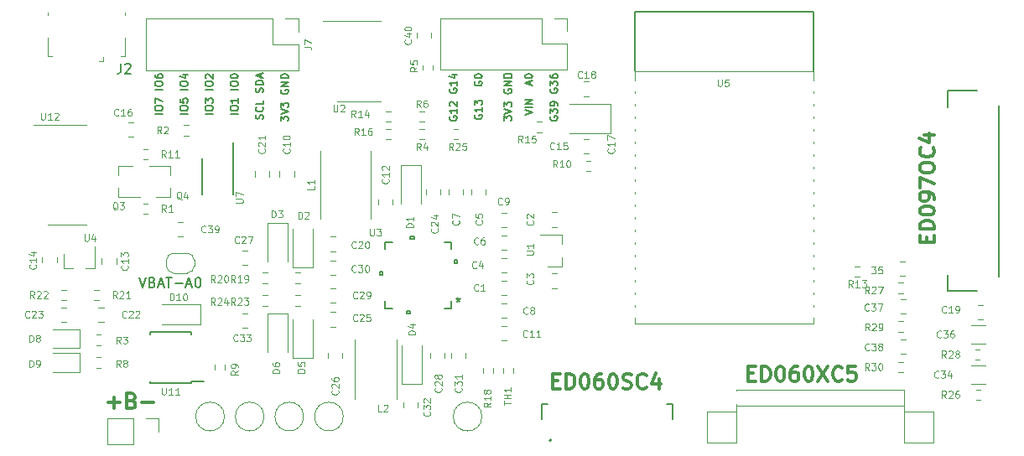
<source format=gto>
%TF.GenerationSoftware,KiCad,Pcbnew,5.1.10*%
%TF.CreationDate,2021-08-25T21:36:30+02:00*%
%TF.ProjectId,epaper-breakout,65706170-6572-42d6-9272-65616b6f7574,rev?*%
%TF.SameCoordinates,Original*%
%TF.FileFunction,Legend,Top*%
%TF.FilePolarity,Positive*%
%FSLAX46Y46*%
G04 Gerber Fmt 4.6, Leading zero omitted, Abs format (unit mm)*
G04 Created by KiCad (PCBNEW 5.1.10) date 2021-08-25 21:36:30*
%MOMM*%
%LPD*%
G01*
G04 APERTURE LIST*
%ADD10C,0.300000*%
%ADD11C,0.152400*%
%ADD12C,0.150000*%
%ADD13C,0.120000*%
%ADD14C,0.200000*%
%ADD15C,0.127000*%
%ADD16C,0.050000*%
%ADD17C,0.010000*%
%ADD18O,1.802000X1.802000*%
%ADD19C,2.602000*%
%ADD20C,1.392000*%
%ADD21C,1.802000*%
%ADD22O,0.551999X1.502000*%
%ADD23C,0.902000*%
%ADD24O,3.102000X1.002000*%
%ADD25C,0.610000*%
%ADD26C,0.100000*%
%ADD27C,2.302000*%
G04 APERTURE END LIST*
D10*
X78607142Y-56892857D02*
X79107142Y-56892857D01*
X79321428Y-57678571D02*
X78607142Y-57678571D01*
X78607142Y-56178571D01*
X79321428Y-56178571D01*
X79964285Y-57678571D02*
X79964285Y-56178571D01*
X80321428Y-56178571D01*
X80535714Y-56250000D01*
X80678571Y-56392857D01*
X80750000Y-56535714D01*
X80821428Y-56821428D01*
X80821428Y-57035714D01*
X80750000Y-57321428D01*
X80678571Y-57464285D01*
X80535714Y-57607142D01*
X80321428Y-57678571D01*
X79964285Y-57678571D01*
X81750000Y-56178571D02*
X81892857Y-56178571D01*
X82035714Y-56250000D01*
X82107142Y-56321428D01*
X82178571Y-56464285D01*
X82250000Y-56750000D01*
X82250000Y-57107142D01*
X82178571Y-57392857D01*
X82107142Y-57535714D01*
X82035714Y-57607142D01*
X81892857Y-57678571D01*
X81750000Y-57678571D01*
X81607142Y-57607142D01*
X81535714Y-57535714D01*
X81464285Y-57392857D01*
X81392857Y-57107142D01*
X81392857Y-56750000D01*
X81464285Y-56464285D01*
X81535714Y-56321428D01*
X81607142Y-56250000D01*
X81750000Y-56178571D01*
X83535714Y-56178571D02*
X83250000Y-56178571D01*
X83107142Y-56250000D01*
X83035714Y-56321428D01*
X82892857Y-56535714D01*
X82821428Y-56821428D01*
X82821428Y-57392857D01*
X82892857Y-57535714D01*
X82964285Y-57607142D01*
X83107142Y-57678571D01*
X83392857Y-57678571D01*
X83535714Y-57607142D01*
X83607142Y-57535714D01*
X83678571Y-57392857D01*
X83678571Y-57035714D01*
X83607142Y-56892857D01*
X83535714Y-56821428D01*
X83392857Y-56750000D01*
X83107142Y-56750000D01*
X82964285Y-56821428D01*
X82892857Y-56892857D01*
X82821428Y-57035714D01*
X84607142Y-56178571D02*
X84750000Y-56178571D01*
X84892857Y-56250000D01*
X84964285Y-56321428D01*
X85035714Y-56464285D01*
X85107142Y-56750000D01*
X85107142Y-57107142D01*
X85035714Y-57392857D01*
X84964285Y-57535714D01*
X84892857Y-57607142D01*
X84750000Y-57678571D01*
X84607142Y-57678571D01*
X84464285Y-57607142D01*
X84392857Y-57535714D01*
X84321428Y-57392857D01*
X84250000Y-57107142D01*
X84250000Y-56750000D01*
X84321428Y-56464285D01*
X84392857Y-56321428D01*
X84464285Y-56250000D01*
X84607142Y-56178571D01*
X85678571Y-57607142D02*
X85892857Y-57678571D01*
X86250000Y-57678571D01*
X86392857Y-57607142D01*
X86464285Y-57535714D01*
X86535714Y-57392857D01*
X86535714Y-57250000D01*
X86464285Y-57107142D01*
X86392857Y-57035714D01*
X86250000Y-56964285D01*
X85964285Y-56892857D01*
X85821428Y-56821428D01*
X85750000Y-56750000D01*
X85678571Y-56607142D01*
X85678571Y-56464285D01*
X85750000Y-56321428D01*
X85821428Y-56250000D01*
X85964285Y-56178571D01*
X86321428Y-56178571D01*
X86535714Y-56250000D01*
X88035714Y-57535714D02*
X87964285Y-57607142D01*
X87750000Y-57678571D01*
X87607142Y-57678571D01*
X87392857Y-57607142D01*
X87250000Y-57464285D01*
X87178571Y-57321428D01*
X87107142Y-57035714D01*
X87107142Y-56821428D01*
X87178571Y-56535714D01*
X87250000Y-56392857D01*
X87392857Y-56250000D01*
X87607142Y-56178571D01*
X87750000Y-56178571D01*
X87964285Y-56250000D01*
X88035714Y-56321428D01*
X89321428Y-56678571D02*
X89321428Y-57678571D01*
X88964285Y-56107142D02*
X88607142Y-57178571D01*
X89535714Y-57178571D01*
X98357142Y-56142857D02*
X98857142Y-56142857D01*
X99071428Y-56928571D02*
X98357142Y-56928571D01*
X98357142Y-55428571D01*
X99071428Y-55428571D01*
X99714285Y-56928571D02*
X99714285Y-55428571D01*
X100071428Y-55428571D01*
X100285714Y-55500000D01*
X100428571Y-55642857D01*
X100500000Y-55785714D01*
X100571428Y-56071428D01*
X100571428Y-56285714D01*
X100500000Y-56571428D01*
X100428571Y-56714285D01*
X100285714Y-56857142D01*
X100071428Y-56928571D01*
X99714285Y-56928571D01*
X101500000Y-55428571D02*
X101642857Y-55428571D01*
X101785714Y-55500000D01*
X101857142Y-55571428D01*
X101928571Y-55714285D01*
X102000000Y-56000000D01*
X102000000Y-56357142D01*
X101928571Y-56642857D01*
X101857142Y-56785714D01*
X101785714Y-56857142D01*
X101642857Y-56928571D01*
X101500000Y-56928571D01*
X101357142Y-56857142D01*
X101285714Y-56785714D01*
X101214285Y-56642857D01*
X101142857Y-56357142D01*
X101142857Y-56000000D01*
X101214285Y-55714285D01*
X101285714Y-55571428D01*
X101357142Y-55500000D01*
X101500000Y-55428571D01*
X103285714Y-55428571D02*
X103000000Y-55428571D01*
X102857142Y-55500000D01*
X102785714Y-55571428D01*
X102642857Y-55785714D01*
X102571428Y-56071428D01*
X102571428Y-56642857D01*
X102642857Y-56785714D01*
X102714285Y-56857142D01*
X102857142Y-56928571D01*
X103142857Y-56928571D01*
X103285714Y-56857142D01*
X103357142Y-56785714D01*
X103428571Y-56642857D01*
X103428571Y-56285714D01*
X103357142Y-56142857D01*
X103285714Y-56071428D01*
X103142857Y-56000000D01*
X102857142Y-56000000D01*
X102714285Y-56071428D01*
X102642857Y-56142857D01*
X102571428Y-56285714D01*
X104357142Y-55428571D02*
X104500000Y-55428571D01*
X104642857Y-55500000D01*
X104714285Y-55571428D01*
X104785714Y-55714285D01*
X104857142Y-56000000D01*
X104857142Y-56357142D01*
X104785714Y-56642857D01*
X104714285Y-56785714D01*
X104642857Y-56857142D01*
X104500000Y-56928571D01*
X104357142Y-56928571D01*
X104214285Y-56857142D01*
X104142857Y-56785714D01*
X104071428Y-56642857D01*
X104000000Y-56357142D01*
X104000000Y-56000000D01*
X104071428Y-55714285D01*
X104142857Y-55571428D01*
X104214285Y-55500000D01*
X104357142Y-55428571D01*
X105357142Y-55428571D02*
X106357142Y-56928571D01*
X106357142Y-55428571D02*
X105357142Y-56928571D01*
X107785714Y-56785714D02*
X107714285Y-56857142D01*
X107500000Y-56928571D01*
X107357142Y-56928571D01*
X107142857Y-56857142D01*
X107000000Y-56714285D01*
X106928571Y-56571428D01*
X106857142Y-56285714D01*
X106857142Y-56071428D01*
X106928571Y-55785714D01*
X107000000Y-55642857D01*
X107142857Y-55500000D01*
X107357142Y-55428571D01*
X107500000Y-55428571D01*
X107714285Y-55500000D01*
X107785714Y-55571428D01*
X109142857Y-55428571D02*
X108428571Y-55428571D01*
X108357142Y-56142857D01*
X108428571Y-56071428D01*
X108571428Y-56000000D01*
X108928571Y-56000000D01*
X109071428Y-56071428D01*
X109142857Y-56142857D01*
X109214285Y-56285714D01*
X109214285Y-56642857D01*
X109142857Y-56785714D01*
X109071428Y-56857142D01*
X108928571Y-56928571D01*
X108571428Y-56928571D01*
X108428571Y-56857142D01*
X108357142Y-56785714D01*
D11*
X78359000Y-30179917D02*
X78322714Y-30252488D01*
X78322714Y-30361345D01*
X78359000Y-30470202D01*
X78431571Y-30542774D01*
X78504142Y-30579060D01*
X78649285Y-30615345D01*
X78758142Y-30615345D01*
X78903285Y-30579060D01*
X78975857Y-30542774D01*
X79048428Y-30470202D01*
X79084714Y-30361345D01*
X79084714Y-30288774D01*
X79048428Y-30179917D01*
X79012142Y-30143631D01*
X78758142Y-30143631D01*
X78758142Y-30288774D01*
X78322714Y-29889631D02*
X78322714Y-29417917D01*
X78613000Y-29671917D01*
X78613000Y-29563060D01*
X78649285Y-29490488D01*
X78685571Y-29454202D01*
X78758142Y-29417917D01*
X78939571Y-29417917D01*
X79012142Y-29454202D01*
X79048428Y-29490488D01*
X79084714Y-29563060D01*
X79084714Y-29780774D01*
X79048428Y-29853345D01*
X79012142Y-29889631D01*
X79084714Y-29055060D02*
X79084714Y-28909917D01*
X79048428Y-28837345D01*
X79012142Y-28801060D01*
X78903285Y-28728488D01*
X78758142Y-28692202D01*
X78467857Y-28692202D01*
X78395285Y-28728488D01*
X78359000Y-28764774D01*
X78322714Y-28837345D01*
X78322714Y-28982488D01*
X78359000Y-29055060D01*
X78395285Y-29091345D01*
X78467857Y-29127631D01*
X78649285Y-29127631D01*
X78721857Y-29091345D01*
X78758142Y-29055060D01*
X78794428Y-28982488D01*
X78794428Y-28837345D01*
X78758142Y-28764774D01*
X78721857Y-28728488D01*
X78649285Y-28692202D01*
X78359000Y-27385917D02*
X78322714Y-27458488D01*
X78322714Y-27567345D01*
X78359000Y-27676202D01*
X78431571Y-27748774D01*
X78504142Y-27785060D01*
X78649285Y-27821345D01*
X78758142Y-27821345D01*
X78903285Y-27785060D01*
X78975857Y-27748774D01*
X79048428Y-27676202D01*
X79084714Y-27567345D01*
X79084714Y-27494774D01*
X79048428Y-27385917D01*
X79012142Y-27349631D01*
X78758142Y-27349631D01*
X78758142Y-27494774D01*
X78322714Y-27095631D02*
X78322714Y-26623917D01*
X78613000Y-26877917D01*
X78613000Y-26769060D01*
X78649285Y-26696488D01*
X78685571Y-26660202D01*
X78758142Y-26623917D01*
X78939571Y-26623917D01*
X79012142Y-26660202D01*
X79048428Y-26696488D01*
X79084714Y-26769060D01*
X79084714Y-26986774D01*
X79048428Y-27059345D01*
X79012142Y-27095631D01*
X78322714Y-25970774D02*
X78322714Y-26115917D01*
X78359000Y-26188488D01*
X78395285Y-26224774D01*
X78504142Y-26297345D01*
X78649285Y-26333631D01*
X78939571Y-26333631D01*
X79012142Y-26297345D01*
X79048428Y-26261060D01*
X79084714Y-26188488D01*
X79084714Y-26043345D01*
X79048428Y-25970774D01*
X79012142Y-25934488D01*
X78939571Y-25898202D01*
X78758142Y-25898202D01*
X78685571Y-25934488D01*
X78649285Y-25970774D01*
X78613000Y-26043345D01*
X78613000Y-26188488D01*
X78649285Y-26261060D01*
X78685571Y-26297345D01*
X78758142Y-26333631D01*
X75782714Y-30034774D02*
X76544714Y-29780774D01*
X75782714Y-29526774D01*
X76544714Y-29272774D02*
X75782714Y-29272774D01*
X76544714Y-28909917D02*
X75782714Y-28909917D01*
X76544714Y-28474488D01*
X75782714Y-28474488D01*
X76327000Y-26986774D02*
X76327000Y-26623917D01*
X76544714Y-27059345D02*
X75782714Y-26805345D01*
X76544714Y-26551345D01*
X75782714Y-26152202D02*
X75782714Y-26079631D01*
X75819000Y-26007060D01*
X75855285Y-25970774D01*
X75927857Y-25934488D01*
X76073000Y-25898202D01*
X76254428Y-25898202D01*
X76399571Y-25934488D01*
X76472142Y-25970774D01*
X76508428Y-26007060D01*
X76544714Y-26079631D01*
X76544714Y-26152202D01*
X76508428Y-26224774D01*
X76472142Y-26261060D01*
X76399571Y-26297345D01*
X76254428Y-26333631D01*
X76073000Y-26333631D01*
X75927857Y-26297345D01*
X75855285Y-26261060D01*
X75819000Y-26224774D01*
X75782714Y-26152202D01*
X73682714Y-30597631D02*
X73682714Y-30125917D01*
X73973000Y-30379917D01*
X73973000Y-30271060D01*
X74009285Y-30198488D01*
X74045571Y-30162202D01*
X74118142Y-30125917D01*
X74299571Y-30125917D01*
X74372142Y-30162202D01*
X74408428Y-30198488D01*
X74444714Y-30271060D01*
X74444714Y-30488774D01*
X74408428Y-30561345D01*
X74372142Y-30597631D01*
X73682714Y-29908202D02*
X74444714Y-29654202D01*
X73682714Y-29400202D01*
X73682714Y-29218774D02*
X73682714Y-28747060D01*
X73973000Y-29001060D01*
X73973000Y-28892202D01*
X74009285Y-28819631D01*
X74045571Y-28783345D01*
X74118142Y-28747060D01*
X74299571Y-28747060D01*
X74372142Y-28783345D01*
X74408428Y-28819631D01*
X74444714Y-28892202D01*
X74444714Y-29109917D01*
X74408428Y-29182488D01*
X74372142Y-29218774D01*
X73719000Y-27440774D02*
X73682714Y-27513345D01*
X73682714Y-27622202D01*
X73719000Y-27731060D01*
X73791571Y-27803631D01*
X73864142Y-27839917D01*
X74009285Y-27876202D01*
X74118142Y-27876202D01*
X74263285Y-27839917D01*
X74335857Y-27803631D01*
X74408428Y-27731060D01*
X74444714Y-27622202D01*
X74444714Y-27549631D01*
X74408428Y-27440774D01*
X74372142Y-27404488D01*
X74118142Y-27404488D01*
X74118142Y-27549631D01*
X74444714Y-27077917D02*
X73682714Y-27077917D01*
X74444714Y-26642488D01*
X73682714Y-26642488D01*
X74444714Y-26279631D02*
X73682714Y-26279631D01*
X73682714Y-26098202D01*
X73719000Y-25989345D01*
X73791571Y-25916774D01*
X73864142Y-25880488D01*
X74009285Y-25844202D01*
X74118142Y-25844202D01*
X74263285Y-25880488D01*
X74335857Y-25916774D01*
X74408428Y-25989345D01*
X74444714Y-26098202D01*
X74444714Y-26279631D01*
X70739000Y-30034774D02*
X70702714Y-30107345D01*
X70702714Y-30216202D01*
X70739000Y-30325060D01*
X70811571Y-30397631D01*
X70884142Y-30433917D01*
X71029285Y-30470202D01*
X71138142Y-30470202D01*
X71283285Y-30433917D01*
X71355857Y-30397631D01*
X71428428Y-30325060D01*
X71464714Y-30216202D01*
X71464714Y-30143631D01*
X71428428Y-30034774D01*
X71392142Y-29998488D01*
X71138142Y-29998488D01*
X71138142Y-30143631D01*
X71464714Y-29272774D02*
X71464714Y-29708202D01*
X71464714Y-29490488D02*
X70702714Y-29490488D01*
X70811571Y-29563060D01*
X70884142Y-29635631D01*
X70920428Y-29708202D01*
X70702714Y-29018774D02*
X70702714Y-28547060D01*
X70993000Y-28801060D01*
X70993000Y-28692202D01*
X71029285Y-28619631D01*
X71065571Y-28583345D01*
X71138142Y-28547060D01*
X71319571Y-28547060D01*
X71392142Y-28583345D01*
X71428428Y-28619631D01*
X71464714Y-28692202D01*
X71464714Y-28909917D01*
X71428428Y-28982488D01*
X71392142Y-29018774D01*
X70739000Y-26660202D02*
X70702714Y-26732774D01*
X70702714Y-26841631D01*
X70739000Y-26950488D01*
X70811571Y-27023060D01*
X70884142Y-27059345D01*
X71029285Y-27095631D01*
X71138142Y-27095631D01*
X71283285Y-27059345D01*
X71355857Y-27023060D01*
X71428428Y-26950488D01*
X71464714Y-26841631D01*
X71464714Y-26769060D01*
X71428428Y-26660202D01*
X71392142Y-26623917D01*
X71138142Y-26623917D01*
X71138142Y-26769060D01*
X70702714Y-26152202D02*
X70702714Y-26079631D01*
X70739000Y-26007060D01*
X70775285Y-25970774D01*
X70847857Y-25934488D01*
X70993000Y-25898202D01*
X71174428Y-25898202D01*
X71319571Y-25934488D01*
X71392142Y-25970774D01*
X71428428Y-26007060D01*
X71464714Y-26079631D01*
X71464714Y-26152202D01*
X71428428Y-26224774D01*
X71392142Y-26261060D01*
X71319571Y-26297345D01*
X71174428Y-26333631D01*
X70993000Y-26333631D01*
X70847857Y-26297345D01*
X70775285Y-26261060D01*
X70739000Y-26224774D01*
X70702714Y-26152202D01*
X68199000Y-30179917D02*
X68162714Y-30252488D01*
X68162714Y-30361345D01*
X68199000Y-30470202D01*
X68271571Y-30542774D01*
X68344142Y-30579059D01*
X68489285Y-30615345D01*
X68598142Y-30615345D01*
X68743285Y-30579059D01*
X68815857Y-30542774D01*
X68888428Y-30470202D01*
X68924714Y-30361345D01*
X68924714Y-30288774D01*
X68888428Y-30179917D01*
X68852142Y-30143631D01*
X68598142Y-30143631D01*
X68598142Y-30288774D01*
X68924714Y-29417917D02*
X68924714Y-29853345D01*
X68924714Y-29635631D02*
X68162714Y-29635631D01*
X68271571Y-29708202D01*
X68344142Y-29780774D01*
X68380428Y-29853345D01*
X68235285Y-29127631D02*
X68199000Y-29091345D01*
X68162714Y-29018774D01*
X68162714Y-28837345D01*
X68199000Y-28764774D01*
X68235285Y-28728488D01*
X68307857Y-28692202D01*
X68380428Y-28692202D01*
X68489285Y-28728488D01*
X68924714Y-29163917D01*
X68924714Y-28692202D01*
X68199000Y-27385917D02*
X68162714Y-27458488D01*
X68162714Y-27567345D01*
X68199000Y-27676202D01*
X68271571Y-27748774D01*
X68344142Y-27785059D01*
X68489285Y-27821345D01*
X68598142Y-27821345D01*
X68743285Y-27785059D01*
X68815857Y-27748774D01*
X68888428Y-27676202D01*
X68924714Y-27567345D01*
X68924714Y-27494774D01*
X68888428Y-27385917D01*
X68852142Y-27349631D01*
X68598142Y-27349631D01*
X68598142Y-27494774D01*
X68924714Y-26623917D02*
X68924714Y-27059345D01*
X68924714Y-26841631D02*
X68162714Y-26841631D01*
X68271571Y-26914202D01*
X68344142Y-26986774D01*
X68380428Y-27059345D01*
X68416714Y-25970774D02*
X68924714Y-25970774D01*
X68126428Y-26152202D02*
X68670714Y-26333631D01*
X68670714Y-25861917D01*
X51144714Y-30651631D02*
X51144714Y-30179917D01*
X51435000Y-30433917D01*
X51435000Y-30325059D01*
X51471285Y-30252488D01*
X51507571Y-30216202D01*
X51580142Y-30179917D01*
X51761571Y-30179917D01*
X51834142Y-30216202D01*
X51870428Y-30252488D01*
X51906714Y-30325059D01*
X51906714Y-30542774D01*
X51870428Y-30615345D01*
X51834142Y-30651631D01*
X51144714Y-29962202D02*
X51906714Y-29708202D01*
X51144714Y-29454202D01*
X51144714Y-29272774D02*
X51144714Y-28801059D01*
X51435000Y-29055059D01*
X51435000Y-28946202D01*
X51471285Y-28873631D01*
X51507571Y-28837345D01*
X51580142Y-28801059D01*
X51761571Y-28801059D01*
X51834142Y-28837345D01*
X51870428Y-28873631D01*
X51906714Y-28946202D01*
X51906714Y-29163917D01*
X51870428Y-29236488D01*
X51834142Y-29272774D01*
X51181000Y-27494774D02*
X51144714Y-27567345D01*
X51144714Y-27676202D01*
X51181000Y-27785060D01*
X51253571Y-27857631D01*
X51326142Y-27893917D01*
X51471285Y-27930202D01*
X51580142Y-27930202D01*
X51725285Y-27893917D01*
X51797857Y-27857631D01*
X51870428Y-27785060D01*
X51906714Y-27676202D01*
X51906714Y-27603631D01*
X51870428Y-27494774D01*
X51834142Y-27458488D01*
X51580142Y-27458488D01*
X51580142Y-27603631D01*
X51906714Y-27131917D02*
X51144714Y-27131917D01*
X51906714Y-26696488D01*
X51144714Y-26696488D01*
X51906714Y-26333631D02*
X51144714Y-26333631D01*
X51144714Y-26152202D01*
X51181000Y-26043345D01*
X51253571Y-25970774D01*
X51326142Y-25934488D01*
X51471285Y-25898202D01*
X51580142Y-25898202D01*
X51725285Y-25934488D01*
X51797857Y-25970774D01*
X51870428Y-26043345D01*
X51906714Y-26152202D01*
X51906714Y-26333631D01*
X49330428Y-30433917D02*
X49366714Y-30325060D01*
X49366714Y-30143631D01*
X49330428Y-30071060D01*
X49294142Y-30034774D01*
X49221571Y-29998488D01*
X49149000Y-29998488D01*
X49076428Y-30034774D01*
X49040142Y-30071060D01*
X49003857Y-30143631D01*
X48967571Y-30288774D01*
X48931285Y-30361345D01*
X48895000Y-30397631D01*
X48822428Y-30433917D01*
X48749857Y-30433917D01*
X48677285Y-30397631D01*
X48641000Y-30361345D01*
X48604714Y-30288774D01*
X48604714Y-30107345D01*
X48641000Y-29998488D01*
X49294142Y-29236488D02*
X49330428Y-29272774D01*
X49366714Y-29381631D01*
X49366714Y-29454202D01*
X49330428Y-29563060D01*
X49257857Y-29635631D01*
X49185285Y-29671917D01*
X49040142Y-29708202D01*
X48931285Y-29708202D01*
X48786142Y-29671917D01*
X48713571Y-29635631D01*
X48641000Y-29563060D01*
X48604714Y-29454202D01*
X48604714Y-29381631D01*
X48641000Y-29272774D01*
X48677285Y-29236488D01*
X49366714Y-28547060D02*
X49366714Y-28909917D01*
X48604714Y-28909917D01*
X49330428Y-27748774D02*
X49366714Y-27639917D01*
X49366714Y-27458488D01*
X49330428Y-27385917D01*
X49294142Y-27349631D01*
X49221571Y-27313345D01*
X49149000Y-27313345D01*
X49076428Y-27349631D01*
X49040142Y-27385917D01*
X49003857Y-27458488D01*
X48967571Y-27603631D01*
X48931285Y-27676202D01*
X48895000Y-27712488D01*
X48822428Y-27748774D01*
X48749857Y-27748774D01*
X48677285Y-27712488D01*
X48641000Y-27676202D01*
X48604714Y-27603631D01*
X48604714Y-27422202D01*
X48641000Y-27313345D01*
X49366714Y-26986774D02*
X48604714Y-26986774D01*
X48604714Y-26805345D01*
X48641000Y-26696488D01*
X48713571Y-26623917D01*
X48786142Y-26587631D01*
X48931285Y-26551345D01*
X49040142Y-26551345D01*
X49185285Y-26587631D01*
X49257857Y-26623917D01*
X49330428Y-26696488D01*
X49366714Y-26805345D01*
X49366714Y-26986774D01*
X49149000Y-26261060D02*
X49149000Y-25898202D01*
X49366714Y-26333631D02*
X48604714Y-26079631D01*
X49366714Y-25825631D01*
X46826714Y-29925917D02*
X46064714Y-29925917D01*
X46064714Y-29417917D02*
X46064714Y-29272774D01*
X46101000Y-29200202D01*
X46173571Y-29127631D01*
X46318714Y-29091345D01*
X46572714Y-29091345D01*
X46717857Y-29127631D01*
X46790428Y-29200202D01*
X46826714Y-29272774D01*
X46826714Y-29417917D01*
X46790428Y-29490488D01*
X46717857Y-29563060D01*
X46572714Y-29599345D01*
X46318714Y-29599345D01*
X46173571Y-29563060D01*
X46101000Y-29490488D01*
X46064714Y-29417917D01*
X46826714Y-28365631D02*
X46826714Y-28801060D01*
X46826714Y-28583345D02*
X46064714Y-28583345D01*
X46173571Y-28655917D01*
X46246142Y-28728488D01*
X46282428Y-28801060D01*
X46826714Y-27458488D02*
X46064714Y-27458488D01*
X46064714Y-26950488D02*
X46064714Y-26805345D01*
X46101000Y-26732774D01*
X46173571Y-26660202D01*
X46318714Y-26623917D01*
X46572714Y-26623917D01*
X46717857Y-26660202D01*
X46790428Y-26732774D01*
X46826714Y-26805345D01*
X46826714Y-26950488D01*
X46790428Y-27023060D01*
X46717857Y-27095631D01*
X46572714Y-27131917D01*
X46318714Y-27131917D01*
X46173571Y-27095631D01*
X46101000Y-27023060D01*
X46064714Y-26950488D01*
X46064714Y-26152202D02*
X46064714Y-26079631D01*
X46101000Y-26007060D01*
X46137285Y-25970774D01*
X46209857Y-25934488D01*
X46355000Y-25898202D01*
X46536428Y-25898202D01*
X46681571Y-25934488D01*
X46754142Y-25970774D01*
X46790428Y-26007060D01*
X46826714Y-26079631D01*
X46826714Y-26152202D01*
X46790428Y-26224774D01*
X46754142Y-26261060D01*
X46681571Y-26297345D01*
X46536428Y-26333631D01*
X46355000Y-26333631D01*
X46209857Y-26297345D01*
X46137285Y-26261060D01*
X46101000Y-26224774D01*
X46064714Y-26152202D01*
X44286714Y-29925917D02*
X43524714Y-29925917D01*
X43524714Y-29417917D02*
X43524714Y-29272774D01*
X43561000Y-29200202D01*
X43633571Y-29127631D01*
X43778714Y-29091345D01*
X44032714Y-29091345D01*
X44177857Y-29127631D01*
X44250428Y-29200202D01*
X44286714Y-29272774D01*
X44286714Y-29417917D01*
X44250428Y-29490488D01*
X44177857Y-29563060D01*
X44032714Y-29599345D01*
X43778714Y-29599345D01*
X43633571Y-29563060D01*
X43561000Y-29490488D01*
X43524714Y-29417917D01*
X43524714Y-28837345D02*
X43524714Y-28365631D01*
X43815000Y-28619631D01*
X43815000Y-28510774D01*
X43851285Y-28438202D01*
X43887571Y-28401917D01*
X43960142Y-28365631D01*
X44141571Y-28365631D01*
X44214142Y-28401917D01*
X44250428Y-28438202D01*
X44286714Y-28510774D01*
X44286714Y-28728488D01*
X44250428Y-28801060D01*
X44214142Y-28837345D01*
X44286714Y-27458488D02*
X43524714Y-27458488D01*
X43524714Y-26950488D02*
X43524714Y-26805345D01*
X43561000Y-26732774D01*
X43633571Y-26660202D01*
X43778714Y-26623917D01*
X44032714Y-26623917D01*
X44177857Y-26660202D01*
X44250428Y-26732774D01*
X44286714Y-26805345D01*
X44286714Y-26950488D01*
X44250428Y-27023060D01*
X44177857Y-27095631D01*
X44032714Y-27131917D01*
X43778714Y-27131917D01*
X43633571Y-27095631D01*
X43561000Y-27023060D01*
X43524714Y-26950488D01*
X43597285Y-26333631D02*
X43561000Y-26297345D01*
X43524714Y-26224774D01*
X43524714Y-26043345D01*
X43561000Y-25970774D01*
X43597285Y-25934488D01*
X43669857Y-25898202D01*
X43742428Y-25898202D01*
X43851285Y-25934488D01*
X44286714Y-26369917D01*
X44286714Y-25898202D01*
X41746714Y-29925917D02*
X40984714Y-29925917D01*
X40984714Y-29417917D02*
X40984714Y-29272774D01*
X41021000Y-29200202D01*
X41093571Y-29127631D01*
X41238714Y-29091345D01*
X41492714Y-29091345D01*
X41637857Y-29127631D01*
X41710428Y-29200202D01*
X41746714Y-29272774D01*
X41746714Y-29417917D01*
X41710428Y-29490488D01*
X41637857Y-29563060D01*
X41492714Y-29599345D01*
X41238714Y-29599345D01*
X41093571Y-29563060D01*
X41021000Y-29490488D01*
X40984714Y-29417917D01*
X40984714Y-28401917D02*
X40984714Y-28764774D01*
X41347571Y-28801060D01*
X41311285Y-28764774D01*
X41275000Y-28692202D01*
X41275000Y-28510774D01*
X41311285Y-28438202D01*
X41347571Y-28401917D01*
X41420142Y-28365631D01*
X41601571Y-28365631D01*
X41674142Y-28401917D01*
X41710428Y-28438202D01*
X41746714Y-28510774D01*
X41746714Y-28692202D01*
X41710428Y-28764774D01*
X41674142Y-28801060D01*
X41746714Y-27458488D02*
X40984714Y-27458488D01*
X40984714Y-26950488D02*
X40984714Y-26805345D01*
X41021000Y-26732774D01*
X41093571Y-26660202D01*
X41238714Y-26623917D01*
X41492714Y-26623917D01*
X41637857Y-26660202D01*
X41710428Y-26732774D01*
X41746714Y-26805345D01*
X41746714Y-26950488D01*
X41710428Y-27023060D01*
X41637857Y-27095631D01*
X41492714Y-27131917D01*
X41238714Y-27131917D01*
X41093571Y-27095631D01*
X41021000Y-27023060D01*
X40984714Y-26950488D01*
X41238714Y-25970774D02*
X41746714Y-25970774D01*
X40948428Y-26152202D02*
X41492714Y-26333631D01*
X41492714Y-25861917D01*
X39206714Y-29925917D02*
X38444714Y-29925917D01*
X38444714Y-29417917D02*
X38444714Y-29272774D01*
X38481000Y-29200202D01*
X38553571Y-29127631D01*
X38698714Y-29091345D01*
X38952714Y-29091345D01*
X39097857Y-29127631D01*
X39170428Y-29200202D01*
X39206714Y-29272774D01*
X39206714Y-29417917D01*
X39170428Y-29490488D01*
X39097857Y-29563060D01*
X38952714Y-29599345D01*
X38698714Y-29599345D01*
X38553571Y-29563060D01*
X38481000Y-29490488D01*
X38444714Y-29417917D01*
X38444714Y-28837345D02*
X38444714Y-28329345D01*
X39206714Y-28655917D01*
X39206714Y-27458488D02*
X38444714Y-27458488D01*
X38444714Y-26950488D02*
X38444714Y-26805345D01*
X38481000Y-26732774D01*
X38553571Y-26660202D01*
X38698714Y-26623917D01*
X38952714Y-26623917D01*
X39097857Y-26660202D01*
X39170428Y-26732774D01*
X39206714Y-26805345D01*
X39206714Y-26950488D01*
X39170428Y-27023060D01*
X39097857Y-27095631D01*
X38952714Y-27131917D01*
X38698714Y-27131917D01*
X38553571Y-27095631D01*
X38481000Y-27023060D01*
X38444714Y-26950488D01*
X38444714Y-25970774D02*
X38444714Y-26115917D01*
X38481000Y-26188488D01*
X38517285Y-26224774D01*
X38626142Y-26297345D01*
X38771285Y-26333631D01*
X39061571Y-26333631D01*
X39134142Y-26297345D01*
X39170428Y-26261060D01*
X39206714Y-26188488D01*
X39206714Y-26043345D01*
X39170428Y-25970774D01*
X39134142Y-25934488D01*
X39061571Y-25898202D01*
X38880142Y-25898202D01*
X38807571Y-25934488D01*
X38771285Y-25970774D01*
X38735000Y-26043345D01*
X38735000Y-26188488D01*
X38771285Y-26261060D01*
X38807571Y-26297345D01*
X38880142Y-26333631D01*
D12*
X36833333Y-46452380D02*
X37166666Y-47452380D01*
X37500000Y-46452380D01*
X38166666Y-46928571D02*
X38309523Y-46976190D01*
X38357142Y-47023809D01*
X38404761Y-47119047D01*
X38404761Y-47261904D01*
X38357142Y-47357142D01*
X38309523Y-47404761D01*
X38214285Y-47452380D01*
X37833333Y-47452380D01*
X37833333Y-46452380D01*
X38166666Y-46452380D01*
X38261904Y-46500000D01*
X38309523Y-46547619D01*
X38357142Y-46642857D01*
X38357142Y-46738095D01*
X38309523Y-46833333D01*
X38261904Y-46880952D01*
X38166666Y-46928571D01*
X37833333Y-46928571D01*
X38785714Y-47166666D02*
X39261904Y-47166666D01*
X38690476Y-47452380D02*
X39023809Y-46452380D01*
X39357142Y-47452380D01*
X39547619Y-46452380D02*
X40119047Y-46452380D01*
X39833333Y-47452380D02*
X39833333Y-46452380D01*
X40452380Y-47071428D02*
X41214285Y-47071428D01*
X41642857Y-47166666D02*
X42119047Y-47166666D01*
X41547619Y-47452380D02*
X41880952Y-46452380D01*
X42214285Y-47452380D01*
X42738095Y-46452380D02*
X42833333Y-46452380D01*
X42928571Y-46500000D01*
X42976190Y-46547619D01*
X43023809Y-46642857D01*
X43071428Y-46833333D01*
X43071428Y-47071428D01*
X43023809Y-47261904D01*
X42976190Y-47357142D01*
X42928571Y-47404761D01*
X42833333Y-47452380D01*
X42738095Y-47452380D01*
X42642857Y-47404761D01*
X42595238Y-47357142D01*
X42547619Y-47261904D01*
X42500000Y-47071428D01*
X42500000Y-46833333D01*
X42547619Y-46642857D01*
X42595238Y-46547619D01*
X42642857Y-46500000D01*
X42738095Y-46452380D01*
D10*
X116351857Y-42929285D02*
X116351857Y-42429285D01*
X117137571Y-42215000D02*
X117137571Y-42929285D01*
X115637571Y-42929285D01*
X115637571Y-42215000D01*
X117137571Y-41572142D02*
X115637571Y-41572142D01*
X115637571Y-41215000D01*
X115709000Y-41000714D01*
X115851857Y-40857857D01*
X115994714Y-40786428D01*
X116280428Y-40715000D01*
X116494714Y-40715000D01*
X116780428Y-40786428D01*
X116923285Y-40857857D01*
X117066142Y-41000714D01*
X117137571Y-41215000D01*
X117137571Y-41572142D01*
X115637571Y-39786428D02*
X115637571Y-39643571D01*
X115709000Y-39500714D01*
X115780428Y-39429285D01*
X115923285Y-39357857D01*
X116209000Y-39286428D01*
X116566142Y-39286428D01*
X116851857Y-39357857D01*
X116994714Y-39429285D01*
X117066142Y-39500714D01*
X117137571Y-39643571D01*
X117137571Y-39786428D01*
X117066142Y-39929285D01*
X116994714Y-40000714D01*
X116851857Y-40072142D01*
X116566142Y-40143571D01*
X116209000Y-40143571D01*
X115923285Y-40072142D01*
X115780428Y-40000714D01*
X115709000Y-39929285D01*
X115637571Y-39786428D01*
X117137571Y-38572142D02*
X117137571Y-38286428D01*
X117066142Y-38143571D01*
X116994714Y-38072142D01*
X116780428Y-37929285D01*
X116494714Y-37857857D01*
X115923285Y-37857857D01*
X115780428Y-37929285D01*
X115709000Y-38000714D01*
X115637571Y-38143571D01*
X115637571Y-38429285D01*
X115709000Y-38572142D01*
X115780428Y-38643571D01*
X115923285Y-38715000D01*
X116280428Y-38715000D01*
X116423285Y-38643571D01*
X116494714Y-38572142D01*
X116566142Y-38429285D01*
X116566142Y-38143571D01*
X116494714Y-38000714D01*
X116423285Y-37929285D01*
X116280428Y-37857857D01*
X115637571Y-37357857D02*
X115637571Y-36357857D01*
X117137571Y-37000714D01*
X115637571Y-35500714D02*
X115637571Y-35215000D01*
X115709000Y-35072142D01*
X115851857Y-34929285D01*
X116137571Y-34857857D01*
X116637571Y-34857857D01*
X116923285Y-34929285D01*
X117066142Y-35072142D01*
X117137571Y-35215000D01*
X117137571Y-35500714D01*
X117066142Y-35643571D01*
X116923285Y-35786428D01*
X116637571Y-35857857D01*
X116137571Y-35857857D01*
X115851857Y-35786428D01*
X115709000Y-35643571D01*
X115637571Y-35500714D01*
X116994714Y-33357857D02*
X117066142Y-33429285D01*
X117137571Y-33643571D01*
X117137571Y-33786428D01*
X117066142Y-34000714D01*
X116923285Y-34143571D01*
X116780428Y-34215000D01*
X116494714Y-34286428D01*
X116280428Y-34286428D01*
X115994714Y-34215000D01*
X115851857Y-34143571D01*
X115709000Y-34000714D01*
X115637571Y-33786428D01*
X115637571Y-33643571D01*
X115709000Y-33429285D01*
X115780428Y-33357857D01*
X116137571Y-32072142D02*
X117137571Y-32072142D01*
X115566142Y-32429285D02*
X116637571Y-32786428D01*
X116637571Y-31857857D01*
X33750000Y-59107142D02*
X34892857Y-59107142D01*
X34321428Y-59678571D02*
X34321428Y-58535714D01*
X36107142Y-58892857D02*
X36321428Y-58964285D01*
X36392857Y-59035714D01*
X36464285Y-59178571D01*
X36464285Y-59392857D01*
X36392857Y-59535714D01*
X36321428Y-59607142D01*
X36178571Y-59678571D01*
X35607142Y-59678571D01*
X35607142Y-58178571D01*
X36107142Y-58178571D01*
X36250000Y-58250000D01*
X36321428Y-58321428D01*
X36392857Y-58464285D01*
X36392857Y-58607142D01*
X36321428Y-58750000D01*
X36250000Y-58821428D01*
X36107142Y-58892857D01*
X35607142Y-58892857D01*
X37107142Y-59107142D02*
X38250000Y-59107142D01*
D11*
X118461300Y-27605500D02*
X118461300Y-29267658D01*
X118461300Y-47849300D02*
X121417860Y-47849300D01*
X123617500Y-46328509D02*
X123617500Y-29126291D01*
X121417860Y-27605500D02*
X118461300Y-27605500D01*
X118461300Y-46187139D02*
X118461300Y-47849300D01*
D13*
X97100000Y-57770000D02*
X114100000Y-57770000D01*
X97100000Y-59430000D02*
X114100000Y-59430000D01*
X97100000Y-59430000D02*
X97100000Y-63120000D01*
X114100000Y-59430000D02*
X114100000Y-63120000D01*
X97100000Y-63120000D02*
X94190000Y-63120000D01*
X114100000Y-63120000D02*
X117010000Y-63120000D01*
X94190000Y-63120000D02*
X94190000Y-59960000D01*
X117010000Y-63120000D02*
X117010000Y-59960000D01*
X94190000Y-59960000D02*
X97100000Y-59960000D01*
X117010000Y-59960000D02*
X114100000Y-59960000D01*
X97100000Y-59960000D02*
X97100000Y-57770000D01*
X114100000Y-59960000D02*
X114100000Y-57770000D01*
D14*
X78450000Y-62900000D02*
G75*
G03*
X78450000Y-62900000I-100000J0D01*
G01*
D15*
X90700000Y-59250000D02*
X90100000Y-59250000D01*
X90700000Y-60800000D02*
X90700000Y-59250000D01*
X77500000Y-59250000D02*
X78100000Y-59250000D01*
X77500000Y-60800000D02*
X77500000Y-59250000D01*
D13*
X38830000Y-60670000D02*
X38830000Y-62000000D01*
X37500000Y-60670000D02*
X38830000Y-60670000D01*
X36230000Y-60670000D02*
X36230000Y-63330000D01*
X36230000Y-63330000D02*
X33630000Y-63330000D01*
X36230000Y-60670000D02*
X33630000Y-60670000D01*
X33630000Y-60670000D02*
X33630000Y-63330000D01*
X64865000Y-21738748D02*
X64865000Y-22261252D01*
X66335000Y-21738748D02*
X66335000Y-22261252D01*
X71450000Y-60500000D02*
G75*
G03*
X71450000Y-60500000I-1450000J0D01*
G01*
X57450000Y-60500000D02*
G75*
G03*
X57450000Y-60500000I-1450000J0D01*
G01*
X45450000Y-60500000D02*
G75*
G03*
X45450000Y-60500000I-1450000J0D01*
G01*
X53450000Y-60500000D02*
G75*
G03*
X53450000Y-60500000I-1450000J0D01*
G01*
X49450000Y-60500000D02*
G75*
G03*
X49450000Y-60500000I-1450000J0D01*
G01*
X73398748Y-46763000D02*
X73921252Y-46763000D01*
X73398748Y-48233000D02*
X73921252Y-48233000D01*
X78488748Y-41335000D02*
X79011252Y-41335000D01*
X78488748Y-39865000D02*
X79011252Y-39865000D01*
X79011252Y-46065000D02*
X78488748Y-46065000D01*
X79011252Y-47535000D02*
X78488748Y-47535000D01*
X73921252Y-45959700D02*
X73398748Y-45959700D01*
X73921252Y-44489700D02*
X73398748Y-44489700D01*
X71855000Y-37584748D02*
X71855000Y-38107252D01*
X70385000Y-37584748D02*
X70385000Y-38107252D01*
X68099000Y-38107252D02*
X68099000Y-37584748D01*
X69569000Y-38107252D02*
X69569000Y-37584748D01*
X73921252Y-50519000D02*
X73398748Y-50519000D01*
X73921252Y-49049000D02*
X73398748Y-49049000D01*
X73398748Y-39905000D02*
X73921252Y-39905000D01*
X73398748Y-41375000D02*
X73921252Y-41375000D01*
X73921252Y-52805000D02*
X73398748Y-52805000D01*
X73921252Y-51335000D02*
X73398748Y-51335000D01*
X60987000Y-39123252D02*
X60987000Y-38600748D01*
X62457000Y-39123252D02*
X62457000Y-38600748D01*
X121543748Y-49233000D02*
X122066252Y-49233000D01*
X121543748Y-50703000D02*
X122066252Y-50703000D01*
X65813000Y-38107252D02*
X65813000Y-37584748D01*
X67283000Y-38107252D02*
X67283000Y-37584748D01*
X55907000Y-54617252D02*
X55907000Y-54094748D01*
X57377000Y-54617252D02*
X57377000Y-54094748D01*
X66194000Y-54617252D02*
X66194000Y-54094748D01*
X67664000Y-54617252D02*
X67664000Y-54094748D01*
X68353000Y-54617252D02*
X68353000Y-54094748D01*
X69823000Y-54617252D02*
X69823000Y-54094748D01*
X63527000Y-59570252D02*
X63527000Y-59047748D01*
X64997000Y-59570252D02*
X64997000Y-59047748D01*
X33200000Y-24615600D02*
X33200000Y-24165600D01*
X33200000Y-24615600D02*
X32750000Y-24615600D01*
X27600000Y-24065000D02*
X28050000Y-24065000D01*
X27600000Y-22215000D02*
X27600000Y-24065000D01*
X35400000Y-19665000D02*
X35400000Y-19915000D01*
X27600000Y-19665000D02*
X27600000Y-19915000D01*
X35400000Y-22215000D02*
X35400000Y-24065000D01*
X35400000Y-24065000D02*
X34950000Y-24065000D01*
D11*
X43200003Y-34400001D02*
X43200003Y-38099999D01*
X46300002Y-32849999D02*
X46300002Y-38099999D01*
D13*
X41837258Y-32122500D02*
X41362742Y-32122500D01*
X41837258Y-31077500D02*
X41362742Y-31077500D01*
X40738748Y-40865000D02*
X41261252Y-40865000D01*
X40738748Y-42335000D02*
X41261252Y-42335000D01*
X48515000Y-36261252D02*
X48515000Y-35738748D01*
X49985000Y-36261252D02*
X49985000Y-35738748D01*
D16*
X104900000Y-51150000D02*
X86900000Y-51150000D01*
X104900000Y-25620000D02*
X104900000Y-51150000D01*
X86900000Y-25620000D02*
X104900000Y-25620000D01*
X86900000Y-51150000D02*
X86900000Y-25620000D01*
D12*
X86883000Y-25565000D02*
X86883000Y-19596000D01*
X104917000Y-25565000D02*
X104917000Y-19596000D01*
X104917000Y-19596000D02*
X86883000Y-19596000D01*
D11*
X68353000Y-42899000D02*
X67656741Y-42899000D01*
X61695000Y-42899000D02*
X61695000Y-43595259D01*
X61695000Y-49557000D02*
X62391259Y-49557000D01*
X68353000Y-49557000D02*
X68353000Y-48860741D01*
X68353000Y-43595259D02*
X68353000Y-42899000D01*
X62391259Y-42899000D02*
X61695000Y-42899000D01*
X61695000Y-48860741D02*
X61695000Y-49557000D01*
X67656741Y-49557000D02*
X68353000Y-49557000D01*
X68932001Y-45018500D02*
X68932001Y-44637500D01*
X68932001Y-44637500D02*
X68678001Y-44637500D01*
X68678001Y-44637500D02*
X68678001Y-45018500D01*
X68678001Y-45018500D02*
X68932001Y-45018500D01*
X64614501Y-42573999D02*
X64614501Y-42319999D01*
X64614501Y-42319999D02*
X64233501Y-42319999D01*
X64233501Y-42319999D02*
X64233501Y-42573999D01*
X64233501Y-42573999D02*
X64614501Y-42573999D01*
X61115999Y-46218500D02*
X61115999Y-45837500D01*
X61115999Y-45837500D02*
X61369999Y-45837500D01*
X61369999Y-45837500D02*
X61369999Y-46218500D01*
X61369999Y-46218500D02*
X61115999Y-46218500D01*
X64214499Y-49882001D02*
X64214499Y-50136001D01*
X64214499Y-50136001D02*
X63833499Y-50136001D01*
X63833499Y-50136001D02*
X63833499Y-49882001D01*
X63833499Y-49882001D02*
X64214499Y-49882001D01*
D13*
X113987258Y-51938500D02*
X113512742Y-51938500D01*
X113987258Y-50893500D02*
X113512742Y-50893500D01*
X67250000Y-20260000D02*
X67250000Y-25460000D01*
X77470000Y-20260000D02*
X67250000Y-20260000D01*
X80070000Y-25460000D02*
X67250000Y-25460000D01*
X77470000Y-20260000D02*
X77470000Y-22860000D01*
X77470000Y-22860000D02*
X80070000Y-22860000D01*
X80070000Y-22860000D02*
X80070000Y-25460000D01*
X78740000Y-20260000D02*
X80070000Y-20260000D01*
X80070000Y-20260000D02*
X80070000Y-21590000D01*
X63389000Y-57241000D02*
X65389000Y-57241000D01*
X65389000Y-57241000D02*
X65389000Y-53341000D01*
X63389000Y-57241000D02*
X63389000Y-53341000D01*
X56649252Y-46201000D02*
X56126748Y-46201000D01*
X56649252Y-44731000D02*
X56126748Y-44731000D01*
X113987258Y-56018500D02*
X113512742Y-56018500D01*
X113987258Y-54973500D02*
X113512742Y-54973500D01*
X121250742Y-53717500D02*
X121725258Y-53717500D01*
X121250742Y-54762500D02*
X121725258Y-54762500D01*
X113987258Y-48022500D02*
X113512742Y-48022500D01*
X113987258Y-46977500D02*
X113512742Y-46977500D01*
X121313742Y-57781500D02*
X121788258Y-57781500D01*
X121313742Y-58826500D02*
X121788258Y-58826500D01*
X68587742Y-31477500D02*
X69062258Y-31477500D01*
X68587742Y-32522500D02*
X69062258Y-32522500D01*
X49767258Y-49290500D02*
X49292742Y-49290500D01*
X49767258Y-48245500D02*
X49292742Y-48245500D01*
X53069258Y-49290500D02*
X52594742Y-49290500D01*
X53069258Y-48245500D02*
X52594742Y-48245500D01*
X29487258Y-48743500D02*
X29012742Y-48743500D01*
X29487258Y-47698500D02*
X29012742Y-47698500D01*
X32761258Y-48743500D02*
X32286742Y-48743500D01*
X32761258Y-47698500D02*
X32286742Y-47698500D01*
X49767258Y-47004500D02*
X49292742Y-47004500D01*
X49767258Y-45959500D02*
X49292742Y-45959500D01*
X53069258Y-47004500D02*
X52594742Y-47004500D01*
X53069258Y-45959500D02*
X52594742Y-45959500D01*
X71558700Y-56083858D02*
X71558700Y-55609342D01*
X72603700Y-56083858D02*
X72603700Y-55609342D01*
X62237258Y-32522500D02*
X61762742Y-32522500D01*
X62237258Y-31477500D02*
X61762742Y-31477500D01*
X77012742Y-30727500D02*
X77487258Y-30727500D01*
X77012742Y-31772500D02*
X77487258Y-31772500D01*
X62237258Y-30722500D02*
X61762742Y-30722500D01*
X62237258Y-29677500D02*
X61762742Y-29677500D01*
X109109742Y-45324500D02*
X109584258Y-45324500D01*
X109109742Y-46369500D02*
X109584258Y-46369500D01*
X37737258Y-34522500D02*
X37262742Y-34522500D01*
X37737258Y-33477500D02*
X37262742Y-33477500D01*
X81962742Y-34677500D02*
X82437258Y-34677500D01*
X81962742Y-35722500D02*
X82437258Y-35722500D01*
X44477500Y-55737258D02*
X44477500Y-55262742D01*
X45522500Y-55737258D02*
X45522500Y-55262742D01*
X32987258Y-55580500D02*
X32512742Y-55580500D01*
X32987258Y-54535500D02*
X32512742Y-54535500D01*
X65162742Y-29677500D02*
X65637258Y-29677500D01*
X65162742Y-30722500D02*
X65637258Y-30722500D01*
X66522500Y-25012742D02*
X66522500Y-25487258D01*
X65477500Y-25012742D02*
X65477500Y-25487258D01*
X65162742Y-31477500D02*
X65637258Y-31477500D01*
X65162742Y-32522500D02*
X65637258Y-32522500D01*
X32987258Y-53272500D02*
X32512742Y-53272500D01*
X32987258Y-52227500D02*
X32512742Y-52227500D01*
X37262742Y-38977500D02*
X37737258Y-38977500D01*
X37262742Y-40022500D02*
X37737258Y-40022500D01*
X37557400Y-20310800D02*
X37557400Y-25510800D01*
X50317400Y-20310800D02*
X37557400Y-20310800D01*
X52917400Y-25510800D02*
X37557400Y-25510800D01*
X50317400Y-20310800D02*
X50317400Y-22910800D01*
X50317400Y-22910800D02*
X52917400Y-22910800D01*
X52917400Y-22910800D02*
X52917400Y-25510800D01*
X51587400Y-20310800D02*
X52917400Y-20310800D01*
X52917400Y-20310800D02*
X52917400Y-21640800D01*
X59000000Y-28635000D02*
X61200000Y-28635000D01*
X59000000Y-28635000D02*
X56800000Y-28635000D01*
X59000000Y-20565000D02*
X61200000Y-20565000D01*
X59000000Y-20565000D02*
X55400000Y-20565000D01*
X74635700Y-55609342D02*
X74635700Y-56083858D01*
X73590700Y-55609342D02*
X73590700Y-56083858D01*
X58606000Y-58753000D02*
X58606000Y-52753000D01*
X62806000Y-58753000D02*
X62806000Y-52753000D01*
X55108000Y-40534000D02*
X55108000Y-33634000D01*
X60208000Y-40534000D02*
X60208000Y-33634000D01*
X51800000Y-50074000D02*
X49800000Y-50074000D01*
X49800000Y-50074000D02*
X49800000Y-53974000D01*
X51800000Y-50074000D02*
X51800000Y-53974000D01*
X52340000Y-54574000D02*
X54340000Y-54574000D01*
X54340000Y-54574000D02*
X54340000Y-50674000D01*
X52340000Y-54574000D02*
X52340000Y-50674000D01*
X51800000Y-40930000D02*
X49800000Y-40930000D01*
X49800000Y-40930000D02*
X49800000Y-44830000D01*
X51800000Y-40930000D02*
X51800000Y-44830000D01*
X52340000Y-45430000D02*
X54340000Y-45430000D01*
X54340000Y-45430000D02*
X54340000Y-41530000D01*
X52340000Y-45430000D02*
X52340000Y-41530000D01*
X65262000Y-35088000D02*
X63262000Y-35088000D01*
X63262000Y-35088000D02*
X63262000Y-38988000D01*
X65262000Y-35088000D02*
X65262000Y-38988000D01*
X114239252Y-54199000D02*
X113716748Y-54199000D01*
X114239252Y-52729000D02*
X113716748Y-52729000D01*
X114261252Y-50119000D02*
X113738748Y-50119000D01*
X114261252Y-48649000D02*
X113738748Y-48649000D01*
X120839748Y-51298000D02*
X122262252Y-51298000D01*
X120839748Y-53118000D02*
X122262252Y-53118000D01*
X114189252Y-46305000D02*
X113666748Y-46305000D01*
X114189252Y-44835000D02*
X113666748Y-44835000D01*
X120839748Y-55362000D02*
X122262252Y-55362000D01*
X120839748Y-57182000D02*
X122262252Y-57182000D01*
X47759252Y-51535000D02*
X47236748Y-51535000D01*
X47759252Y-50065000D02*
X47236748Y-50065000D01*
X56126748Y-47525000D02*
X56649252Y-47525000D01*
X56126748Y-48995000D02*
X56649252Y-48995000D01*
X47236748Y-43715000D02*
X47759252Y-43715000D01*
X47236748Y-45185000D02*
X47759252Y-45185000D01*
X56126748Y-49938000D02*
X56649252Y-49938000D01*
X56126748Y-51408000D02*
X56649252Y-51408000D01*
X28938748Y-49465000D02*
X29461252Y-49465000D01*
X28938748Y-50935000D02*
X29461252Y-50935000D01*
X33261252Y-50935000D02*
X32738748Y-50935000D01*
X33261252Y-49465000D02*
X32738748Y-49465000D01*
X56126748Y-42318000D02*
X56649252Y-42318000D01*
X56126748Y-43788000D02*
X56649252Y-43788000D01*
X81738748Y-26665000D02*
X82261252Y-26665000D01*
X81738748Y-28135000D02*
X82261252Y-28135000D01*
X35738748Y-30765000D02*
X36261252Y-30765000D01*
X35738748Y-32235000D02*
X36261252Y-32235000D01*
X82261252Y-33935000D02*
X81738748Y-33935000D01*
X82261252Y-32465000D02*
X81738748Y-32465000D01*
X27065000Y-44968752D02*
X27065000Y-44446248D01*
X28535000Y-44968752D02*
X28535000Y-44446248D01*
X34535000Y-45061252D02*
X34535000Y-44538748D01*
X33065000Y-45061252D02*
X33065000Y-44538748D01*
X52485000Y-35738748D02*
X52485000Y-36261252D01*
X51015000Y-35738748D02*
X51015000Y-36261252D01*
X73921252Y-43661000D02*
X73398748Y-43661000D01*
X73921252Y-42191000D02*
X73398748Y-42191000D01*
X41700000Y-46000000D02*
X40300000Y-46000000D01*
X39600000Y-45300000D02*
X39600000Y-44700000D01*
X40300000Y-44000000D02*
X41700000Y-44000000D01*
X42400000Y-44700000D02*
X42400000Y-45300000D01*
X42400000Y-45300000D02*
G75*
G02*
X41700000Y-46000000I-700000J0D01*
G01*
X41700000Y-44000000D02*
G75*
G02*
X42400000Y-44700000I0J-700000D01*
G01*
X39600000Y-44700000D02*
G75*
G02*
X40300000Y-44000000I700000J0D01*
G01*
X40300000Y-46000000D02*
G75*
G02*
X39600000Y-45300000I0J700000D01*
G01*
X43050000Y-51200000D02*
X39150000Y-51200000D01*
X43050000Y-49200000D02*
X39150000Y-49200000D01*
X43050000Y-51200000D02*
X43050000Y-49200000D01*
X84460000Y-28890000D02*
X80250000Y-28890000D01*
X84460000Y-31910000D02*
X84460000Y-28890000D01*
X80250000Y-31910000D02*
X84460000Y-31910000D01*
X29591000Y-31008000D02*
X26141000Y-31008000D01*
X29591000Y-31008000D02*
X31541000Y-31008000D01*
X29591000Y-41128000D02*
X27641000Y-41128000D01*
X29591000Y-41128000D02*
X31541000Y-41128000D01*
X29220000Y-45518000D02*
X29220000Y-44058000D01*
X32380000Y-45518000D02*
X32380000Y-43358000D01*
X32380000Y-45518000D02*
X31450000Y-45518000D01*
X29220000Y-45518000D02*
X30150000Y-45518000D01*
D12*
X42084000Y-56925000D02*
X43384000Y-56925000D01*
X42084000Y-51975000D02*
X37934000Y-51975000D01*
X42084000Y-57125000D02*
X37934000Y-57125000D01*
X42084000Y-51975000D02*
X42084000Y-52175000D01*
X37934000Y-51975000D02*
X37934000Y-52175000D01*
X37934000Y-57125000D02*
X37934000Y-56925000D01*
X42084000Y-57125000D02*
X42084000Y-56925000D01*
D13*
X30835500Y-54098000D02*
X28150500Y-54098000D01*
X30835500Y-56018000D02*
X30835500Y-54098000D01*
X28150500Y-56018000D02*
X30835500Y-56018000D01*
X30835500Y-51685000D02*
X28150500Y-51685000D01*
X30835500Y-53605000D02*
X30835500Y-51685000D01*
X28150500Y-53605000D02*
X30835500Y-53605000D01*
X40010000Y-38330000D02*
X38550000Y-38330000D01*
X40010000Y-35170000D02*
X37850000Y-35170000D01*
X40010000Y-35170000D02*
X40010000Y-36100000D01*
X40010000Y-38330000D02*
X40010000Y-37400000D01*
X34740000Y-35170000D02*
X36200000Y-35170000D01*
X34740000Y-38330000D02*
X36900000Y-38330000D01*
X34740000Y-38330000D02*
X34740000Y-37400000D01*
X34740000Y-35170000D02*
X34740000Y-36100000D01*
X79510000Y-45323000D02*
X79510000Y-44393000D01*
X79510000Y-42163000D02*
X79510000Y-43093000D01*
X79510000Y-42163000D02*
X77350000Y-42163000D01*
X79510000Y-45323000D02*
X78050000Y-45323000D01*
X64250000Y-22450000D02*
X64283333Y-22483333D01*
X64316666Y-22583333D01*
X64316666Y-22650000D01*
X64283333Y-22750000D01*
X64216666Y-22816666D01*
X64150000Y-22850000D01*
X64016666Y-22883333D01*
X63916666Y-22883333D01*
X63783333Y-22850000D01*
X63716666Y-22816666D01*
X63650000Y-22750000D01*
X63616666Y-22650000D01*
X63616666Y-22583333D01*
X63650000Y-22483333D01*
X63683333Y-22450000D01*
X63850000Y-21850000D02*
X64316666Y-21850000D01*
X63583333Y-22016666D02*
X64083333Y-22183333D01*
X64083333Y-21750000D01*
X63616666Y-21350000D02*
X63616666Y-21283333D01*
X63650000Y-21216666D01*
X63683333Y-21183333D01*
X63750000Y-21150000D01*
X63883333Y-21116666D01*
X64050000Y-21116666D01*
X64183333Y-21150000D01*
X64250000Y-21183333D01*
X64283333Y-21216666D01*
X64316666Y-21283333D01*
X64316666Y-21350000D01*
X64283333Y-21416666D01*
X64250000Y-21450000D01*
X64183333Y-21483333D01*
X64050000Y-21516666D01*
X63883333Y-21516666D01*
X63750000Y-21483333D01*
X63683333Y-21450000D01*
X63650000Y-21416666D01*
X63616666Y-21350000D01*
X71083333Y-47748000D02*
X71050000Y-47781333D01*
X70950000Y-47814666D01*
X70883333Y-47814666D01*
X70783333Y-47781333D01*
X70716666Y-47714666D01*
X70683333Y-47648000D01*
X70650000Y-47514666D01*
X70650000Y-47414666D01*
X70683333Y-47281333D01*
X70716666Y-47214666D01*
X70783333Y-47148000D01*
X70883333Y-47114666D01*
X70950000Y-47114666D01*
X71050000Y-47148000D01*
X71083333Y-47181333D01*
X71750000Y-47814666D02*
X71350000Y-47814666D01*
X71550000Y-47814666D02*
X71550000Y-47114666D01*
X71483333Y-47214666D01*
X71416666Y-47281333D01*
X71350000Y-47314666D01*
X76587000Y-40716666D02*
X76620333Y-40750000D01*
X76653666Y-40850000D01*
X76653666Y-40916666D01*
X76620333Y-41016666D01*
X76553666Y-41083333D01*
X76487000Y-41116666D01*
X76353666Y-41150000D01*
X76253666Y-41150000D01*
X76120333Y-41116666D01*
X76053666Y-41083333D01*
X75987000Y-41016666D01*
X75953666Y-40916666D01*
X75953666Y-40850000D01*
X75987000Y-40750000D01*
X76020333Y-40716666D01*
X76020333Y-40450000D02*
X75987000Y-40416666D01*
X75953666Y-40350000D01*
X75953666Y-40183333D01*
X75987000Y-40116666D01*
X76020333Y-40083333D01*
X76087000Y-40050000D01*
X76153666Y-40050000D01*
X76253666Y-40083333D01*
X76653666Y-40483333D01*
X76653666Y-40050000D01*
X76600000Y-46716666D02*
X76633333Y-46750000D01*
X76666666Y-46850000D01*
X76666666Y-46916666D01*
X76633333Y-47016666D01*
X76566666Y-47083333D01*
X76500000Y-47116666D01*
X76366666Y-47150000D01*
X76266666Y-47150000D01*
X76133333Y-47116666D01*
X76066666Y-47083333D01*
X76000000Y-47016666D01*
X75966666Y-46916666D01*
X75966666Y-46850000D01*
X76000000Y-46750000D01*
X76033333Y-46716666D01*
X75966666Y-46483333D02*
X75966666Y-46050000D01*
X76233333Y-46283333D01*
X76233333Y-46183333D01*
X76266666Y-46116666D01*
X76300000Y-46083333D01*
X76366666Y-46050000D01*
X76533333Y-46050000D01*
X76600000Y-46083333D01*
X76633333Y-46116666D01*
X76666666Y-46183333D01*
X76666666Y-46383333D01*
X76633333Y-46450000D01*
X76600000Y-46483333D01*
X70883333Y-45450000D02*
X70850000Y-45483333D01*
X70750000Y-45516666D01*
X70683333Y-45516666D01*
X70583333Y-45483333D01*
X70516666Y-45416666D01*
X70483333Y-45350000D01*
X70450000Y-45216666D01*
X70450000Y-45116666D01*
X70483333Y-44983333D01*
X70516666Y-44916666D01*
X70583333Y-44850000D01*
X70683333Y-44816666D01*
X70750000Y-44816666D01*
X70850000Y-44850000D01*
X70883333Y-44883333D01*
X71483333Y-45050000D02*
X71483333Y-45516666D01*
X71316666Y-44783333D02*
X71150000Y-45283333D01*
X71583333Y-45283333D01*
X71420800Y-40677966D02*
X71454133Y-40711300D01*
X71487466Y-40811300D01*
X71487466Y-40877966D01*
X71454133Y-40977966D01*
X71387466Y-41044633D01*
X71320800Y-41077966D01*
X71187466Y-41111300D01*
X71087466Y-41111300D01*
X70954133Y-41077966D01*
X70887466Y-41044633D01*
X70820800Y-40977966D01*
X70787466Y-40877966D01*
X70787466Y-40811300D01*
X70820800Y-40711300D01*
X70854133Y-40677966D01*
X70787466Y-40044633D02*
X70787466Y-40377966D01*
X71120800Y-40411300D01*
X71087466Y-40377966D01*
X71054133Y-40311300D01*
X71054133Y-40144633D01*
X71087466Y-40077966D01*
X71120800Y-40044633D01*
X71187466Y-40011300D01*
X71354133Y-40011300D01*
X71420800Y-40044633D01*
X71454133Y-40077966D01*
X71487466Y-40144633D01*
X71487466Y-40311300D01*
X71454133Y-40377966D01*
X71420800Y-40411300D01*
X69084000Y-40695666D02*
X69117333Y-40729000D01*
X69150666Y-40829000D01*
X69150666Y-40895666D01*
X69117333Y-40995666D01*
X69050666Y-41062333D01*
X68984000Y-41095666D01*
X68850666Y-41129000D01*
X68750666Y-41129000D01*
X68617333Y-41095666D01*
X68550666Y-41062333D01*
X68484000Y-40995666D01*
X68450666Y-40895666D01*
X68450666Y-40829000D01*
X68484000Y-40729000D01*
X68517333Y-40695666D01*
X68450666Y-40462333D02*
X68450666Y-39995666D01*
X69150666Y-40295666D01*
X76057933Y-50084800D02*
X76024600Y-50118133D01*
X75924600Y-50151466D01*
X75857933Y-50151466D01*
X75757933Y-50118133D01*
X75691266Y-50051466D01*
X75657933Y-49984800D01*
X75624600Y-49851466D01*
X75624600Y-49751466D01*
X75657933Y-49618133D01*
X75691266Y-49551466D01*
X75757933Y-49484800D01*
X75857933Y-49451466D01*
X75924600Y-49451466D01*
X76024600Y-49484800D01*
X76057933Y-49518133D01*
X76457933Y-49751466D02*
X76391266Y-49718133D01*
X76357933Y-49684800D01*
X76324600Y-49618133D01*
X76324600Y-49584800D01*
X76357933Y-49518133D01*
X76391266Y-49484800D01*
X76457933Y-49451466D01*
X76591266Y-49451466D01*
X76657933Y-49484800D01*
X76691266Y-49518133D01*
X76724600Y-49584800D01*
X76724600Y-49618133D01*
X76691266Y-49684800D01*
X76657933Y-49718133D01*
X76591266Y-49751466D01*
X76457933Y-49751466D01*
X76391266Y-49784800D01*
X76357933Y-49818133D01*
X76324600Y-49884800D01*
X76324600Y-50018133D01*
X76357933Y-50084800D01*
X76391266Y-50118133D01*
X76457933Y-50151466D01*
X76591266Y-50151466D01*
X76657933Y-50118133D01*
X76691266Y-50084800D01*
X76724600Y-50018133D01*
X76724600Y-49884800D01*
X76691266Y-49818133D01*
X76657933Y-49784800D01*
X76591266Y-49751466D01*
X73483333Y-39050000D02*
X73450000Y-39083333D01*
X73350000Y-39116666D01*
X73283333Y-39116666D01*
X73183333Y-39083333D01*
X73116666Y-39016666D01*
X73083333Y-38950000D01*
X73050000Y-38816666D01*
X73050000Y-38716666D01*
X73083333Y-38583333D01*
X73116666Y-38516666D01*
X73183333Y-38450000D01*
X73283333Y-38416666D01*
X73350000Y-38416666D01*
X73450000Y-38450000D01*
X73483333Y-38483333D01*
X73816666Y-39116666D02*
X73950000Y-39116666D01*
X74016666Y-39083333D01*
X74050000Y-39050000D01*
X74116666Y-38950000D01*
X74150000Y-38816666D01*
X74150000Y-38550000D01*
X74116666Y-38483333D01*
X74083333Y-38450000D01*
X74016666Y-38416666D01*
X73883333Y-38416666D01*
X73816666Y-38450000D01*
X73783333Y-38483333D01*
X73750000Y-38550000D01*
X73750000Y-38716666D01*
X73783333Y-38783333D01*
X73816666Y-38816666D01*
X73883333Y-38850000D01*
X74016666Y-38850000D01*
X74083333Y-38816666D01*
X74116666Y-38783333D01*
X74150000Y-38716666D01*
X76029400Y-52408900D02*
X75996066Y-52442233D01*
X75896066Y-52475566D01*
X75829400Y-52475566D01*
X75729400Y-52442233D01*
X75662733Y-52375566D01*
X75629400Y-52308900D01*
X75596066Y-52175566D01*
X75596066Y-52075566D01*
X75629400Y-51942233D01*
X75662733Y-51875566D01*
X75729400Y-51808900D01*
X75829400Y-51775566D01*
X75896066Y-51775566D01*
X75996066Y-51808900D01*
X76029400Y-51842233D01*
X76696066Y-52475566D02*
X76296066Y-52475566D01*
X76496066Y-52475566D02*
X76496066Y-51775566D01*
X76429400Y-51875566D01*
X76362733Y-51942233D01*
X76296066Y-51975566D01*
X77362733Y-52475566D02*
X76962733Y-52475566D01*
X77162733Y-52475566D02*
X77162733Y-51775566D01*
X77096066Y-51875566D01*
X77029400Y-51942233D01*
X76962733Y-51975566D01*
X61972000Y-36518000D02*
X62005333Y-36551333D01*
X62038666Y-36651333D01*
X62038666Y-36718000D01*
X62005333Y-36818000D01*
X61938666Y-36884666D01*
X61872000Y-36918000D01*
X61738666Y-36951333D01*
X61638666Y-36951333D01*
X61505333Y-36918000D01*
X61438666Y-36884666D01*
X61372000Y-36818000D01*
X61338666Y-36718000D01*
X61338666Y-36651333D01*
X61372000Y-36551333D01*
X61405333Y-36518000D01*
X62038666Y-35851333D02*
X62038666Y-36251333D01*
X62038666Y-36051333D02*
X61338666Y-36051333D01*
X61438666Y-36118000D01*
X61505333Y-36184666D01*
X61538666Y-36251333D01*
X61405333Y-35584666D02*
X61372000Y-35551333D01*
X61338666Y-35484666D01*
X61338666Y-35318000D01*
X61372000Y-35251333D01*
X61405333Y-35218000D01*
X61472000Y-35184666D01*
X61538666Y-35184666D01*
X61638666Y-35218000D01*
X62038666Y-35618000D01*
X62038666Y-35184666D01*
X118307000Y-49964000D02*
X118273666Y-49997333D01*
X118173666Y-50030666D01*
X118107000Y-50030666D01*
X118007000Y-49997333D01*
X117940333Y-49930666D01*
X117907000Y-49864000D01*
X117873666Y-49730666D01*
X117873666Y-49630666D01*
X117907000Y-49497333D01*
X117940333Y-49430666D01*
X118007000Y-49364000D01*
X118107000Y-49330666D01*
X118173666Y-49330666D01*
X118273666Y-49364000D01*
X118307000Y-49397333D01*
X118973666Y-50030666D02*
X118573666Y-50030666D01*
X118773666Y-50030666D02*
X118773666Y-49330666D01*
X118707000Y-49430666D01*
X118640333Y-49497333D01*
X118573666Y-49530666D01*
X119307000Y-50030666D02*
X119440333Y-50030666D01*
X119507000Y-49997333D01*
X119540333Y-49964000D01*
X119607000Y-49864000D01*
X119640333Y-49730666D01*
X119640333Y-49464000D01*
X119607000Y-49397333D01*
X119573666Y-49364000D01*
X119507000Y-49330666D01*
X119373666Y-49330666D01*
X119307000Y-49364000D01*
X119273666Y-49397333D01*
X119240333Y-49464000D01*
X119240333Y-49630666D01*
X119273666Y-49697333D01*
X119307000Y-49730666D01*
X119373666Y-49764000D01*
X119507000Y-49764000D01*
X119573666Y-49730666D01*
X119607000Y-49697333D01*
X119640333Y-49630666D01*
X66950400Y-41496400D02*
X66983733Y-41529733D01*
X67017066Y-41629733D01*
X67017066Y-41696400D01*
X66983733Y-41796400D01*
X66917066Y-41863066D01*
X66850400Y-41896400D01*
X66717066Y-41929733D01*
X66617066Y-41929733D01*
X66483733Y-41896400D01*
X66417066Y-41863066D01*
X66350400Y-41796400D01*
X66317066Y-41696400D01*
X66317066Y-41629733D01*
X66350400Y-41529733D01*
X66383733Y-41496400D01*
X66383733Y-41229733D02*
X66350400Y-41196400D01*
X66317066Y-41129733D01*
X66317066Y-40963066D01*
X66350400Y-40896400D01*
X66383733Y-40863066D01*
X66450400Y-40829733D01*
X66517066Y-40829733D01*
X66617066Y-40863066D01*
X67017066Y-41263066D01*
X67017066Y-40829733D01*
X66550400Y-40229733D02*
X67017066Y-40229733D01*
X66283733Y-40396400D02*
X66783733Y-40563066D01*
X66783733Y-40129733D01*
X56892000Y-57854000D02*
X56925333Y-57887333D01*
X56958666Y-57987333D01*
X56958666Y-58054000D01*
X56925333Y-58154000D01*
X56858666Y-58220666D01*
X56792000Y-58254000D01*
X56658666Y-58287333D01*
X56558666Y-58287333D01*
X56425333Y-58254000D01*
X56358666Y-58220666D01*
X56292000Y-58154000D01*
X56258666Y-58054000D01*
X56258666Y-57987333D01*
X56292000Y-57887333D01*
X56325333Y-57854000D01*
X56325333Y-57587333D02*
X56292000Y-57554000D01*
X56258666Y-57487333D01*
X56258666Y-57320666D01*
X56292000Y-57254000D01*
X56325333Y-57220666D01*
X56392000Y-57187333D01*
X56458666Y-57187333D01*
X56558666Y-57220666D01*
X56958666Y-57620666D01*
X56958666Y-57187333D01*
X56258666Y-56587333D02*
X56258666Y-56720666D01*
X56292000Y-56787333D01*
X56325333Y-56820666D01*
X56425333Y-56887333D01*
X56558666Y-56920666D01*
X56825333Y-56920666D01*
X56892000Y-56887333D01*
X56925333Y-56854000D01*
X56958666Y-56787333D01*
X56958666Y-56654000D01*
X56925333Y-56587333D01*
X56892000Y-56554000D01*
X56825333Y-56520666D01*
X56658666Y-56520666D01*
X56592000Y-56554000D01*
X56558666Y-56587333D01*
X56525333Y-56654000D01*
X56525333Y-56787333D01*
X56558666Y-56854000D01*
X56592000Y-56887333D01*
X56658666Y-56920666D01*
X67306000Y-57600000D02*
X67339333Y-57633333D01*
X67372666Y-57733333D01*
X67372666Y-57800000D01*
X67339333Y-57900000D01*
X67272666Y-57966666D01*
X67206000Y-58000000D01*
X67072666Y-58033333D01*
X66972666Y-58033333D01*
X66839333Y-58000000D01*
X66772666Y-57966666D01*
X66706000Y-57900000D01*
X66672666Y-57800000D01*
X66672666Y-57733333D01*
X66706000Y-57633333D01*
X66739333Y-57600000D01*
X66739333Y-57333333D02*
X66706000Y-57300000D01*
X66672666Y-57233333D01*
X66672666Y-57066666D01*
X66706000Y-57000000D01*
X66739333Y-56966666D01*
X66806000Y-56933333D01*
X66872666Y-56933333D01*
X66972666Y-56966666D01*
X67372666Y-57366666D01*
X67372666Y-56933333D01*
X66972666Y-56533333D02*
X66939333Y-56600000D01*
X66906000Y-56633333D01*
X66839333Y-56666666D01*
X66806000Y-56666666D01*
X66739333Y-56633333D01*
X66706000Y-56600000D01*
X66672666Y-56533333D01*
X66672666Y-56400000D01*
X66706000Y-56333333D01*
X66739333Y-56300000D01*
X66806000Y-56266666D01*
X66839333Y-56266666D01*
X66906000Y-56300000D01*
X66939333Y-56333333D01*
X66972666Y-56400000D01*
X66972666Y-56533333D01*
X67006000Y-56600000D01*
X67039333Y-56633333D01*
X67106000Y-56666666D01*
X67239333Y-56666666D01*
X67306000Y-56633333D01*
X67339333Y-56600000D01*
X67372666Y-56533333D01*
X67372666Y-56400000D01*
X67339333Y-56333333D01*
X67306000Y-56300000D01*
X67239333Y-56266666D01*
X67106000Y-56266666D01*
X67039333Y-56300000D01*
X67006000Y-56333333D01*
X66972666Y-56400000D01*
X69338000Y-57600000D02*
X69371333Y-57633333D01*
X69404666Y-57733333D01*
X69404666Y-57800000D01*
X69371333Y-57900000D01*
X69304666Y-57966666D01*
X69238000Y-58000000D01*
X69104666Y-58033333D01*
X69004666Y-58033333D01*
X68871333Y-58000000D01*
X68804666Y-57966666D01*
X68738000Y-57900000D01*
X68704666Y-57800000D01*
X68704666Y-57733333D01*
X68738000Y-57633333D01*
X68771333Y-57600000D01*
X68704666Y-57366666D02*
X68704666Y-56933333D01*
X68971333Y-57166666D01*
X68971333Y-57066666D01*
X69004666Y-57000000D01*
X69038000Y-56966666D01*
X69104666Y-56933333D01*
X69271333Y-56933333D01*
X69338000Y-56966666D01*
X69371333Y-57000000D01*
X69404666Y-57066666D01*
X69404666Y-57266666D01*
X69371333Y-57333333D01*
X69338000Y-57366666D01*
X69404666Y-56266666D02*
X69404666Y-56666666D01*
X69404666Y-56466666D02*
X68704666Y-56466666D01*
X68804666Y-56533333D01*
X68871333Y-56600000D01*
X68904666Y-56666666D01*
X66163000Y-60013000D02*
X66196333Y-60046333D01*
X66229666Y-60146333D01*
X66229666Y-60213000D01*
X66196333Y-60313000D01*
X66129666Y-60379666D01*
X66063000Y-60413000D01*
X65929666Y-60446333D01*
X65829666Y-60446333D01*
X65696333Y-60413000D01*
X65629666Y-60379666D01*
X65563000Y-60313000D01*
X65529666Y-60213000D01*
X65529666Y-60146333D01*
X65563000Y-60046333D01*
X65596333Y-60013000D01*
X65529666Y-59779666D02*
X65529666Y-59346333D01*
X65796333Y-59579666D01*
X65796333Y-59479666D01*
X65829666Y-59413000D01*
X65863000Y-59379666D01*
X65929666Y-59346333D01*
X66096333Y-59346333D01*
X66163000Y-59379666D01*
X66196333Y-59413000D01*
X66229666Y-59479666D01*
X66229666Y-59679666D01*
X66196333Y-59746333D01*
X66163000Y-59779666D01*
X65596333Y-59079666D02*
X65563000Y-59046333D01*
X65529666Y-58979666D01*
X65529666Y-58813000D01*
X65563000Y-58746333D01*
X65596333Y-58713000D01*
X65663000Y-58679666D01*
X65729666Y-58679666D01*
X65829666Y-58713000D01*
X66229666Y-59113000D01*
X66229666Y-58679666D01*
D12*
X34993666Y-24852380D02*
X34993666Y-25566666D01*
X34946047Y-25709523D01*
X34850809Y-25804761D01*
X34707952Y-25852380D01*
X34612714Y-25852380D01*
X35422238Y-24947619D02*
X35469857Y-24900000D01*
X35565095Y-24852380D01*
X35803190Y-24852380D01*
X35898428Y-24900000D01*
X35946047Y-24947619D01*
X35993666Y-25042857D01*
X35993666Y-25138095D01*
X35946047Y-25280952D01*
X35374619Y-25852380D01*
X35993666Y-25852380D01*
D13*
X46616666Y-38933333D02*
X47183333Y-38933333D01*
X47250000Y-38900000D01*
X47283333Y-38866666D01*
X47316666Y-38800000D01*
X47316666Y-38666666D01*
X47283333Y-38600000D01*
X47250000Y-38566666D01*
X47183333Y-38533333D01*
X46616666Y-38533333D01*
X46616666Y-38266666D02*
X46616666Y-37800000D01*
X47316666Y-38100000D01*
X39083333Y-31916666D02*
X38850000Y-31583333D01*
X38683333Y-31916666D02*
X38683333Y-31216666D01*
X38950000Y-31216666D01*
X39016666Y-31250000D01*
X39050000Y-31283333D01*
X39083333Y-31350000D01*
X39083333Y-31450000D01*
X39050000Y-31516666D01*
X39016666Y-31550000D01*
X38950000Y-31583333D01*
X38683333Y-31583333D01*
X39350000Y-31283333D02*
X39383333Y-31250000D01*
X39450000Y-31216666D01*
X39616666Y-31216666D01*
X39683333Y-31250000D01*
X39716666Y-31283333D01*
X39750000Y-31350000D01*
X39750000Y-31416666D01*
X39716666Y-31516666D01*
X39316666Y-31916666D01*
X39750000Y-31916666D01*
X43550000Y-41850000D02*
X43516666Y-41883333D01*
X43416666Y-41916666D01*
X43350000Y-41916666D01*
X43250000Y-41883333D01*
X43183333Y-41816666D01*
X43150000Y-41750000D01*
X43116666Y-41616666D01*
X43116666Y-41516666D01*
X43150000Y-41383333D01*
X43183333Y-41316666D01*
X43250000Y-41250000D01*
X43350000Y-41216666D01*
X43416666Y-41216666D01*
X43516666Y-41250000D01*
X43550000Y-41283333D01*
X43783333Y-41216666D02*
X44216666Y-41216666D01*
X43983333Y-41483333D01*
X44083333Y-41483333D01*
X44150000Y-41516666D01*
X44183333Y-41550000D01*
X44216666Y-41616666D01*
X44216666Y-41783333D01*
X44183333Y-41850000D01*
X44150000Y-41883333D01*
X44083333Y-41916666D01*
X43883333Y-41916666D01*
X43816666Y-41883333D01*
X43783333Y-41850000D01*
X44550000Y-41916666D02*
X44683333Y-41916666D01*
X44750000Y-41883333D01*
X44783333Y-41850000D01*
X44850000Y-41750000D01*
X44883333Y-41616666D01*
X44883333Y-41350000D01*
X44850000Y-41283333D01*
X44816666Y-41250000D01*
X44750000Y-41216666D01*
X44616666Y-41216666D01*
X44550000Y-41250000D01*
X44516666Y-41283333D01*
X44483333Y-41350000D01*
X44483333Y-41516666D01*
X44516666Y-41583333D01*
X44550000Y-41616666D01*
X44616666Y-41650000D01*
X44750000Y-41650000D01*
X44816666Y-41616666D01*
X44850000Y-41583333D01*
X44883333Y-41516666D01*
X49500000Y-33450000D02*
X49533333Y-33483333D01*
X49566666Y-33583333D01*
X49566666Y-33650000D01*
X49533333Y-33750000D01*
X49466666Y-33816666D01*
X49400000Y-33850000D01*
X49266666Y-33883333D01*
X49166666Y-33883333D01*
X49033333Y-33850000D01*
X48966666Y-33816666D01*
X48900000Y-33750000D01*
X48866666Y-33650000D01*
X48866666Y-33583333D01*
X48900000Y-33483333D01*
X48933333Y-33450000D01*
X48933333Y-33183333D02*
X48900000Y-33150000D01*
X48866666Y-33083333D01*
X48866666Y-32916666D01*
X48900000Y-32850000D01*
X48933333Y-32816666D01*
X49000000Y-32783333D01*
X49066666Y-32783333D01*
X49166666Y-32816666D01*
X49566666Y-33216666D01*
X49566666Y-32783333D01*
X49566666Y-32116666D02*
X49566666Y-32516666D01*
X49566666Y-32316666D02*
X48866666Y-32316666D01*
X48966666Y-32383333D01*
X49033333Y-32450000D01*
X49066666Y-32516666D01*
X95266666Y-26436666D02*
X95266666Y-27003333D01*
X95300000Y-27070000D01*
X95333333Y-27103333D01*
X95400000Y-27136666D01*
X95533333Y-27136666D01*
X95600000Y-27103333D01*
X95633333Y-27070000D01*
X95666666Y-27003333D01*
X95666666Y-26436666D01*
X96333333Y-26436666D02*
X96000000Y-26436666D01*
X95966666Y-26770000D01*
X96000000Y-26736666D01*
X96066666Y-26703333D01*
X96233333Y-26703333D01*
X96300000Y-26736666D01*
X96333333Y-26770000D01*
X96366666Y-26836666D01*
X96366666Y-27003333D01*
X96333333Y-27070000D01*
X96300000Y-27103333D01*
X96233333Y-27136666D01*
X96066666Y-27136666D01*
X96000000Y-27103333D01*
X95966666Y-27070000D01*
X60172666Y-41526666D02*
X60172666Y-42093333D01*
X60206000Y-42160000D01*
X60239333Y-42193333D01*
X60306000Y-42226666D01*
X60439333Y-42226666D01*
X60506000Y-42193333D01*
X60539333Y-42160000D01*
X60572666Y-42093333D01*
X60572666Y-41526666D01*
X60839333Y-41526666D02*
X61272666Y-41526666D01*
X61039333Y-41793333D01*
X61139333Y-41793333D01*
X61206000Y-41826666D01*
X61239333Y-41860000D01*
X61272666Y-41926666D01*
X61272666Y-42093333D01*
X61239333Y-42160000D01*
X61206000Y-42193333D01*
X61139333Y-42226666D01*
X60939333Y-42226666D01*
X60872666Y-42193333D01*
X60839333Y-42160000D01*
D12*
X69059001Y-48461380D02*
X69059001Y-48699476D01*
X68820905Y-48604238D02*
X69059001Y-48699476D01*
X69297096Y-48604238D01*
X68916143Y-48889952D02*
X69059001Y-48699476D01*
X69201858Y-48889952D01*
X69059001Y-48461380D02*
X69059001Y-48699476D01*
X68820905Y-48604238D02*
X69059001Y-48699476D01*
X69297096Y-48604238D01*
X68916143Y-48889952D02*
X69059001Y-48699476D01*
X69201858Y-48889952D01*
D13*
X110568000Y-51816666D02*
X110334666Y-51483333D01*
X110168000Y-51816666D02*
X110168000Y-51116666D01*
X110434666Y-51116666D01*
X110501333Y-51150000D01*
X110534666Y-51183333D01*
X110568000Y-51250000D01*
X110568000Y-51350000D01*
X110534666Y-51416666D01*
X110501333Y-51450000D01*
X110434666Y-51483333D01*
X110168000Y-51483333D01*
X110834666Y-51183333D02*
X110868000Y-51150000D01*
X110934666Y-51116666D01*
X111101333Y-51116666D01*
X111168000Y-51150000D01*
X111201333Y-51183333D01*
X111234666Y-51250000D01*
X111234666Y-51316666D01*
X111201333Y-51416666D01*
X110801333Y-51816666D01*
X111234666Y-51816666D01*
X111568000Y-51816666D02*
X111701333Y-51816666D01*
X111768000Y-51783333D01*
X111801333Y-51750000D01*
X111868000Y-51650000D01*
X111901333Y-51516666D01*
X111901333Y-51250000D01*
X111868000Y-51183333D01*
X111834666Y-51150000D01*
X111768000Y-51116666D01*
X111634666Y-51116666D01*
X111568000Y-51150000D01*
X111534666Y-51183333D01*
X111501333Y-51250000D01*
X111501333Y-51416666D01*
X111534666Y-51483333D01*
X111568000Y-51516666D01*
X111634666Y-51550000D01*
X111768000Y-51550000D01*
X111834666Y-51516666D01*
X111868000Y-51483333D01*
X111901333Y-51416666D01*
X64705666Y-52205666D02*
X64005666Y-52205666D01*
X64005666Y-52039000D01*
X64039000Y-51939000D01*
X64105666Y-51872333D01*
X64172333Y-51839000D01*
X64305666Y-51805666D01*
X64405666Y-51805666D01*
X64539000Y-51839000D01*
X64605666Y-51872333D01*
X64672333Y-51939000D01*
X64705666Y-52039000D01*
X64705666Y-52205666D01*
X64239000Y-51205666D02*
X64705666Y-51205666D01*
X63972333Y-51372333D02*
X64472333Y-51539000D01*
X64472333Y-51105666D01*
X58732000Y-45843000D02*
X58698666Y-45876333D01*
X58598666Y-45909666D01*
X58532000Y-45909666D01*
X58432000Y-45876333D01*
X58365333Y-45809666D01*
X58332000Y-45743000D01*
X58298666Y-45609666D01*
X58298666Y-45509666D01*
X58332000Y-45376333D01*
X58365333Y-45309666D01*
X58432000Y-45243000D01*
X58532000Y-45209666D01*
X58598666Y-45209666D01*
X58698666Y-45243000D01*
X58732000Y-45276333D01*
X58965333Y-45209666D02*
X59398666Y-45209666D01*
X59165333Y-45476333D01*
X59265333Y-45476333D01*
X59332000Y-45509666D01*
X59365333Y-45543000D01*
X59398666Y-45609666D01*
X59398666Y-45776333D01*
X59365333Y-45843000D01*
X59332000Y-45876333D01*
X59265333Y-45909666D01*
X59065333Y-45909666D01*
X58998666Y-45876333D01*
X58965333Y-45843000D01*
X59832000Y-45209666D02*
X59898666Y-45209666D01*
X59965333Y-45243000D01*
X59998666Y-45276333D01*
X60032000Y-45343000D01*
X60065333Y-45476333D01*
X60065333Y-45643000D01*
X60032000Y-45776333D01*
X59998666Y-45843000D01*
X59965333Y-45876333D01*
X59898666Y-45909666D01*
X59832000Y-45909666D01*
X59765333Y-45876333D01*
X59732000Y-45843000D01*
X59698666Y-45776333D01*
X59665333Y-45643000D01*
X59665333Y-45476333D01*
X59698666Y-45343000D01*
X59732000Y-45276333D01*
X59765333Y-45243000D01*
X59832000Y-45209666D01*
X110550000Y-55812666D02*
X110316666Y-55479333D01*
X110150000Y-55812666D02*
X110150000Y-55112666D01*
X110416666Y-55112666D01*
X110483333Y-55146000D01*
X110516666Y-55179333D01*
X110550000Y-55246000D01*
X110550000Y-55346000D01*
X110516666Y-55412666D01*
X110483333Y-55446000D01*
X110416666Y-55479333D01*
X110150000Y-55479333D01*
X110783333Y-55112666D02*
X111216666Y-55112666D01*
X110983333Y-55379333D01*
X111083333Y-55379333D01*
X111150000Y-55412666D01*
X111183333Y-55446000D01*
X111216666Y-55512666D01*
X111216666Y-55679333D01*
X111183333Y-55746000D01*
X111150000Y-55779333D01*
X111083333Y-55812666D01*
X110883333Y-55812666D01*
X110816666Y-55779333D01*
X110783333Y-55746000D01*
X111650000Y-55112666D02*
X111716666Y-55112666D01*
X111783333Y-55146000D01*
X111816666Y-55179333D01*
X111850000Y-55246000D01*
X111883333Y-55379333D01*
X111883333Y-55546000D01*
X111850000Y-55679333D01*
X111816666Y-55746000D01*
X111783333Y-55779333D01*
X111716666Y-55812666D01*
X111650000Y-55812666D01*
X111583333Y-55779333D01*
X111550000Y-55746000D01*
X111516666Y-55679333D01*
X111483333Y-55546000D01*
X111483333Y-55379333D01*
X111516666Y-55246000D01*
X111550000Y-55179333D01*
X111583333Y-55146000D01*
X111650000Y-55112666D01*
X118307000Y-54556666D02*
X118073666Y-54223333D01*
X117907000Y-54556666D02*
X117907000Y-53856666D01*
X118173666Y-53856666D01*
X118240333Y-53890000D01*
X118273666Y-53923333D01*
X118307000Y-53990000D01*
X118307000Y-54090000D01*
X118273666Y-54156666D01*
X118240333Y-54190000D01*
X118173666Y-54223333D01*
X117907000Y-54223333D01*
X118573666Y-53923333D02*
X118607000Y-53890000D01*
X118673666Y-53856666D01*
X118840333Y-53856666D01*
X118907000Y-53890000D01*
X118940333Y-53923333D01*
X118973666Y-53990000D01*
X118973666Y-54056666D01*
X118940333Y-54156666D01*
X118540333Y-54556666D01*
X118973666Y-54556666D01*
X119373666Y-54156666D02*
X119307000Y-54123333D01*
X119273666Y-54090000D01*
X119240333Y-54023333D01*
X119240333Y-53990000D01*
X119273666Y-53923333D01*
X119307000Y-53890000D01*
X119373666Y-53856666D01*
X119507000Y-53856666D01*
X119573666Y-53890000D01*
X119607000Y-53923333D01*
X119640333Y-53990000D01*
X119640333Y-54023333D01*
X119607000Y-54090000D01*
X119573666Y-54123333D01*
X119507000Y-54156666D01*
X119373666Y-54156666D01*
X119307000Y-54190000D01*
X119273666Y-54223333D01*
X119240333Y-54290000D01*
X119240333Y-54423333D01*
X119273666Y-54490000D01*
X119307000Y-54523333D01*
X119373666Y-54556666D01*
X119507000Y-54556666D01*
X119573666Y-54523333D01*
X119607000Y-54490000D01*
X119640333Y-54423333D01*
X119640333Y-54290000D01*
X119607000Y-54223333D01*
X119573666Y-54190000D01*
X119507000Y-54156666D01*
X110550000Y-48066666D02*
X110316666Y-47733333D01*
X110150000Y-48066666D02*
X110150000Y-47366666D01*
X110416666Y-47366666D01*
X110483333Y-47400000D01*
X110516666Y-47433333D01*
X110550000Y-47500000D01*
X110550000Y-47600000D01*
X110516666Y-47666666D01*
X110483333Y-47700000D01*
X110416666Y-47733333D01*
X110150000Y-47733333D01*
X110816666Y-47433333D02*
X110850000Y-47400000D01*
X110916666Y-47366666D01*
X111083333Y-47366666D01*
X111150000Y-47400000D01*
X111183333Y-47433333D01*
X111216666Y-47500000D01*
X111216666Y-47566666D01*
X111183333Y-47666666D01*
X110783333Y-48066666D01*
X111216666Y-48066666D01*
X111450000Y-47366666D02*
X111916666Y-47366666D01*
X111616666Y-48066666D01*
X118307000Y-58620666D02*
X118073666Y-58287333D01*
X117907000Y-58620666D02*
X117907000Y-57920666D01*
X118173666Y-57920666D01*
X118240333Y-57954000D01*
X118273666Y-57987333D01*
X118307000Y-58054000D01*
X118307000Y-58154000D01*
X118273666Y-58220666D01*
X118240333Y-58254000D01*
X118173666Y-58287333D01*
X117907000Y-58287333D01*
X118573666Y-57987333D02*
X118607000Y-57954000D01*
X118673666Y-57920666D01*
X118840333Y-57920666D01*
X118907000Y-57954000D01*
X118940333Y-57987333D01*
X118973666Y-58054000D01*
X118973666Y-58120666D01*
X118940333Y-58220666D01*
X118540333Y-58620666D01*
X118973666Y-58620666D01*
X119573666Y-57920666D02*
X119440333Y-57920666D01*
X119373666Y-57954000D01*
X119340333Y-57987333D01*
X119273666Y-58087333D01*
X119240333Y-58220666D01*
X119240333Y-58487333D01*
X119273666Y-58554000D01*
X119307000Y-58587333D01*
X119373666Y-58620666D01*
X119507000Y-58620666D01*
X119573666Y-58587333D01*
X119607000Y-58554000D01*
X119640333Y-58487333D01*
X119640333Y-58320666D01*
X119607000Y-58254000D01*
X119573666Y-58220666D01*
X119507000Y-58187333D01*
X119373666Y-58187333D01*
X119307000Y-58220666D01*
X119273666Y-58254000D01*
X119240333Y-58320666D01*
X68550000Y-33566666D02*
X68316666Y-33233333D01*
X68150000Y-33566666D02*
X68150000Y-32866666D01*
X68416666Y-32866666D01*
X68483333Y-32900000D01*
X68516666Y-32933333D01*
X68550000Y-33000000D01*
X68550000Y-33100000D01*
X68516666Y-33166666D01*
X68483333Y-33200000D01*
X68416666Y-33233333D01*
X68150000Y-33233333D01*
X68816666Y-32933333D02*
X68850000Y-32900000D01*
X68916666Y-32866666D01*
X69083333Y-32866666D01*
X69150000Y-32900000D01*
X69183333Y-32933333D01*
X69216666Y-33000000D01*
X69216666Y-33066666D01*
X69183333Y-33166666D01*
X68783333Y-33566666D01*
X69216666Y-33566666D01*
X69850000Y-32866666D02*
X69516666Y-32866666D01*
X69483333Y-33200000D01*
X69516666Y-33166666D01*
X69583333Y-33133333D01*
X69750000Y-33133333D01*
X69816666Y-33166666D01*
X69850000Y-33200000D01*
X69883333Y-33266666D01*
X69883333Y-33433333D01*
X69850000Y-33500000D01*
X69816666Y-33533333D01*
X69750000Y-33566666D01*
X69583333Y-33566666D01*
X69516666Y-33533333D01*
X69483333Y-33500000D01*
X44508000Y-49211666D02*
X44274666Y-48878333D01*
X44108000Y-49211666D02*
X44108000Y-48511666D01*
X44374666Y-48511666D01*
X44441333Y-48545000D01*
X44474666Y-48578333D01*
X44508000Y-48645000D01*
X44508000Y-48745000D01*
X44474666Y-48811666D01*
X44441333Y-48845000D01*
X44374666Y-48878333D01*
X44108000Y-48878333D01*
X44774666Y-48578333D02*
X44808000Y-48545000D01*
X44874666Y-48511666D01*
X45041333Y-48511666D01*
X45108000Y-48545000D01*
X45141333Y-48578333D01*
X45174666Y-48645000D01*
X45174666Y-48711666D01*
X45141333Y-48811666D01*
X44741333Y-49211666D01*
X45174666Y-49211666D01*
X45774666Y-48745000D02*
X45774666Y-49211666D01*
X45608000Y-48478333D02*
X45441333Y-48978333D01*
X45874666Y-48978333D01*
X46540000Y-49211666D02*
X46306666Y-48878333D01*
X46140000Y-49211666D02*
X46140000Y-48511666D01*
X46406666Y-48511666D01*
X46473333Y-48545000D01*
X46506666Y-48578333D01*
X46540000Y-48645000D01*
X46540000Y-48745000D01*
X46506666Y-48811666D01*
X46473333Y-48845000D01*
X46406666Y-48878333D01*
X46140000Y-48878333D01*
X46806666Y-48578333D02*
X46840000Y-48545000D01*
X46906666Y-48511666D01*
X47073333Y-48511666D01*
X47140000Y-48545000D01*
X47173333Y-48578333D01*
X47206666Y-48645000D01*
X47206666Y-48711666D01*
X47173333Y-48811666D01*
X46773333Y-49211666D01*
X47206666Y-49211666D01*
X47440000Y-48511666D02*
X47873333Y-48511666D01*
X47640000Y-48778333D01*
X47740000Y-48778333D01*
X47806666Y-48811666D01*
X47840000Y-48845000D01*
X47873333Y-48911666D01*
X47873333Y-49078333D01*
X47840000Y-49145000D01*
X47806666Y-49178333D01*
X47740000Y-49211666D01*
X47540000Y-49211666D01*
X47473333Y-49178333D01*
X47440000Y-49145000D01*
X26260000Y-48537666D02*
X26026666Y-48204333D01*
X25860000Y-48537666D02*
X25860000Y-47837666D01*
X26126666Y-47837666D01*
X26193333Y-47871000D01*
X26226666Y-47904333D01*
X26260000Y-47971000D01*
X26260000Y-48071000D01*
X26226666Y-48137666D01*
X26193333Y-48171000D01*
X26126666Y-48204333D01*
X25860000Y-48204333D01*
X26526666Y-47904333D02*
X26560000Y-47871000D01*
X26626666Y-47837666D01*
X26793333Y-47837666D01*
X26860000Y-47871000D01*
X26893333Y-47904333D01*
X26926666Y-47971000D01*
X26926666Y-48037666D01*
X26893333Y-48137666D01*
X26493333Y-48537666D01*
X26926666Y-48537666D01*
X27193333Y-47904333D02*
X27226666Y-47871000D01*
X27293333Y-47837666D01*
X27460000Y-47837666D01*
X27526666Y-47871000D01*
X27560000Y-47904333D01*
X27593333Y-47971000D01*
X27593333Y-48037666D01*
X27560000Y-48137666D01*
X27160000Y-48537666D01*
X27593333Y-48537666D01*
X34614000Y-48537666D02*
X34380666Y-48204333D01*
X34214000Y-48537666D02*
X34214000Y-47837666D01*
X34480666Y-47837666D01*
X34547333Y-47871000D01*
X34580666Y-47904333D01*
X34614000Y-47971000D01*
X34614000Y-48071000D01*
X34580666Y-48137666D01*
X34547333Y-48171000D01*
X34480666Y-48204333D01*
X34214000Y-48204333D01*
X34880666Y-47904333D02*
X34914000Y-47871000D01*
X34980666Y-47837666D01*
X35147333Y-47837666D01*
X35214000Y-47871000D01*
X35247333Y-47904333D01*
X35280666Y-47971000D01*
X35280666Y-48037666D01*
X35247333Y-48137666D01*
X34847333Y-48537666D01*
X35280666Y-48537666D01*
X35947333Y-48537666D02*
X35547333Y-48537666D01*
X35747333Y-48537666D02*
X35747333Y-47837666D01*
X35680666Y-47937666D01*
X35614000Y-48004333D01*
X35547333Y-48037666D01*
X44508000Y-46925666D02*
X44274666Y-46592333D01*
X44108000Y-46925666D02*
X44108000Y-46225666D01*
X44374666Y-46225666D01*
X44441333Y-46259000D01*
X44474666Y-46292333D01*
X44508000Y-46359000D01*
X44508000Y-46459000D01*
X44474666Y-46525666D01*
X44441333Y-46559000D01*
X44374666Y-46592333D01*
X44108000Y-46592333D01*
X44774666Y-46292333D02*
X44808000Y-46259000D01*
X44874666Y-46225666D01*
X45041333Y-46225666D01*
X45108000Y-46259000D01*
X45141333Y-46292333D01*
X45174666Y-46359000D01*
X45174666Y-46425666D01*
X45141333Y-46525666D01*
X44741333Y-46925666D01*
X45174666Y-46925666D01*
X45608000Y-46225666D02*
X45674666Y-46225666D01*
X45741333Y-46259000D01*
X45774666Y-46292333D01*
X45808000Y-46359000D01*
X45841333Y-46492333D01*
X45841333Y-46659000D01*
X45808000Y-46792333D01*
X45774666Y-46859000D01*
X45741333Y-46892333D01*
X45674666Y-46925666D01*
X45608000Y-46925666D01*
X45541333Y-46892333D01*
X45508000Y-46859000D01*
X45474666Y-46792333D01*
X45441333Y-46659000D01*
X45441333Y-46492333D01*
X45474666Y-46359000D01*
X45508000Y-46292333D01*
X45541333Y-46259000D01*
X45608000Y-46225666D01*
X46540000Y-46925666D02*
X46306666Y-46592333D01*
X46140000Y-46925666D02*
X46140000Y-46225666D01*
X46406666Y-46225666D01*
X46473333Y-46259000D01*
X46506666Y-46292333D01*
X46540000Y-46359000D01*
X46540000Y-46459000D01*
X46506666Y-46525666D01*
X46473333Y-46559000D01*
X46406666Y-46592333D01*
X46140000Y-46592333D01*
X47206666Y-46925666D02*
X46806666Y-46925666D01*
X47006666Y-46925666D02*
X47006666Y-46225666D01*
X46940000Y-46325666D01*
X46873333Y-46392333D01*
X46806666Y-46425666D01*
X47540000Y-46925666D02*
X47673333Y-46925666D01*
X47740000Y-46892333D01*
X47773333Y-46859000D01*
X47840000Y-46759000D01*
X47873333Y-46625666D01*
X47873333Y-46359000D01*
X47840000Y-46292333D01*
X47806666Y-46259000D01*
X47740000Y-46225666D01*
X47606666Y-46225666D01*
X47540000Y-46259000D01*
X47506666Y-46292333D01*
X47473333Y-46359000D01*
X47473333Y-46525666D01*
X47506666Y-46592333D01*
X47540000Y-46625666D01*
X47606666Y-46659000D01*
X47740000Y-46659000D01*
X47806666Y-46625666D01*
X47840000Y-46592333D01*
X47873333Y-46525666D01*
X72321666Y-59116000D02*
X71988333Y-59349333D01*
X72321666Y-59516000D02*
X71621666Y-59516000D01*
X71621666Y-59249333D01*
X71655000Y-59182666D01*
X71688333Y-59149333D01*
X71755000Y-59116000D01*
X71855000Y-59116000D01*
X71921666Y-59149333D01*
X71955000Y-59182666D01*
X71988333Y-59249333D01*
X71988333Y-59516000D01*
X72321666Y-58449333D02*
X72321666Y-58849333D01*
X72321666Y-58649333D02*
X71621666Y-58649333D01*
X71721666Y-58716000D01*
X71788333Y-58782666D01*
X71821666Y-58849333D01*
X71921666Y-58049333D02*
X71888333Y-58116000D01*
X71855000Y-58149333D01*
X71788333Y-58182666D01*
X71755000Y-58182666D01*
X71688333Y-58149333D01*
X71655000Y-58116000D01*
X71621666Y-58049333D01*
X71621666Y-57916000D01*
X71655000Y-57849333D01*
X71688333Y-57816000D01*
X71755000Y-57782666D01*
X71788333Y-57782666D01*
X71855000Y-57816000D01*
X71888333Y-57849333D01*
X71921666Y-57916000D01*
X71921666Y-58049333D01*
X71955000Y-58116000D01*
X71988333Y-58149333D01*
X72055000Y-58182666D01*
X72188333Y-58182666D01*
X72255000Y-58149333D01*
X72288333Y-58116000D01*
X72321666Y-58049333D01*
X72321666Y-57916000D01*
X72288333Y-57849333D01*
X72255000Y-57816000D01*
X72188333Y-57782666D01*
X72055000Y-57782666D01*
X71988333Y-57816000D01*
X71955000Y-57849333D01*
X71921666Y-57916000D01*
X59010000Y-32062666D02*
X58776666Y-31729333D01*
X58610000Y-32062666D02*
X58610000Y-31362666D01*
X58876666Y-31362666D01*
X58943333Y-31396000D01*
X58976666Y-31429333D01*
X59010000Y-31496000D01*
X59010000Y-31596000D01*
X58976666Y-31662666D01*
X58943333Y-31696000D01*
X58876666Y-31729333D01*
X58610000Y-31729333D01*
X59676666Y-32062666D02*
X59276666Y-32062666D01*
X59476666Y-32062666D02*
X59476666Y-31362666D01*
X59410000Y-31462666D01*
X59343333Y-31529333D01*
X59276666Y-31562666D01*
X60276666Y-31362666D02*
X60143333Y-31362666D01*
X60076666Y-31396000D01*
X60043333Y-31429333D01*
X59976666Y-31529333D01*
X59943333Y-31662666D01*
X59943333Y-31929333D01*
X59976666Y-31996000D01*
X60010000Y-32029333D01*
X60076666Y-32062666D01*
X60210000Y-32062666D01*
X60276666Y-32029333D01*
X60310000Y-31996000D01*
X60343333Y-31929333D01*
X60343333Y-31762666D01*
X60310000Y-31696000D01*
X60276666Y-31662666D01*
X60210000Y-31629333D01*
X60076666Y-31629333D01*
X60010000Y-31662666D01*
X59976666Y-31696000D01*
X59943333Y-31762666D01*
X75550000Y-32816666D02*
X75316666Y-32483333D01*
X75150000Y-32816666D02*
X75150000Y-32116666D01*
X75416666Y-32116666D01*
X75483333Y-32150000D01*
X75516666Y-32183333D01*
X75550000Y-32250000D01*
X75550000Y-32350000D01*
X75516666Y-32416666D01*
X75483333Y-32450000D01*
X75416666Y-32483333D01*
X75150000Y-32483333D01*
X76216666Y-32816666D02*
X75816666Y-32816666D01*
X76016666Y-32816666D02*
X76016666Y-32116666D01*
X75950000Y-32216666D01*
X75883333Y-32283333D01*
X75816666Y-32316666D01*
X76850000Y-32116666D02*
X76516666Y-32116666D01*
X76483333Y-32450000D01*
X76516666Y-32416666D01*
X76583333Y-32383333D01*
X76750000Y-32383333D01*
X76816666Y-32416666D01*
X76850000Y-32450000D01*
X76883333Y-32516666D01*
X76883333Y-32683333D01*
X76850000Y-32750000D01*
X76816666Y-32783333D01*
X76750000Y-32816666D01*
X76583333Y-32816666D01*
X76516666Y-32783333D01*
X76483333Y-32750000D01*
X58693000Y-30262666D02*
X58459666Y-29929333D01*
X58293000Y-30262666D02*
X58293000Y-29562666D01*
X58559666Y-29562666D01*
X58626333Y-29596000D01*
X58659666Y-29629333D01*
X58693000Y-29696000D01*
X58693000Y-29796000D01*
X58659666Y-29862666D01*
X58626333Y-29896000D01*
X58559666Y-29929333D01*
X58293000Y-29929333D01*
X59359666Y-30262666D02*
X58959666Y-30262666D01*
X59159666Y-30262666D02*
X59159666Y-29562666D01*
X59093000Y-29662666D01*
X59026333Y-29729333D01*
X58959666Y-29762666D01*
X59959666Y-29796000D02*
X59959666Y-30262666D01*
X59793000Y-29529333D02*
X59626333Y-30029333D01*
X60059666Y-30029333D01*
X108897000Y-47433666D02*
X108663666Y-47100333D01*
X108497000Y-47433666D02*
X108497000Y-46733666D01*
X108763666Y-46733666D01*
X108830333Y-46767000D01*
X108863666Y-46800333D01*
X108897000Y-46867000D01*
X108897000Y-46967000D01*
X108863666Y-47033666D01*
X108830333Y-47067000D01*
X108763666Y-47100333D01*
X108497000Y-47100333D01*
X109563666Y-47433666D02*
X109163666Y-47433666D01*
X109363666Y-47433666D02*
X109363666Y-46733666D01*
X109297000Y-46833666D01*
X109230333Y-46900333D01*
X109163666Y-46933666D01*
X109797000Y-46733666D02*
X110230333Y-46733666D01*
X109997000Y-47000333D01*
X110097000Y-47000333D01*
X110163666Y-47033666D01*
X110197000Y-47067000D01*
X110230333Y-47133666D01*
X110230333Y-47300333D01*
X110197000Y-47367000D01*
X110163666Y-47400333D01*
X110097000Y-47433666D01*
X109897000Y-47433666D01*
X109830333Y-47400333D01*
X109797000Y-47367000D01*
X39550000Y-34316666D02*
X39316666Y-33983333D01*
X39150000Y-34316666D02*
X39150000Y-33616666D01*
X39416666Y-33616666D01*
X39483333Y-33650000D01*
X39516666Y-33683333D01*
X39550000Y-33750000D01*
X39550000Y-33850000D01*
X39516666Y-33916666D01*
X39483333Y-33950000D01*
X39416666Y-33983333D01*
X39150000Y-33983333D01*
X40216666Y-34316666D02*
X39816666Y-34316666D01*
X40016666Y-34316666D02*
X40016666Y-33616666D01*
X39950000Y-33716666D01*
X39883333Y-33783333D01*
X39816666Y-33816666D01*
X40883333Y-34316666D02*
X40483333Y-34316666D01*
X40683333Y-34316666D02*
X40683333Y-33616666D01*
X40616666Y-33716666D01*
X40550000Y-33783333D01*
X40483333Y-33816666D01*
X79050000Y-35316666D02*
X78816666Y-34983333D01*
X78650000Y-35316666D02*
X78650000Y-34616666D01*
X78916666Y-34616666D01*
X78983333Y-34650000D01*
X79016666Y-34683333D01*
X79050000Y-34750000D01*
X79050000Y-34850000D01*
X79016666Y-34916666D01*
X78983333Y-34950000D01*
X78916666Y-34983333D01*
X78650000Y-34983333D01*
X79716666Y-35316666D02*
X79316666Y-35316666D01*
X79516666Y-35316666D02*
X79516666Y-34616666D01*
X79450000Y-34716666D01*
X79383333Y-34783333D01*
X79316666Y-34816666D01*
X80150000Y-34616666D02*
X80216666Y-34616666D01*
X80283333Y-34650000D01*
X80316666Y-34683333D01*
X80350000Y-34750000D01*
X80383333Y-34883333D01*
X80383333Y-35050000D01*
X80350000Y-35183333D01*
X80316666Y-35250000D01*
X80283333Y-35283333D01*
X80216666Y-35316666D01*
X80150000Y-35316666D01*
X80083333Y-35283333D01*
X80050000Y-35250000D01*
X80016666Y-35183333D01*
X79983333Y-35050000D01*
X79983333Y-34883333D01*
X80016666Y-34750000D01*
X80050000Y-34683333D01*
X80083333Y-34650000D01*
X80150000Y-34616666D01*
X46816666Y-55866666D02*
X46483333Y-56100000D01*
X46816666Y-56266666D02*
X46116666Y-56266666D01*
X46116666Y-56000000D01*
X46150000Y-55933333D01*
X46183333Y-55900000D01*
X46250000Y-55866666D01*
X46350000Y-55866666D01*
X46416666Y-55900000D01*
X46450000Y-55933333D01*
X46483333Y-56000000D01*
X46483333Y-56266666D01*
X46816666Y-55533333D02*
X46816666Y-55400000D01*
X46783333Y-55333333D01*
X46750000Y-55300000D01*
X46650000Y-55233333D01*
X46516666Y-55200000D01*
X46250000Y-55200000D01*
X46183333Y-55233333D01*
X46150000Y-55266666D01*
X46116666Y-55333333D01*
X46116666Y-55466666D01*
X46150000Y-55533333D01*
X46183333Y-55566666D01*
X46250000Y-55600000D01*
X46416666Y-55600000D01*
X46483333Y-55566666D01*
X46516666Y-55533333D01*
X46550000Y-55466666D01*
X46550000Y-55333333D01*
X46516666Y-55266666D01*
X46483333Y-55233333D01*
X46416666Y-55200000D01*
X34982833Y-55501666D02*
X34749500Y-55168333D01*
X34582833Y-55501666D02*
X34582833Y-54801666D01*
X34849500Y-54801666D01*
X34916166Y-54835000D01*
X34949500Y-54868333D01*
X34982833Y-54935000D01*
X34982833Y-55035000D01*
X34949500Y-55101666D01*
X34916166Y-55135000D01*
X34849500Y-55168333D01*
X34582833Y-55168333D01*
X35382833Y-55101666D02*
X35316166Y-55068333D01*
X35282833Y-55035000D01*
X35249500Y-54968333D01*
X35249500Y-54935000D01*
X35282833Y-54868333D01*
X35316166Y-54835000D01*
X35382833Y-54801666D01*
X35516166Y-54801666D01*
X35582833Y-54835000D01*
X35616166Y-54868333D01*
X35649500Y-54935000D01*
X35649500Y-54968333D01*
X35616166Y-55035000D01*
X35582833Y-55068333D01*
X35516166Y-55101666D01*
X35382833Y-55101666D01*
X35316166Y-55135000D01*
X35282833Y-55168333D01*
X35249500Y-55235000D01*
X35249500Y-55368333D01*
X35282833Y-55435000D01*
X35316166Y-55468333D01*
X35382833Y-55501666D01*
X35516166Y-55501666D01*
X35582833Y-55468333D01*
X35616166Y-55435000D01*
X35649500Y-55368333D01*
X35649500Y-55235000D01*
X35616166Y-55168333D01*
X35582833Y-55135000D01*
X35516166Y-55101666D01*
X65283333Y-29246666D02*
X65050000Y-28913333D01*
X64883333Y-29246666D02*
X64883333Y-28546666D01*
X65150000Y-28546666D01*
X65216666Y-28580000D01*
X65250000Y-28613333D01*
X65283333Y-28680000D01*
X65283333Y-28780000D01*
X65250000Y-28846666D01*
X65216666Y-28880000D01*
X65150000Y-28913333D01*
X64883333Y-28913333D01*
X65883333Y-28546666D02*
X65750000Y-28546666D01*
X65683333Y-28580000D01*
X65650000Y-28613333D01*
X65583333Y-28713333D01*
X65550000Y-28846666D01*
X65550000Y-29113333D01*
X65583333Y-29180000D01*
X65616666Y-29213333D01*
X65683333Y-29246666D01*
X65816666Y-29246666D01*
X65883333Y-29213333D01*
X65916666Y-29180000D01*
X65950000Y-29113333D01*
X65950000Y-28946666D01*
X65916666Y-28880000D01*
X65883333Y-28846666D01*
X65816666Y-28813333D01*
X65683333Y-28813333D01*
X65616666Y-28846666D01*
X65583333Y-28880000D01*
X65550000Y-28946666D01*
X64916666Y-25191666D02*
X64583333Y-25425000D01*
X64916666Y-25591666D02*
X64216666Y-25591666D01*
X64216666Y-25325000D01*
X64250000Y-25258333D01*
X64283333Y-25225000D01*
X64350000Y-25191666D01*
X64450000Y-25191666D01*
X64516666Y-25225000D01*
X64550000Y-25258333D01*
X64583333Y-25325000D01*
X64583333Y-25591666D01*
X64216666Y-24558333D02*
X64216666Y-24891666D01*
X64550000Y-24925000D01*
X64516666Y-24891666D01*
X64483333Y-24825000D01*
X64483333Y-24658333D01*
X64516666Y-24591666D01*
X64550000Y-24558333D01*
X64616666Y-24525000D01*
X64783333Y-24525000D01*
X64850000Y-24558333D01*
X64883333Y-24591666D01*
X64916666Y-24658333D01*
X64916666Y-24825000D01*
X64883333Y-24891666D01*
X64850000Y-24925000D01*
X65283333Y-33586666D02*
X65050000Y-33253333D01*
X64883333Y-33586666D02*
X64883333Y-32886666D01*
X65150000Y-32886666D01*
X65216666Y-32920000D01*
X65250000Y-32953333D01*
X65283333Y-33020000D01*
X65283333Y-33120000D01*
X65250000Y-33186666D01*
X65216666Y-33220000D01*
X65150000Y-33253333D01*
X64883333Y-33253333D01*
X65883333Y-33120000D02*
X65883333Y-33586666D01*
X65716666Y-32853333D02*
X65550000Y-33353333D01*
X65983333Y-33353333D01*
X34982833Y-53130166D02*
X34749500Y-52796833D01*
X34582833Y-53130166D02*
X34582833Y-52430166D01*
X34849500Y-52430166D01*
X34916166Y-52463500D01*
X34949500Y-52496833D01*
X34982833Y-52563500D01*
X34982833Y-52663500D01*
X34949500Y-52730166D01*
X34916166Y-52763500D01*
X34849500Y-52796833D01*
X34582833Y-52796833D01*
X35216166Y-52430166D02*
X35649500Y-52430166D01*
X35416166Y-52696833D01*
X35516166Y-52696833D01*
X35582833Y-52730166D01*
X35616166Y-52763500D01*
X35649500Y-52830166D01*
X35649500Y-52996833D01*
X35616166Y-53063500D01*
X35582833Y-53096833D01*
X35516166Y-53130166D01*
X35316166Y-53130166D01*
X35249500Y-53096833D01*
X35216166Y-53063500D01*
X39558333Y-39816666D02*
X39325000Y-39483333D01*
X39158333Y-39816666D02*
X39158333Y-39116666D01*
X39425000Y-39116666D01*
X39491666Y-39150000D01*
X39525000Y-39183333D01*
X39558333Y-39250000D01*
X39558333Y-39350000D01*
X39525000Y-39416666D01*
X39491666Y-39450000D01*
X39425000Y-39483333D01*
X39158333Y-39483333D01*
X40225000Y-39816666D02*
X39825000Y-39816666D01*
X40025000Y-39816666D02*
X40025000Y-39116666D01*
X39958333Y-39216666D01*
X39891666Y-39283333D01*
X39825000Y-39316666D01*
X53534066Y-23144133D02*
X54034066Y-23144133D01*
X54134066Y-23177466D01*
X54200733Y-23244133D01*
X54234066Y-23344133D01*
X54234066Y-23410800D01*
X53534066Y-22877466D02*
X53534066Y-22410800D01*
X54234066Y-22710800D01*
X56466666Y-29016666D02*
X56466666Y-29583333D01*
X56500000Y-29650000D01*
X56533333Y-29683333D01*
X56600000Y-29716666D01*
X56733333Y-29716666D01*
X56800000Y-29683333D01*
X56833333Y-29650000D01*
X56866666Y-29583333D01*
X56866666Y-29016666D01*
X57166666Y-29083333D02*
X57200000Y-29050000D01*
X57266666Y-29016666D01*
X57433333Y-29016666D01*
X57500000Y-29050000D01*
X57533333Y-29083333D01*
X57566666Y-29150000D01*
X57566666Y-29216666D01*
X57533333Y-29316666D01*
X57133333Y-29716666D01*
X57566666Y-29716666D01*
X73653666Y-59312000D02*
X73653666Y-58912000D01*
X74353666Y-59112000D02*
X73653666Y-59112000D01*
X74353666Y-58678666D02*
X73653666Y-58678666D01*
X73987000Y-58678666D02*
X73987000Y-58278666D01*
X74353666Y-58278666D02*
X73653666Y-58278666D01*
X74353666Y-57578666D02*
X74353666Y-57978666D01*
X74353666Y-57778666D02*
X73653666Y-57778666D01*
X73753666Y-57845333D01*
X73820333Y-57912000D01*
X73853666Y-57978666D01*
X61351333Y-60001666D02*
X61018000Y-60001666D01*
X61018000Y-59301666D01*
X61551333Y-59368333D02*
X61584666Y-59335000D01*
X61651333Y-59301666D01*
X61818000Y-59301666D01*
X61884666Y-59335000D01*
X61918000Y-59368333D01*
X61951333Y-59435000D01*
X61951333Y-59501666D01*
X61918000Y-59601666D01*
X61518000Y-60001666D01*
X61951333Y-60001666D01*
X54524666Y-37200666D02*
X54524666Y-37534000D01*
X53824666Y-37534000D01*
X54524666Y-36600666D02*
X54524666Y-37000666D01*
X54524666Y-36800666D02*
X53824666Y-36800666D01*
X53924666Y-36867333D01*
X53991333Y-36934000D01*
X54024666Y-37000666D01*
X50989666Y-56091866D02*
X50289666Y-56091866D01*
X50289666Y-55925200D01*
X50323000Y-55825200D01*
X50389666Y-55758533D01*
X50456333Y-55725200D01*
X50589666Y-55691866D01*
X50689666Y-55691866D01*
X50823000Y-55725200D01*
X50889666Y-55758533D01*
X50956333Y-55825200D01*
X50989666Y-55925200D01*
X50989666Y-56091866D01*
X50289666Y-55091866D02*
X50289666Y-55225200D01*
X50323000Y-55291866D01*
X50356333Y-55325200D01*
X50456333Y-55391866D01*
X50589666Y-55425200D01*
X50856333Y-55425200D01*
X50923000Y-55391866D01*
X50956333Y-55358533D01*
X50989666Y-55291866D01*
X50989666Y-55158533D01*
X50956333Y-55091866D01*
X50923000Y-55058533D01*
X50856333Y-55025200D01*
X50689666Y-55025200D01*
X50623000Y-55058533D01*
X50589666Y-55091866D01*
X50556333Y-55158533D01*
X50556333Y-55291866D01*
X50589666Y-55358533D01*
X50623000Y-55391866D01*
X50689666Y-55425200D01*
X53555066Y-56066466D02*
X52855066Y-56066466D01*
X52855066Y-55899800D01*
X52888400Y-55799800D01*
X52955066Y-55733133D01*
X53021733Y-55699800D01*
X53155066Y-55666466D01*
X53255066Y-55666466D01*
X53388400Y-55699800D01*
X53455066Y-55733133D01*
X53521733Y-55799800D01*
X53555066Y-55899800D01*
X53555066Y-56066466D01*
X52855066Y-55033133D02*
X52855066Y-55366466D01*
X53188400Y-55399800D01*
X53155066Y-55366466D01*
X53121733Y-55299800D01*
X53121733Y-55133133D01*
X53155066Y-55066466D01*
X53188400Y-55033133D01*
X53255066Y-54999800D01*
X53421733Y-54999800D01*
X53488400Y-55033133D01*
X53521733Y-55066466D01*
X53555066Y-55133133D01*
X53555066Y-55299800D01*
X53521733Y-55366466D01*
X53488400Y-55399800D01*
X50232533Y-40397866D02*
X50232533Y-39697866D01*
X50399200Y-39697866D01*
X50499200Y-39731200D01*
X50565866Y-39797866D01*
X50599200Y-39864533D01*
X50632533Y-39997866D01*
X50632533Y-40097866D01*
X50599200Y-40231200D01*
X50565866Y-40297866D01*
X50499200Y-40364533D01*
X50399200Y-40397866D01*
X50232533Y-40397866D01*
X50865866Y-39697866D02*
X51299200Y-39697866D01*
X51065866Y-39964533D01*
X51165866Y-39964533D01*
X51232533Y-39997866D01*
X51265866Y-40031200D01*
X51299200Y-40097866D01*
X51299200Y-40264533D01*
X51265866Y-40331200D01*
X51232533Y-40364533D01*
X51165866Y-40397866D01*
X50965866Y-40397866D01*
X50899200Y-40364533D01*
X50865866Y-40331200D01*
X52899533Y-40524866D02*
X52899533Y-39824866D01*
X53066200Y-39824866D01*
X53166200Y-39858200D01*
X53232866Y-39924866D01*
X53266200Y-39991533D01*
X53299533Y-40124866D01*
X53299533Y-40224866D01*
X53266200Y-40358200D01*
X53232866Y-40424866D01*
X53166200Y-40491533D01*
X53066200Y-40524866D01*
X52899533Y-40524866D01*
X53566200Y-39891533D02*
X53599533Y-39858200D01*
X53666200Y-39824866D01*
X53832866Y-39824866D01*
X53899533Y-39858200D01*
X53932866Y-39891533D01*
X53966200Y-39958200D01*
X53966200Y-40024866D01*
X53932866Y-40124866D01*
X53532866Y-40524866D01*
X53966200Y-40524866D01*
X64502466Y-41385266D02*
X63802466Y-41385266D01*
X63802466Y-41218600D01*
X63835800Y-41118600D01*
X63902466Y-41051933D01*
X63969133Y-41018600D01*
X64102466Y-40985266D01*
X64202466Y-40985266D01*
X64335800Y-41018600D01*
X64402466Y-41051933D01*
X64469133Y-41118600D01*
X64502466Y-41218600D01*
X64502466Y-41385266D01*
X64502466Y-40318600D02*
X64502466Y-40718600D01*
X64502466Y-40518600D02*
X63802466Y-40518600D01*
X63902466Y-40585266D01*
X63969133Y-40651933D01*
X64002466Y-40718600D01*
X110550000Y-53750000D02*
X110516666Y-53783333D01*
X110416666Y-53816666D01*
X110350000Y-53816666D01*
X110250000Y-53783333D01*
X110183333Y-53716666D01*
X110150000Y-53650000D01*
X110116666Y-53516666D01*
X110116666Y-53416666D01*
X110150000Y-53283333D01*
X110183333Y-53216666D01*
X110250000Y-53150000D01*
X110350000Y-53116666D01*
X110416666Y-53116666D01*
X110516666Y-53150000D01*
X110550000Y-53183333D01*
X110783333Y-53116666D02*
X111216666Y-53116666D01*
X110983333Y-53383333D01*
X111083333Y-53383333D01*
X111150000Y-53416666D01*
X111183333Y-53450000D01*
X111216666Y-53516666D01*
X111216666Y-53683333D01*
X111183333Y-53750000D01*
X111150000Y-53783333D01*
X111083333Y-53816666D01*
X110883333Y-53816666D01*
X110816666Y-53783333D01*
X110783333Y-53750000D01*
X111616666Y-53416666D02*
X111550000Y-53383333D01*
X111516666Y-53350000D01*
X111483333Y-53283333D01*
X111483333Y-53250000D01*
X111516666Y-53183333D01*
X111550000Y-53150000D01*
X111616666Y-53116666D01*
X111750000Y-53116666D01*
X111816666Y-53150000D01*
X111850000Y-53183333D01*
X111883333Y-53250000D01*
X111883333Y-53283333D01*
X111850000Y-53350000D01*
X111816666Y-53383333D01*
X111750000Y-53416666D01*
X111616666Y-53416666D01*
X111550000Y-53450000D01*
X111516666Y-53483333D01*
X111483333Y-53550000D01*
X111483333Y-53683333D01*
X111516666Y-53750000D01*
X111550000Y-53783333D01*
X111616666Y-53816666D01*
X111750000Y-53816666D01*
X111816666Y-53783333D01*
X111850000Y-53750000D01*
X111883333Y-53683333D01*
X111883333Y-53550000D01*
X111850000Y-53483333D01*
X111816666Y-53450000D01*
X111750000Y-53416666D01*
X110506000Y-49750000D02*
X110472666Y-49783333D01*
X110372666Y-49816666D01*
X110306000Y-49816666D01*
X110206000Y-49783333D01*
X110139333Y-49716666D01*
X110106000Y-49650000D01*
X110072666Y-49516666D01*
X110072666Y-49416666D01*
X110106000Y-49283333D01*
X110139333Y-49216666D01*
X110206000Y-49150000D01*
X110306000Y-49116666D01*
X110372666Y-49116666D01*
X110472666Y-49150000D01*
X110506000Y-49183333D01*
X110739333Y-49116666D02*
X111172666Y-49116666D01*
X110939333Y-49383333D01*
X111039333Y-49383333D01*
X111106000Y-49416666D01*
X111139333Y-49450000D01*
X111172666Y-49516666D01*
X111172666Y-49683333D01*
X111139333Y-49750000D01*
X111106000Y-49783333D01*
X111039333Y-49816666D01*
X110839333Y-49816666D01*
X110772666Y-49783333D01*
X110739333Y-49750000D01*
X111406000Y-49116666D02*
X111872666Y-49116666D01*
X111572666Y-49816666D01*
X117799000Y-52458000D02*
X117765666Y-52491333D01*
X117665666Y-52524666D01*
X117599000Y-52524666D01*
X117499000Y-52491333D01*
X117432333Y-52424666D01*
X117399000Y-52358000D01*
X117365666Y-52224666D01*
X117365666Y-52124666D01*
X117399000Y-51991333D01*
X117432333Y-51924666D01*
X117499000Y-51858000D01*
X117599000Y-51824666D01*
X117665666Y-51824666D01*
X117765666Y-51858000D01*
X117799000Y-51891333D01*
X118032333Y-51824666D02*
X118465666Y-51824666D01*
X118232333Y-52091333D01*
X118332333Y-52091333D01*
X118399000Y-52124666D01*
X118432333Y-52158000D01*
X118465666Y-52224666D01*
X118465666Y-52391333D01*
X118432333Y-52458000D01*
X118399000Y-52491333D01*
X118332333Y-52524666D01*
X118132333Y-52524666D01*
X118065666Y-52491333D01*
X118032333Y-52458000D01*
X119065666Y-51824666D02*
X118932333Y-51824666D01*
X118865666Y-51858000D01*
X118832333Y-51891333D01*
X118765666Y-51991333D01*
X118732333Y-52124666D01*
X118732333Y-52391333D01*
X118765666Y-52458000D01*
X118799000Y-52491333D01*
X118865666Y-52524666D01*
X118999000Y-52524666D01*
X119065666Y-52491333D01*
X119099000Y-52458000D01*
X119132333Y-52391333D01*
X119132333Y-52224666D01*
X119099000Y-52158000D01*
X119065666Y-52124666D01*
X118999000Y-52091333D01*
X118865666Y-52091333D01*
X118799000Y-52124666D01*
X118765666Y-52158000D01*
X118732333Y-52224666D01*
X110550000Y-46000000D02*
X110516666Y-46033333D01*
X110416666Y-46066666D01*
X110350000Y-46066666D01*
X110250000Y-46033333D01*
X110183333Y-45966666D01*
X110150000Y-45900000D01*
X110116666Y-45766666D01*
X110116666Y-45666666D01*
X110150000Y-45533333D01*
X110183333Y-45466666D01*
X110250000Y-45400000D01*
X110350000Y-45366666D01*
X110416666Y-45366666D01*
X110516666Y-45400000D01*
X110550000Y-45433333D01*
X110783333Y-45366666D02*
X111216666Y-45366666D01*
X110983333Y-45633333D01*
X111083333Y-45633333D01*
X111150000Y-45666666D01*
X111183333Y-45700000D01*
X111216666Y-45766666D01*
X111216666Y-45933333D01*
X111183333Y-46000000D01*
X111150000Y-46033333D01*
X111083333Y-46066666D01*
X110883333Y-46066666D01*
X110816666Y-46033333D01*
X110783333Y-46000000D01*
X111850000Y-45366666D02*
X111516666Y-45366666D01*
X111483333Y-45700000D01*
X111516666Y-45666666D01*
X111583333Y-45633333D01*
X111750000Y-45633333D01*
X111816666Y-45666666D01*
X111850000Y-45700000D01*
X111883333Y-45766666D01*
X111883333Y-45933333D01*
X111850000Y-46000000D01*
X111816666Y-46033333D01*
X111750000Y-46066666D01*
X111583333Y-46066666D01*
X111516666Y-46033333D01*
X111483333Y-46000000D01*
X117545000Y-56522000D02*
X117511666Y-56555333D01*
X117411666Y-56588666D01*
X117345000Y-56588666D01*
X117245000Y-56555333D01*
X117178333Y-56488666D01*
X117145000Y-56422000D01*
X117111666Y-56288666D01*
X117111666Y-56188666D01*
X117145000Y-56055333D01*
X117178333Y-55988666D01*
X117245000Y-55922000D01*
X117345000Y-55888666D01*
X117411666Y-55888666D01*
X117511666Y-55922000D01*
X117545000Y-55955333D01*
X117778333Y-55888666D02*
X118211666Y-55888666D01*
X117978333Y-56155333D01*
X118078333Y-56155333D01*
X118145000Y-56188666D01*
X118178333Y-56222000D01*
X118211666Y-56288666D01*
X118211666Y-56455333D01*
X118178333Y-56522000D01*
X118145000Y-56555333D01*
X118078333Y-56588666D01*
X117878333Y-56588666D01*
X117811666Y-56555333D01*
X117778333Y-56522000D01*
X118811666Y-56122000D02*
X118811666Y-56588666D01*
X118645000Y-55855333D02*
X118478333Y-56355333D01*
X118911666Y-56355333D01*
X46794000Y-52828000D02*
X46760666Y-52861333D01*
X46660666Y-52894666D01*
X46594000Y-52894666D01*
X46494000Y-52861333D01*
X46427333Y-52794666D01*
X46394000Y-52728000D01*
X46360666Y-52594666D01*
X46360666Y-52494666D01*
X46394000Y-52361333D01*
X46427333Y-52294666D01*
X46494000Y-52228000D01*
X46594000Y-52194666D01*
X46660666Y-52194666D01*
X46760666Y-52228000D01*
X46794000Y-52261333D01*
X47027333Y-52194666D02*
X47460666Y-52194666D01*
X47227333Y-52461333D01*
X47327333Y-52461333D01*
X47394000Y-52494666D01*
X47427333Y-52528000D01*
X47460666Y-52594666D01*
X47460666Y-52761333D01*
X47427333Y-52828000D01*
X47394000Y-52861333D01*
X47327333Y-52894666D01*
X47127333Y-52894666D01*
X47060666Y-52861333D01*
X47027333Y-52828000D01*
X47694000Y-52194666D02*
X48127333Y-52194666D01*
X47894000Y-52461333D01*
X47994000Y-52461333D01*
X48060666Y-52494666D01*
X48094000Y-52528000D01*
X48127333Y-52594666D01*
X48127333Y-52761333D01*
X48094000Y-52828000D01*
X48060666Y-52861333D01*
X47994000Y-52894666D01*
X47794000Y-52894666D01*
X47727333Y-52861333D01*
X47694000Y-52828000D01*
X58859000Y-48510000D02*
X58825666Y-48543333D01*
X58725666Y-48576666D01*
X58659000Y-48576666D01*
X58559000Y-48543333D01*
X58492333Y-48476666D01*
X58459000Y-48410000D01*
X58425666Y-48276666D01*
X58425666Y-48176666D01*
X58459000Y-48043333D01*
X58492333Y-47976666D01*
X58559000Y-47910000D01*
X58659000Y-47876666D01*
X58725666Y-47876666D01*
X58825666Y-47910000D01*
X58859000Y-47943333D01*
X59125666Y-47943333D02*
X59159000Y-47910000D01*
X59225666Y-47876666D01*
X59392333Y-47876666D01*
X59459000Y-47910000D01*
X59492333Y-47943333D01*
X59525666Y-48010000D01*
X59525666Y-48076666D01*
X59492333Y-48176666D01*
X59092333Y-48576666D01*
X59525666Y-48576666D01*
X59859000Y-48576666D02*
X59992333Y-48576666D01*
X60059000Y-48543333D01*
X60092333Y-48510000D01*
X60159000Y-48410000D01*
X60192333Y-48276666D01*
X60192333Y-48010000D01*
X60159000Y-47943333D01*
X60125666Y-47910000D01*
X60059000Y-47876666D01*
X59925666Y-47876666D01*
X59859000Y-47910000D01*
X59825666Y-47943333D01*
X59792333Y-48010000D01*
X59792333Y-48176666D01*
X59825666Y-48243333D01*
X59859000Y-48276666D01*
X59925666Y-48310000D01*
X60059000Y-48310000D01*
X60125666Y-48276666D01*
X60159000Y-48243333D01*
X60192333Y-48176666D01*
X46921000Y-42922000D02*
X46887666Y-42955333D01*
X46787666Y-42988666D01*
X46721000Y-42988666D01*
X46621000Y-42955333D01*
X46554333Y-42888666D01*
X46521000Y-42822000D01*
X46487666Y-42688666D01*
X46487666Y-42588666D01*
X46521000Y-42455333D01*
X46554333Y-42388666D01*
X46621000Y-42322000D01*
X46721000Y-42288666D01*
X46787666Y-42288666D01*
X46887666Y-42322000D01*
X46921000Y-42355333D01*
X47187666Y-42355333D02*
X47221000Y-42322000D01*
X47287666Y-42288666D01*
X47454333Y-42288666D01*
X47521000Y-42322000D01*
X47554333Y-42355333D01*
X47587666Y-42422000D01*
X47587666Y-42488666D01*
X47554333Y-42588666D01*
X47154333Y-42988666D01*
X47587666Y-42988666D01*
X47821000Y-42288666D02*
X48287666Y-42288666D01*
X47987666Y-42988666D01*
X58859000Y-50796000D02*
X58825666Y-50829333D01*
X58725666Y-50862666D01*
X58659000Y-50862666D01*
X58559000Y-50829333D01*
X58492333Y-50762666D01*
X58459000Y-50696000D01*
X58425666Y-50562666D01*
X58425666Y-50462666D01*
X58459000Y-50329333D01*
X58492333Y-50262666D01*
X58559000Y-50196000D01*
X58659000Y-50162666D01*
X58725666Y-50162666D01*
X58825666Y-50196000D01*
X58859000Y-50229333D01*
X59125666Y-50229333D02*
X59159000Y-50196000D01*
X59225666Y-50162666D01*
X59392333Y-50162666D01*
X59459000Y-50196000D01*
X59492333Y-50229333D01*
X59525666Y-50296000D01*
X59525666Y-50362666D01*
X59492333Y-50462666D01*
X59092333Y-50862666D01*
X59525666Y-50862666D01*
X60159000Y-50162666D02*
X59825666Y-50162666D01*
X59792333Y-50496000D01*
X59825666Y-50462666D01*
X59892333Y-50429333D01*
X60059000Y-50429333D01*
X60125666Y-50462666D01*
X60159000Y-50496000D01*
X60192333Y-50562666D01*
X60192333Y-50729333D01*
X60159000Y-50796000D01*
X60125666Y-50829333D01*
X60059000Y-50862666D01*
X59892333Y-50862666D01*
X59825666Y-50829333D01*
X59792333Y-50796000D01*
X25750000Y-50450000D02*
X25716666Y-50483333D01*
X25616666Y-50516666D01*
X25550000Y-50516666D01*
X25450000Y-50483333D01*
X25383333Y-50416666D01*
X25350000Y-50350000D01*
X25316666Y-50216666D01*
X25316666Y-50116666D01*
X25350000Y-49983333D01*
X25383333Y-49916666D01*
X25450000Y-49850000D01*
X25550000Y-49816666D01*
X25616666Y-49816666D01*
X25716666Y-49850000D01*
X25750000Y-49883333D01*
X26016666Y-49883333D02*
X26050000Y-49850000D01*
X26116666Y-49816666D01*
X26283333Y-49816666D01*
X26350000Y-49850000D01*
X26383333Y-49883333D01*
X26416666Y-49950000D01*
X26416666Y-50016666D01*
X26383333Y-50116666D01*
X25983333Y-50516666D01*
X26416666Y-50516666D01*
X26650000Y-49816666D02*
X27083333Y-49816666D01*
X26850000Y-50083333D01*
X26950000Y-50083333D01*
X27016666Y-50116666D01*
X27050000Y-50150000D01*
X27083333Y-50216666D01*
X27083333Y-50383333D01*
X27050000Y-50450000D01*
X27016666Y-50483333D01*
X26950000Y-50516666D01*
X26750000Y-50516666D01*
X26683333Y-50483333D01*
X26650000Y-50450000D01*
X35550000Y-50450000D02*
X35516666Y-50483333D01*
X35416666Y-50516666D01*
X35350000Y-50516666D01*
X35250000Y-50483333D01*
X35183333Y-50416666D01*
X35150000Y-50350000D01*
X35116666Y-50216666D01*
X35116666Y-50116666D01*
X35150000Y-49983333D01*
X35183333Y-49916666D01*
X35250000Y-49850000D01*
X35350000Y-49816666D01*
X35416666Y-49816666D01*
X35516666Y-49850000D01*
X35550000Y-49883333D01*
X35816666Y-49883333D02*
X35850000Y-49850000D01*
X35916666Y-49816666D01*
X36083333Y-49816666D01*
X36150000Y-49850000D01*
X36183333Y-49883333D01*
X36216666Y-49950000D01*
X36216666Y-50016666D01*
X36183333Y-50116666D01*
X35783333Y-50516666D01*
X36216666Y-50516666D01*
X36483333Y-49883333D02*
X36516666Y-49850000D01*
X36583333Y-49816666D01*
X36750000Y-49816666D01*
X36816666Y-49850000D01*
X36850000Y-49883333D01*
X36883333Y-49950000D01*
X36883333Y-50016666D01*
X36850000Y-50116666D01*
X36450000Y-50516666D01*
X36883333Y-50516666D01*
X58732000Y-43430000D02*
X58698666Y-43463333D01*
X58598666Y-43496666D01*
X58532000Y-43496666D01*
X58432000Y-43463333D01*
X58365333Y-43396666D01*
X58332000Y-43330000D01*
X58298666Y-43196666D01*
X58298666Y-43096666D01*
X58332000Y-42963333D01*
X58365333Y-42896666D01*
X58432000Y-42830000D01*
X58532000Y-42796666D01*
X58598666Y-42796666D01*
X58698666Y-42830000D01*
X58732000Y-42863333D01*
X58998666Y-42863333D02*
X59032000Y-42830000D01*
X59098666Y-42796666D01*
X59265333Y-42796666D01*
X59332000Y-42830000D01*
X59365333Y-42863333D01*
X59398666Y-42930000D01*
X59398666Y-42996666D01*
X59365333Y-43096666D01*
X58965333Y-43496666D01*
X59398666Y-43496666D01*
X59832000Y-42796666D02*
X59898666Y-42796666D01*
X59965333Y-42830000D01*
X59998666Y-42863333D01*
X60032000Y-42930000D01*
X60065333Y-43063333D01*
X60065333Y-43230000D01*
X60032000Y-43363333D01*
X59998666Y-43430000D01*
X59965333Y-43463333D01*
X59898666Y-43496666D01*
X59832000Y-43496666D01*
X59765333Y-43463333D01*
X59732000Y-43430000D01*
X59698666Y-43363333D01*
X59665333Y-43230000D01*
X59665333Y-43063333D01*
X59698666Y-42930000D01*
X59732000Y-42863333D01*
X59765333Y-42830000D01*
X59832000Y-42796666D01*
X81550000Y-26250000D02*
X81516666Y-26283333D01*
X81416666Y-26316666D01*
X81350000Y-26316666D01*
X81250000Y-26283333D01*
X81183333Y-26216666D01*
X81150000Y-26150000D01*
X81116666Y-26016666D01*
X81116666Y-25916666D01*
X81150000Y-25783333D01*
X81183333Y-25716666D01*
X81250000Y-25650000D01*
X81350000Y-25616666D01*
X81416666Y-25616666D01*
X81516666Y-25650000D01*
X81550000Y-25683333D01*
X82216666Y-26316666D02*
X81816666Y-26316666D01*
X82016666Y-26316666D02*
X82016666Y-25616666D01*
X81950000Y-25716666D01*
X81883333Y-25783333D01*
X81816666Y-25816666D01*
X82616666Y-25916666D02*
X82550000Y-25883333D01*
X82516666Y-25850000D01*
X82483333Y-25783333D01*
X82483333Y-25750000D01*
X82516666Y-25683333D01*
X82550000Y-25650000D01*
X82616666Y-25616666D01*
X82750000Y-25616666D01*
X82816666Y-25650000D01*
X82850000Y-25683333D01*
X82883333Y-25750000D01*
X82883333Y-25783333D01*
X82850000Y-25850000D01*
X82816666Y-25883333D01*
X82750000Y-25916666D01*
X82616666Y-25916666D01*
X82550000Y-25950000D01*
X82516666Y-25983333D01*
X82483333Y-26050000D01*
X82483333Y-26183333D01*
X82516666Y-26250000D01*
X82550000Y-26283333D01*
X82616666Y-26316666D01*
X82750000Y-26316666D01*
X82816666Y-26283333D01*
X82850000Y-26250000D01*
X82883333Y-26183333D01*
X82883333Y-26050000D01*
X82850000Y-25983333D01*
X82816666Y-25950000D01*
X82750000Y-25916666D01*
X34750000Y-30050000D02*
X34716666Y-30083333D01*
X34616666Y-30116666D01*
X34550000Y-30116666D01*
X34450000Y-30083333D01*
X34383333Y-30016666D01*
X34350000Y-29950000D01*
X34316666Y-29816666D01*
X34316666Y-29716666D01*
X34350000Y-29583333D01*
X34383333Y-29516666D01*
X34450000Y-29450000D01*
X34550000Y-29416666D01*
X34616666Y-29416666D01*
X34716666Y-29450000D01*
X34750000Y-29483333D01*
X35416666Y-30116666D02*
X35016666Y-30116666D01*
X35216666Y-30116666D02*
X35216666Y-29416666D01*
X35150000Y-29516666D01*
X35083333Y-29583333D01*
X35016666Y-29616666D01*
X36016666Y-29416666D02*
X35883333Y-29416666D01*
X35816666Y-29450000D01*
X35783333Y-29483333D01*
X35716666Y-29583333D01*
X35683333Y-29716666D01*
X35683333Y-29983333D01*
X35716666Y-30050000D01*
X35750000Y-30083333D01*
X35816666Y-30116666D01*
X35950000Y-30116666D01*
X36016666Y-30083333D01*
X36050000Y-30050000D01*
X36083333Y-29983333D01*
X36083333Y-29816666D01*
X36050000Y-29750000D01*
X36016666Y-29716666D01*
X35950000Y-29683333D01*
X35816666Y-29683333D01*
X35750000Y-29716666D01*
X35716666Y-29750000D01*
X35683333Y-29816666D01*
X78750000Y-33450000D02*
X78716666Y-33483333D01*
X78616666Y-33516666D01*
X78550000Y-33516666D01*
X78450000Y-33483333D01*
X78383333Y-33416666D01*
X78350000Y-33350000D01*
X78316666Y-33216666D01*
X78316666Y-33116666D01*
X78350000Y-32983333D01*
X78383333Y-32916666D01*
X78450000Y-32850000D01*
X78550000Y-32816666D01*
X78616666Y-32816666D01*
X78716666Y-32850000D01*
X78750000Y-32883333D01*
X79416666Y-33516666D02*
X79016666Y-33516666D01*
X79216666Y-33516666D02*
X79216666Y-32816666D01*
X79150000Y-32916666D01*
X79083333Y-32983333D01*
X79016666Y-33016666D01*
X80050000Y-32816666D02*
X79716666Y-32816666D01*
X79683333Y-33150000D01*
X79716666Y-33116666D01*
X79783333Y-33083333D01*
X79950000Y-33083333D01*
X80016666Y-33116666D01*
X80050000Y-33150000D01*
X80083333Y-33216666D01*
X80083333Y-33383333D01*
X80050000Y-33450000D01*
X80016666Y-33483333D01*
X79950000Y-33516666D01*
X79783333Y-33516666D01*
X79716666Y-33483333D01*
X79683333Y-33450000D01*
X26370000Y-45157500D02*
X26403333Y-45190833D01*
X26436666Y-45290833D01*
X26436666Y-45357500D01*
X26403333Y-45457500D01*
X26336666Y-45524166D01*
X26270000Y-45557500D01*
X26136666Y-45590833D01*
X26036666Y-45590833D01*
X25903333Y-45557500D01*
X25836666Y-45524166D01*
X25770000Y-45457500D01*
X25736666Y-45357500D01*
X25736666Y-45290833D01*
X25770000Y-45190833D01*
X25803333Y-45157500D01*
X26436666Y-44490833D02*
X26436666Y-44890833D01*
X26436666Y-44690833D02*
X25736666Y-44690833D01*
X25836666Y-44757500D01*
X25903333Y-44824166D01*
X25936666Y-44890833D01*
X25970000Y-43890833D02*
X26436666Y-43890833D01*
X25703333Y-44057500D02*
X26203333Y-44224166D01*
X26203333Y-43790833D01*
X35650000Y-45250000D02*
X35683333Y-45283333D01*
X35716666Y-45383333D01*
X35716666Y-45450000D01*
X35683333Y-45550000D01*
X35616666Y-45616666D01*
X35550000Y-45650000D01*
X35416666Y-45683333D01*
X35316666Y-45683333D01*
X35183333Y-45650000D01*
X35116666Y-45616666D01*
X35050000Y-45550000D01*
X35016666Y-45450000D01*
X35016666Y-45383333D01*
X35050000Y-45283333D01*
X35083333Y-45250000D01*
X35716666Y-44583333D02*
X35716666Y-44983333D01*
X35716666Y-44783333D02*
X35016666Y-44783333D01*
X35116666Y-44850000D01*
X35183333Y-44916666D01*
X35216666Y-44983333D01*
X35016666Y-44350000D02*
X35016666Y-43916666D01*
X35283333Y-44150000D01*
X35283333Y-44050000D01*
X35316666Y-43983333D01*
X35350000Y-43950000D01*
X35416666Y-43916666D01*
X35583333Y-43916666D01*
X35650000Y-43950000D01*
X35683333Y-43983333D01*
X35716666Y-44050000D01*
X35716666Y-44250000D01*
X35683333Y-44316666D01*
X35650000Y-44350000D01*
X52000000Y-33450000D02*
X52033333Y-33483333D01*
X52066666Y-33583333D01*
X52066666Y-33650000D01*
X52033333Y-33750000D01*
X51966666Y-33816666D01*
X51900000Y-33850000D01*
X51766666Y-33883333D01*
X51666666Y-33883333D01*
X51533333Y-33850000D01*
X51466666Y-33816666D01*
X51400000Y-33750000D01*
X51366666Y-33650000D01*
X51366666Y-33583333D01*
X51400000Y-33483333D01*
X51433333Y-33450000D01*
X52066666Y-32783333D02*
X52066666Y-33183333D01*
X52066666Y-32983333D02*
X51366666Y-32983333D01*
X51466666Y-33050000D01*
X51533333Y-33116666D01*
X51566666Y-33183333D01*
X51366666Y-32350000D02*
X51366666Y-32283333D01*
X51400000Y-32216666D01*
X51433333Y-32183333D01*
X51500000Y-32150000D01*
X51633333Y-32116666D01*
X51800000Y-32116666D01*
X51933333Y-32150000D01*
X52000000Y-32183333D01*
X52033333Y-32216666D01*
X52066666Y-32283333D01*
X52066666Y-32350000D01*
X52033333Y-32416666D01*
X52000000Y-32450000D01*
X51933333Y-32483333D01*
X51800000Y-32516666D01*
X51633333Y-32516666D01*
X51500000Y-32483333D01*
X51433333Y-32450000D01*
X51400000Y-32416666D01*
X51366666Y-32350000D01*
X71083333Y-43050000D02*
X71050000Y-43083333D01*
X70950000Y-43116666D01*
X70883333Y-43116666D01*
X70783333Y-43083333D01*
X70716666Y-43016666D01*
X70683333Y-42950000D01*
X70650000Y-42816666D01*
X70650000Y-42716666D01*
X70683333Y-42583333D01*
X70716666Y-42516666D01*
X70783333Y-42450000D01*
X70883333Y-42416666D01*
X70950000Y-42416666D01*
X71050000Y-42450000D01*
X71083333Y-42483333D01*
X71683333Y-42416666D02*
X71550000Y-42416666D01*
X71483333Y-42450000D01*
X71450000Y-42483333D01*
X71383333Y-42583333D01*
X71350000Y-42716666D01*
X71350000Y-42983333D01*
X71383333Y-43050000D01*
X71416666Y-43083333D01*
X71483333Y-43116666D01*
X71616666Y-43116666D01*
X71683333Y-43083333D01*
X71716666Y-43050000D01*
X71750000Y-42983333D01*
X71750000Y-42816666D01*
X71716666Y-42750000D01*
X71683333Y-42716666D01*
X71616666Y-42683333D01*
X71483333Y-42683333D01*
X71416666Y-42716666D01*
X71383333Y-42750000D01*
X71350000Y-42816666D01*
X39950000Y-48766666D02*
X39950000Y-48066666D01*
X40116666Y-48066666D01*
X40216666Y-48100000D01*
X40283333Y-48166666D01*
X40316666Y-48233333D01*
X40350000Y-48366666D01*
X40350000Y-48466666D01*
X40316666Y-48600000D01*
X40283333Y-48666666D01*
X40216666Y-48733333D01*
X40116666Y-48766666D01*
X39950000Y-48766666D01*
X41016666Y-48766666D02*
X40616666Y-48766666D01*
X40816666Y-48766666D02*
X40816666Y-48066666D01*
X40750000Y-48166666D01*
X40683333Y-48233333D01*
X40616666Y-48266666D01*
X41450000Y-48066666D02*
X41516666Y-48066666D01*
X41583333Y-48100000D01*
X41616666Y-48133333D01*
X41650000Y-48200000D01*
X41683333Y-48333333D01*
X41683333Y-48500000D01*
X41650000Y-48633333D01*
X41616666Y-48700000D01*
X41583333Y-48733333D01*
X41516666Y-48766666D01*
X41450000Y-48766666D01*
X41383333Y-48733333D01*
X41350000Y-48700000D01*
X41316666Y-48633333D01*
X41283333Y-48500000D01*
X41283333Y-48333333D01*
X41316666Y-48200000D01*
X41350000Y-48133333D01*
X41383333Y-48100000D01*
X41450000Y-48066666D01*
X84750000Y-33450000D02*
X84783333Y-33483333D01*
X84816666Y-33583333D01*
X84816666Y-33650000D01*
X84783333Y-33750000D01*
X84716666Y-33816666D01*
X84650000Y-33850000D01*
X84516666Y-33883333D01*
X84416666Y-33883333D01*
X84283333Y-33850000D01*
X84216666Y-33816666D01*
X84150000Y-33750000D01*
X84116666Y-33650000D01*
X84116666Y-33583333D01*
X84150000Y-33483333D01*
X84183333Y-33450000D01*
X84816666Y-32783333D02*
X84816666Y-33183333D01*
X84816666Y-32983333D02*
X84116666Y-32983333D01*
X84216666Y-33050000D01*
X84283333Y-33116666D01*
X84316666Y-33183333D01*
X84116666Y-32550000D02*
X84116666Y-32083333D01*
X84816666Y-32383333D01*
X26933333Y-29816666D02*
X26933333Y-30383333D01*
X26966666Y-30450000D01*
X27000000Y-30483333D01*
X27066666Y-30516666D01*
X27200000Y-30516666D01*
X27266666Y-30483333D01*
X27300000Y-30450000D01*
X27333333Y-30383333D01*
X27333333Y-29816666D01*
X28033333Y-30516666D02*
X27633333Y-30516666D01*
X27833333Y-30516666D02*
X27833333Y-29816666D01*
X27766666Y-29916666D01*
X27700000Y-29983333D01*
X27633333Y-30016666D01*
X28300000Y-29883333D02*
X28333333Y-29850000D01*
X28400000Y-29816666D01*
X28566666Y-29816666D01*
X28633333Y-29850000D01*
X28666666Y-29883333D01*
X28700000Y-29950000D01*
X28700000Y-30016666D01*
X28666666Y-30116666D01*
X28266666Y-30516666D01*
X28700000Y-30516666D01*
X31346166Y-42088666D02*
X31346166Y-42655333D01*
X31379500Y-42722000D01*
X31412833Y-42755333D01*
X31479500Y-42788666D01*
X31612833Y-42788666D01*
X31679500Y-42755333D01*
X31712833Y-42722000D01*
X31746166Y-42655333D01*
X31746166Y-42088666D01*
X32379500Y-42322000D02*
X32379500Y-42788666D01*
X32212833Y-42055333D02*
X32046166Y-42555333D01*
X32479500Y-42555333D01*
X39142333Y-57595666D02*
X39142333Y-58162333D01*
X39175666Y-58229000D01*
X39209000Y-58262333D01*
X39275666Y-58295666D01*
X39409000Y-58295666D01*
X39475666Y-58262333D01*
X39509000Y-58229000D01*
X39542333Y-58162333D01*
X39542333Y-57595666D01*
X40242333Y-58295666D02*
X39842333Y-58295666D01*
X40042333Y-58295666D02*
X40042333Y-57595666D01*
X39975666Y-57695666D01*
X39909000Y-57762333D01*
X39842333Y-57795666D01*
X40909000Y-58295666D02*
X40509000Y-58295666D01*
X40709000Y-58295666D02*
X40709000Y-57595666D01*
X40642333Y-57695666D01*
X40575666Y-57762333D01*
X40509000Y-57795666D01*
X25776333Y-55501666D02*
X25776333Y-54801666D01*
X25943000Y-54801666D01*
X26043000Y-54835000D01*
X26109666Y-54901666D01*
X26143000Y-54968333D01*
X26176333Y-55101666D01*
X26176333Y-55201666D01*
X26143000Y-55335000D01*
X26109666Y-55401666D01*
X26043000Y-55468333D01*
X25943000Y-55501666D01*
X25776333Y-55501666D01*
X26509666Y-55501666D02*
X26643000Y-55501666D01*
X26709666Y-55468333D01*
X26743000Y-55435000D01*
X26809666Y-55335000D01*
X26843000Y-55201666D01*
X26843000Y-54935000D01*
X26809666Y-54868333D01*
X26776333Y-54835000D01*
X26709666Y-54801666D01*
X26576333Y-54801666D01*
X26509666Y-54835000D01*
X26476333Y-54868333D01*
X26443000Y-54935000D01*
X26443000Y-55101666D01*
X26476333Y-55168333D01*
X26509666Y-55201666D01*
X26576333Y-55235000D01*
X26709666Y-55235000D01*
X26776333Y-55201666D01*
X26809666Y-55168333D01*
X26843000Y-55101666D01*
X25776333Y-52961666D02*
X25776333Y-52261666D01*
X25943000Y-52261666D01*
X26043000Y-52295000D01*
X26109666Y-52361666D01*
X26143000Y-52428333D01*
X26176333Y-52561666D01*
X26176333Y-52661666D01*
X26143000Y-52795000D01*
X26109666Y-52861666D01*
X26043000Y-52928333D01*
X25943000Y-52961666D01*
X25776333Y-52961666D01*
X26576333Y-52561666D02*
X26509666Y-52528333D01*
X26476333Y-52495000D01*
X26443000Y-52428333D01*
X26443000Y-52395000D01*
X26476333Y-52328333D01*
X26509666Y-52295000D01*
X26576333Y-52261666D01*
X26709666Y-52261666D01*
X26776333Y-52295000D01*
X26809666Y-52328333D01*
X26843000Y-52395000D01*
X26843000Y-52428333D01*
X26809666Y-52495000D01*
X26776333Y-52528333D01*
X26709666Y-52561666D01*
X26576333Y-52561666D01*
X26509666Y-52595000D01*
X26476333Y-52628333D01*
X26443000Y-52695000D01*
X26443000Y-52828333D01*
X26476333Y-52895000D01*
X26509666Y-52928333D01*
X26576333Y-52961666D01*
X26709666Y-52961666D01*
X26776333Y-52928333D01*
X26809666Y-52895000D01*
X26843000Y-52828333D01*
X26843000Y-52695000D01*
X26809666Y-52628333D01*
X26776333Y-52595000D01*
X26709666Y-52561666D01*
X41133333Y-38583333D02*
X41066666Y-38550000D01*
X41000000Y-38483333D01*
X40900000Y-38383333D01*
X40833333Y-38350000D01*
X40766666Y-38350000D01*
X40800000Y-38516666D02*
X40733333Y-38483333D01*
X40666666Y-38416666D01*
X40633333Y-38283333D01*
X40633333Y-38050000D01*
X40666666Y-37916666D01*
X40733333Y-37850000D01*
X40800000Y-37816666D01*
X40933333Y-37816666D01*
X41000000Y-37850000D01*
X41066666Y-37916666D01*
X41100000Y-38050000D01*
X41100000Y-38283333D01*
X41066666Y-38416666D01*
X41000000Y-38483333D01*
X40933333Y-38516666D01*
X40800000Y-38516666D01*
X41700000Y-38050000D02*
X41700000Y-38516666D01*
X41533333Y-37783333D02*
X41366666Y-38283333D01*
X41800000Y-38283333D01*
X34683333Y-39633333D02*
X34616666Y-39600000D01*
X34550000Y-39533333D01*
X34450000Y-39433333D01*
X34383333Y-39400000D01*
X34316666Y-39400000D01*
X34350000Y-39566666D02*
X34283333Y-39533333D01*
X34216666Y-39466666D01*
X34183333Y-39333333D01*
X34183333Y-39100000D01*
X34216666Y-38966666D01*
X34283333Y-38900000D01*
X34350000Y-38866666D01*
X34483333Y-38866666D01*
X34550000Y-38900000D01*
X34616666Y-38966666D01*
X34650000Y-39100000D01*
X34650000Y-39333333D01*
X34616666Y-39466666D01*
X34550000Y-39533333D01*
X34483333Y-39566666D01*
X34350000Y-39566666D01*
X34883333Y-38866666D02*
X35316666Y-38866666D01*
X35083333Y-39133333D01*
X35183333Y-39133333D01*
X35250000Y-39166666D01*
X35283333Y-39200000D01*
X35316666Y-39266666D01*
X35316666Y-39433333D01*
X35283333Y-39500000D01*
X35250000Y-39533333D01*
X35183333Y-39566666D01*
X34983333Y-39566666D01*
X34916666Y-39533333D01*
X34883333Y-39500000D01*
X75966666Y-44149333D02*
X76533333Y-44149333D01*
X76600000Y-44116000D01*
X76633333Y-44082666D01*
X76666666Y-44016000D01*
X76666666Y-43882666D01*
X76633333Y-43816000D01*
X76600000Y-43782666D01*
X76533333Y-43749333D01*
X75966666Y-43749333D01*
X76666666Y-43049333D02*
X76666666Y-43449333D01*
X76666666Y-43249333D02*
X75966666Y-43249333D01*
X76066666Y-43316000D01*
X76133333Y-43382666D01*
X76166666Y-43449333D01*
%LPC*%
D17*
G36*
X115603910Y-20742348D02*
G01*
X115682454Y-20742778D01*
X115739298Y-20743942D01*
X115778105Y-20746207D01*
X115802538Y-20749940D01*
X115816262Y-20755506D01*
X115822940Y-20763273D01*
X115826236Y-20773605D01*
X115826556Y-20774943D01*
X115831562Y-20799079D01*
X115840829Y-20846701D01*
X115853392Y-20912741D01*
X115868287Y-20992128D01*
X115884551Y-21079796D01*
X115885119Y-21082875D01*
X115901410Y-21168789D01*
X115916652Y-21244696D01*
X115929861Y-21306045D01*
X115940054Y-21348282D01*
X115946248Y-21366855D01*
X115946543Y-21367184D01*
X115964788Y-21376253D01*
X116002405Y-21391367D01*
X116051271Y-21409262D01*
X116051543Y-21409358D01*
X116113093Y-21432493D01*
X116185657Y-21461965D01*
X116254057Y-21491597D01*
X116257294Y-21493062D01*
X116368702Y-21543626D01*
X116615399Y-21375160D01*
X116691077Y-21323803D01*
X116759631Y-21277889D01*
X116817088Y-21240030D01*
X116859476Y-21212837D01*
X116882825Y-21198921D01*
X116885042Y-21197889D01*
X116902010Y-21202484D01*
X116933701Y-21224655D01*
X116981352Y-21265447D01*
X117046198Y-21325905D01*
X117112397Y-21390227D01*
X117176214Y-21453612D01*
X117233329Y-21511451D01*
X117280305Y-21560175D01*
X117313703Y-21596210D01*
X117330085Y-21615984D01*
X117330694Y-21617002D01*
X117332505Y-21630572D01*
X117325683Y-21652733D01*
X117308540Y-21686478D01*
X117279393Y-21734800D01*
X117236555Y-21800692D01*
X117179448Y-21885517D01*
X117128766Y-21960177D01*
X117083461Y-22027140D01*
X117046150Y-22082516D01*
X117019452Y-22122420D01*
X117005985Y-22142962D01*
X117005137Y-22144356D01*
X117006781Y-22164038D01*
X117019245Y-22202293D01*
X117040048Y-22251889D01*
X117047462Y-22267728D01*
X117079814Y-22338290D01*
X117114328Y-22418353D01*
X117142365Y-22487629D01*
X117162568Y-22539045D01*
X117178615Y-22578119D01*
X117187888Y-22598541D01*
X117189041Y-22600114D01*
X117206096Y-22602721D01*
X117246298Y-22609863D01*
X117304302Y-22620523D01*
X117374763Y-22633685D01*
X117452335Y-22648333D01*
X117531672Y-22663449D01*
X117607431Y-22678018D01*
X117674264Y-22691022D01*
X117726828Y-22701445D01*
X117759776Y-22708270D01*
X117767857Y-22710199D01*
X117776205Y-22714962D01*
X117782506Y-22725718D01*
X117787045Y-22746098D01*
X117790104Y-22779734D01*
X117791967Y-22830255D01*
X117792918Y-22901292D01*
X117793240Y-22996476D01*
X117793257Y-23035492D01*
X117793257Y-23352799D01*
X117717057Y-23367839D01*
X117674663Y-23375995D01*
X117611400Y-23387899D01*
X117534962Y-23402116D01*
X117453043Y-23417210D01*
X117430400Y-23421355D01*
X117354806Y-23436053D01*
X117288953Y-23450505D01*
X117238366Y-23463375D01*
X117208574Y-23473322D01*
X117203612Y-23476287D01*
X117191426Y-23497283D01*
X117173953Y-23537967D01*
X117154577Y-23590322D01*
X117150734Y-23601600D01*
X117125339Y-23671523D01*
X117093817Y-23750418D01*
X117062969Y-23821266D01*
X117062817Y-23821595D01*
X117011447Y-23932733D01*
X117180399Y-24181253D01*
X117349352Y-24429772D01*
X117132429Y-24647058D01*
X117066819Y-24711726D01*
X117006979Y-24768733D01*
X116956267Y-24815033D01*
X116918046Y-24847584D01*
X116895675Y-24863343D01*
X116892466Y-24864343D01*
X116873626Y-24856469D01*
X116835180Y-24834578D01*
X116781330Y-24801267D01*
X116716276Y-24759131D01*
X116645940Y-24711943D01*
X116574555Y-24663810D01*
X116510908Y-24621928D01*
X116459041Y-24588871D01*
X116422995Y-24567218D01*
X116406867Y-24559543D01*
X116387189Y-24566037D01*
X116349875Y-24583150D01*
X116302621Y-24607326D01*
X116297612Y-24610013D01*
X116233977Y-24641927D01*
X116190341Y-24657579D01*
X116163202Y-24657745D01*
X116149057Y-24643204D01*
X116148975Y-24643000D01*
X116141905Y-24625779D01*
X116125042Y-24584899D01*
X116099695Y-24523525D01*
X116067171Y-24444819D01*
X116028778Y-24351947D01*
X115985822Y-24248072D01*
X115944222Y-24147502D01*
X115898504Y-24036516D01*
X115856526Y-23933703D01*
X115819548Y-23842215D01*
X115788827Y-23765201D01*
X115765622Y-23705815D01*
X115751190Y-23667209D01*
X115746743Y-23652800D01*
X115757896Y-23636272D01*
X115787069Y-23609930D01*
X115825971Y-23580887D01*
X115936757Y-23489039D01*
X116023351Y-23383759D01*
X116084716Y-23267266D01*
X116119815Y-23141776D01*
X116127608Y-23009507D01*
X116121943Y-22948457D01*
X116091078Y-22821795D01*
X116037920Y-22709941D01*
X115965767Y-22614001D01*
X115877917Y-22535076D01*
X115777665Y-22474270D01*
X115668310Y-22432687D01*
X115553147Y-22411428D01*
X115435475Y-22411599D01*
X115318590Y-22434301D01*
X115205789Y-22480638D01*
X115100369Y-22551713D01*
X115056368Y-22591911D01*
X114971979Y-22695129D01*
X114913222Y-22807925D01*
X114879704Y-22927010D01*
X114871035Y-23049095D01*
X114886823Y-23170893D01*
X114926678Y-23289116D01*
X114990207Y-23400475D01*
X115077021Y-23501684D01*
X115174029Y-23580887D01*
X115214437Y-23611162D01*
X115242982Y-23637219D01*
X115253257Y-23652825D01*
X115247877Y-23669843D01*
X115232575Y-23710500D01*
X115208612Y-23771642D01*
X115177244Y-23850119D01*
X115139732Y-23942780D01*
X115097333Y-24046472D01*
X115055663Y-24147526D01*
X115009690Y-24258607D01*
X114967107Y-24361541D01*
X114929221Y-24453165D01*
X114897340Y-24530316D01*
X114872771Y-24589831D01*
X114856820Y-24628544D01*
X114850910Y-24643000D01*
X114836948Y-24657685D01*
X114809940Y-24657642D01*
X114766413Y-24642099D01*
X114702890Y-24610284D01*
X114702388Y-24610013D01*
X114654560Y-24585323D01*
X114615897Y-24567338D01*
X114594095Y-24559614D01*
X114593133Y-24559543D01*
X114576721Y-24567378D01*
X114540487Y-24589165D01*
X114488474Y-24622328D01*
X114424725Y-24664291D01*
X114354060Y-24711943D01*
X114282116Y-24760191D01*
X114217274Y-24802151D01*
X114163735Y-24835227D01*
X114125697Y-24856821D01*
X114107533Y-24864343D01*
X114090808Y-24854457D01*
X114057180Y-24826826D01*
X114010010Y-24784495D01*
X113952658Y-24730505D01*
X113888484Y-24667899D01*
X113867497Y-24646983D01*
X113650499Y-24429623D01*
X113815668Y-24187220D01*
X113865864Y-24112781D01*
X113909919Y-24045972D01*
X113945362Y-23990665D01*
X113969719Y-23950729D01*
X113980522Y-23930036D01*
X113980838Y-23928563D01*
X113975143Y-23909058D01*
X113959826Y-23869822D01*
X113937537Y-23817430D01*
X113921893Y-23782355D01*
X113892641Y-23715201D01*
X113865094Y-23647358D01*
X113843737Y-23590034D01*
X113837935Y-23572572D01*
X113821452Y-23525938D01*
X113805340Y-23489905D01*
X113796490Y-23476287D01*
X113776960Y-23467952D01*
X113734334Y-23456137D01*
X113674145Y-23442181D01*
X113601922Y-23427422D01*
X113569600Y-23421355D01*
X113487522Y-23406273D01*
X113408795Y-23391669D01*
X113341109Y-23378980D01*
X113292160Y-23369642D01*
X113282943Y-23367839D01*
X113206743Y-23352799D01*
X113206743Y-23035492D01*
X113206914Y-22931154D01*
X113207616Y-22852213D01*
X113209134Y-22795038D01*
X113211749Y-22755999D01*
X113215746Y-22731465D01*
X113221409Y-22717805D01*
X113229020Y-22711389D01*
X113232143Y-22710199D01*
X113250978Y-22705980D01*
X113292588Y-22697562D01*
X113351630Y-22685961D01*
X113422757Y-22672195D01*
X113500625Y-22657280D01*
X113579887Y-22642232D01*
X113655198Y-22628069D01*
X113721213Y-22615806D01*
X113772587Y-22606461D01*
X113803975Y-22601050D01*
X113810959Y-22600114D01*
X113817285Y-22587596D01*
X113831290Y-22554246D01*
X113850355Y-22506377D01*
X113857634Y-22487629D01*
X113886996Y-22415195D01*
X113921571Y-22335170D01*
X113952537Y-22267728D01*
X113975323Y-22216159D01*
X113990482Y-22173785D01*
X113995542Y-22147834D01*
X113994736Y-22144356D01*
X113984041Y-22127936D01*
X113959620Y-22091417D01*
X113924095Y-22038687D01*
X113880087Y-21973635D01*
X113830217Y-21900151D01*
X113820356Y-21885645D01*
X113762492Y-21799704D01*
X113719956Y-21734261D01*
X113691054Y-21686304D01*
X113674090Y-21652820D01*
X113667367Y-21630795D01*
X113669190Y-21617217D01*
X113669236Y-21617131D01*
X113683586Y-21599297D01*
X113715323Y-21564817D01*
X113761010Y-21517268D01*
X113817204Y-21460222D01*
X113880468Y-21397255D01*
X113887602Y-21390227D01*
X113967330Y-21313020D01*
X114028857Y-21256330D01*
X114073421Y-21219110D01*
X114102257Y-21200315D01*
X114114958Y-21197889D01*
X114133494Y-21208471D01*
X114171961Y-21232916D01*
X114226386Y-21268612D01*
X114292798Y-21312947D01*
X114367225Y-21363311D01*
X114384601Y-21375160D01*
X114631297Y-21543626D01*
X114742706Y-21493062D01*
X114810457Y-21463595D01*
X114883183Y-21433959D01*
X114945703Y-21410330D01*
X114948457Y-21409358D01*
X114997360Y-21391457D01*
X115035057Y-21376320D01*
X115053425Y-21367210D01*
X115053456Y-21367184D01*
X115059285Y-21350717D01*
X115069192Y-21310219D01*
X115082195Y-21250242D01*
X115097309Y-21175340D01*
X115113552Y-21090064D01*
X115114881Y-21082875D01*
X115131175Y-20995014D01*
X115146133Y-20915260D01*
X115158791Y-20848681D01*
X115168186Y-20800347D01*
X115173354Y-20775325D01*
X115173444Y-20774943D01*
X115176589Y-20764299D01*
X115182704Y-20756262D01*
X115195453Y-20750467D01*
X115218500Y-20746547D01*
X115255509Y-20744135D01*
X115310144Y-20742865D01*
X115386067Y-20742371D01*
X115486944Y-20742286D01*
X115500000Y-20742286D01*
X115603910Y-20742348D01*
G37*
X115603910Y-20742348D02*
X115682454Y-20742778D01*
X115739298Y-20743942D01*
X115778105Y-20746207D01*
X115802538Y-20749940D01*
X115816262Y-20755506D01*
X115822940Y-20763273D01*
X115826236Y-20773605D01*
X115826556Y-20774943D01*
X115831562Y-20799079D01*
X115840829Y-20846701D01*
X115853392Y-20912741D01*
X115868287Y-20992128D01*
X115884551Y-21079796D01*
X115885119Y-21082875D01*
X115901410Y-21168789D01*
X115916652Y-21244696D01*
X115929861Y-21306045D01*
X115940054Y-21348282D01*
X115946248Y-21366855D01*
X115946543Y-21367184D01*
X115964788Y-21376253D01*
X116002405Y-21391367D01*
X116051271Y-21409262D01*
X116051543Y-21409358D01*
X116113093Y-21432493D01*
X116185657Y-21461965D01*
X116254057Y-21491597D01*
X116257294Y-21493062D01*
X116368702Y-21543626D01*
X116615399Y-21375160D01*
X116691077Y-21323803D01*
X116759631Y-21277889D01*
X116817088Y-21240030D01*
X116859476Y-21212837D01*
X116882825Y-21198921D01*
X116885042Y-21197889D01*
X116902010Y-21202484D01*
X116933701Y-21224655D01*
X116981352Y-21265447D01*
X117046198Y-21325905D01*
X117112397Y-21390227D01*
X117176214Y-21453612D01*
X117233329Y-21511451D01*
X117280305Y-21560175D01*
X117313703Y-21596210D01*
X117330085Y-21615984D01*
X117330694Y-21617002D01*
X117332505Y-21630572D01*
X117325683Y-21652733D01*
X117308540Y-21686478D01*
X117279393Y-21734800D01*
X117236555Y-21800692D01*
X117179448Y-21885517D01*
X117128766Y-21960177D01*
X117083461Y-22027140D01*
X117046150Y-22082516D01*
X117019452Y-22122420D01*
X117005985Y-22142962D01*
X117005137Y-22144356D01*
X117006781Y-22164038D01*
X117019245Y-22202293D01*
X117040048Y-22251889D01*
X117047462Y-22267728D01*
X117079814Y-22338290D01*
X117114328Y-22418353D01*
X117142365Y-22487629D01*
X117162568Y-22539045D01*
X117178615Y-22578119D01*
X117187888Y-22598541D01*
X117189041Y-22600114D01*
X117206096Y-22602721D01*
X117246298Y-22609863D01*
X117304302Y-22620523D01*
X117374763Y-22633685D01*
X117452335Y-22648333D01*
X117531672Y-22663449D01*
X117607431Y-22678018D01*
X117674264Y-22691022D01*
X117726828Y-22701445D01*
X117759776Y-22708270D01*
X117767857Y-22710199D01*
X117776205Y-22714962D01*
X117782506Y-22725718D01*
X117787045Y-22746098D01*
X117790104Y-22779734D01*
X117791967Y-22830255D01*
X117792918Y-22901292D01*
X117793240Y-22996476D01*
X117793257Y-23035492D01*
X117793257Y-23352799D01*
X117717057Y-23367839D01*
X117674663Y-23375995D01*
X117611400Y-23387899D01*
X117534962Y-23402116D01*
X117453043Y-23417210D01*
X117430400Y-23421355D01*
X117354806Y-23436053D01*
X117288953Y-23450505D01*
X117238366Y-23463375D01*
X117208574Y-23473322D01*
X117203612Y-23476287D01*
X117191426Y-23497283D01*
X117173953Y-23537967D01*
X117154577Y-23590322D01*
X117150734Y-23601600D01*
X117125339Y-23671523D01*
X117093817Y-23750418D01*
X117062969Y-23821266D01*
X117062817Y-23821595D01*
X117011447Y-23932733D01*
X117180399Y-24181253D01*
X117349352Y-24429772D01*
X117132429Y-24647058D01*
X117066819Y-24711726D01*
X117006979Y-24768733D01*
X116956267Y-24815033D01*
X116918046Y-24847584D01*
X116895675Y-24863343D01*
X116892466Y-24864343D01*
X116873626Y-24856469D01*
X116835180Y-24834578D01*
X116781330Y-24801267D01*
X116716276Y-24759131D01*
X116645940Y-24711943D01*
X116574555Y-24663810D01*
X116510908Y-24621928D01*
X116459041Y-24588871D01*
X116422995Y-24567218D01*
X116406867Y-24559543D01*
X116387189Y-24566037D01*
X116349875Y-24583150D01*
X116302621Y-24607326D01*
X116297612Y-24610013D01*
X116233977Y-24641927D01*
X116190341Y-24657579D01*
X116163202Y-24657745D01*
X116149057Y-24643204D01*
X116148975Y-24643000D01*
X116141905Y-24625779D01*
X116125042Y-24584899D01*
X116099695Y-24523525D01*
X116067171Y-24444819D01*
X116028778Y-24351947D01*
X115985822Y-24248072D01*
X115944222Y-24147502D01*
X115898504Y-24036516D01*
X115856526Y-23933703D01*
X115819548Y-23842215D01*
X115788827Y-23765201D01*
X115765622Y-23705815D01*
X115751190Y-23667209D01*
X115746743Y-23652800D01*
X115757896Y-23636272D01*
X115787069Y-23609930D01*
X115825971Y-23580887D01*
X115936757Y-23489039D01*
X116023351Y-23383759D01*
X116084716Y-23267266D01*
X116119815Y-23141776D01*
X116127608Y-23009507D01*
X116121943Y-22948457D01*
X116091078Y-22821795D01*
X116037920Y-22709941D01*
X115965767Y-22614001D01*
X115877917Y-22535076D01*
X115777665Y-22474270D01*
X115668310Y-22432687D01*
X115553147Y-22411428D01*
X115435475Y-22411599D01*
X115318590Y-22434301D01*
X115205789Y-22480638D01*
X115100369Y-22551713D01*
X115056368Y-22591911D01*
X114971979Y-22695129D01*
X114913222Y-22807925D01*
X114879704Y-22927010D01*
X114871035Y-23049095D01*
X114886823Y-23170893D01*
X114926678Y-23289116D01*
X114990207Y-23400475D01*
X115077021Y-23501684D01*
X115174029Y-23580887D01*
X115214437Y-23611162D01*
X115242982Y-23637219D01*
X115253257Y-23652825D01*
X115247877Y-23669843D01*
X115232575Y-23710500D01*
X115208612Y-23771642D01*
X115177244Y-23850119D01*
X115139732Y-23942780D01*
X115097333Y-24046472D01*
X115055663Y-24147526D01*
X115009690Y-24258607D01*
X114967107Y-24361541D01*
X114929221Y-24453165D01*
X114897340Y-24530316D01*
X114872771Y-24589831D01*
X114856820Y-24628544D01*
X114850910Y-24643000D01*
X114836948Y-24657685D01*
X114809940Y-24657642D01*
X114766413Y-24642099D01*
X114702890Y-24610284D01*
X114702388Y-24610013D01*
X114654560Y-24585323D01*
X114615897Y-24567338D01*
X114594095Y-24559614D01*
X114593133Y-24559543D01*
X114576721Y-24567378D01*
X114540487Y-24589165D01*
X114488474Y-24622328D01*
X114424725Y-24664291D01*
X114354060Y-24711943D01*
X114282116Y-24760191D01*
X114217274Y-24802151D01*
X114163735Y-24835227D01*
X114125697Y-24856821D01*
X114107533Y-24864343D01*
X114090808Y-24854457D01*
X114057180Y-24826826D01*
X114010010Y-24784495D01*
X113952658Y-24730505D01*
X113888484Y-24667899D01*
X113867497Y-24646983D01*
X113650499Y-24429623D01*
X113815668Y-24187220D01*
X113865864Y-24112781D01*
X113909919Y-24045972D01*
X113945362Y-23990665D01*
X113969719Y-23950729D01*
X113980522Y-23930036D01*
X113980838Y-23928563D01*
X113975143Y-23909058D01*
X113959826Y-23869822D01*
X113937537Y-23817430D01*
X113921893Y-23782355D01*
X113892641Y-23715201D01*
X113865094Y-23647358D01*
X113843737Y-23590034D01*
X113837935Y-23572572D01*
X113821452Y-23525938D01*
X113805340Y-23489905D01*
X113796490Y-23476287D01*
X113776960Y-23467952D01*
X113734334Y-23456137D01*
X113674145Y-23442181D01*
X113601922Y-23427422D01*
X113569600Y-23421355D01*
X113487522Y-23406273D01*
X113408795Y-23391669D01*
X113341109Y-23378980D01*
X113292160Y-23369642D01*
X113282943Y-23367839D01*
X113206743Y-23352799D01*
X113206743Y-23035492D01*
X113206914Y-22931154D01*
X113207616Y-22852213D01*
X113209134Y-22795038D01*
X113211749Y-22755999D01*
X113215746Y-22731465D01*
X113221409Y-22717805D01*
X113229020Y-22711389D01*
X113232143Y-22710199D01*
X113250978Y-22705980D01*
X113292588Y-22697562D01*
X113351630Y-22685961D01*
X113422757Y-22672195D01*
X113500625Y-22657280D01*
X113579887Y-22642232D01*
X113655198Y-22628069D01*
X113721213Y-22615806D01*
X113772587Y-22606461D01*
X113803975Y-22601050D01*
X113810959Y-22600114D01*
X113817285Y-22587596D01*
X113831290Y-22554246D01*
X113850355Y-22506377D01*
X113857634Y-22487629D01*
X113886996Y-22415195D01*
X113921571Y-22335170D01*
X113952537Y-22267728D01*
X113975323Y-22216159D01*
X113990482Y-22173785D01*
X113995542Y-22147834D01*
X113994736Y-22144356D01*
X113984041Y-22127936D01*
X113959620Y-22091417D01*
X113924095Y-22038687D01*
X113880087Y-21973635D01*
X113830217Y-21900151D01*
X113820356Y-21885645D01*
X113762492Y-21799704D01*
X113719956Y-21734261D01*
X113691054Y-21686304D01*
X113674090Y-21652820D01*
X113667367Y-21630795D01*
X113669190Y-21617217D01*
X113669236Y-21617131D01*
X113683586Y-21599297D01*
X113715323Y-21564817D01*
X113761010Y-21517268D01*
X113817204Y-21460222D01*
X113880468Y-21397255D01*
X113887602Y-21390227D01*
X113967330Y-21313020D01*
X114028857Y-21256330D01*
X114073421Y-21219110D01*
X114102257Y-21200315D01*
X114114958Y-21197889D01*
X114133494Y-21208471D01*
X114171961Y-21232916D01*
X114226386Y-21268612D01*
X114292798Y-21312947D01*
X114367225Y-21363311D01*
X114384601Y-21375160D01*
X114631297Y-21543626D01*
X114742706Y-21493062D01*
X114810457Y-21463595D01*
X114883183Y-21433959D01*
X114945703Y-21410330D01*
X114948457Y-21409358D01*
X114997360Y-21391457D01*
X115035057Y-21376320D01*
X115053425Y-21367210D01*
X115053456Y-21367184D01*
X115059285Y-21350717D01*
X115069192Y-21310219D01*
X115082195Y-21250242D01*
X115097309Y-21175340D01*
X115113552Y-21090064D01*
X115114881Y-21082875D01*
X115131175Y-20995014D01*
X115146133Y-20915260D01*
X115158791Y-20848681D01*
X115168186Y-20800347D01*
X115173354Y-20775325D01*
X115173444Y-20774943D01*
X115176589Y-20764299D01*
X115182704Y-20756262D01*
X115195453Y-20750467D01*
X115218500Y-20746547D01*
X115255509Y-20744135D01*
X115310144Y-20742865D01*
X115386067Y-20742371D01*
X115486944Y-20742286D01*
X115500000Y-20742286D01*
X115603910Y-20742348D01*
G36*
X118653595Y-25466966D02*
G01*
X118711021Y-25504497D01*
X118738719Y-25538096D01*
X118760662Y-25599064D01*
X118762405Y-25647308D01*
X118758457Y-25711816D01*
X118609686Y-25776934D01*
X118537349Y-25810202D01*
X118490084Y-25836964D01*
X118465507Y-25860144D01*
X118461237Y-25882667D01*
X118474889Y-25907455D01*
X118489943Y-25923886D01*
X118533746Y-25950235D01*
X118581389Y-25952081D01*
X118625145Y-25931546D01*
X118657289Y-25890752D01*
X118663038Y-25876347D01*
X118690576Y-25831356D01*
X118722258Y-25812182D01*
X118765714Y-25795779D01*
X118765714Y-25857966D01*
X118761872Y-25900283D01*
X118746823Y-25935969D01*
X118715280Y-25976943D01*
X118710592Y-25982267D01*
X118675506Y-26018720D01*
X118645347Y-26038283D01*
X118607615Y-26047283D01*
X118576335Y-26050230D01*
X118520385Y-26050965D01*
X118480555Y-26041660D01*
X118455708Y-26027846D01*
X118416656Y-25997467D01*
X118389625Y-25964613D01*
X118372517Y-25923294D01*
X118363238Y-25867521D01*
X118359693Y-25791305D01*
X118359410Y-25752622D01*
X118360372Y-25706247D01*
X118448007Y-25706247D01*
X118449023Y-25731126D01*
X118451556Y-25735200D01*
X118468274Y-25729665D01*
X118504249Y-25715017D01*
X118552331Y-25694190D01*
X118562386Y-25689714D01*
X118623152Y-25658814D01*
X118656632Y-25631657D01*
X118663990Y-25606220D01*
X118646391Y-25580481D01*
X118631856Y-25569109D01*
X118579410Y-25546364D01*
X118530322Y-25550122D01*
X118489227Y-25577884D01*
X118460758Y-25627152D01*
X118451631Y-25666257D01*
X118448007Y-25706247D01*
X118360372Y-25706247D01*
X118361285Y-25662249D01*
X118368196Y-25595384D01*
X118381884Y-25546695D01*
X118404096Y-25510849D01*
X118436574Y-25482513D01*
X118450733Y-25473355D01*
X118515053Y-25449507D01*
X118585473Y-25448006D01*
X118653595Y-25466966D01*
G37*
X118653595Y-25466966D02*
X118711021Y-25504497D01*
X118738719Y-25538096D01*
X118760662Y-25599064D01*
X118762405Y-25647308D01*
X118758457Y-25711816D01*
X118609686Y-25776934D01*
X118537349Y-25810202D01*
X118490084Y-25836964D01*
X118465507Y-25860144D01*
X118461237Y-25882667D01*
X118474889Y-25907455D01*
X118489943Y-25923886D01*
X118533746Y-25950235D01*
X118581389Y-25952081D01*
X118625145Y-25931546D01*
X118657289Y-25890752D01*
X118663038Y-25876347D01*
X118690576Y-25831356D01*
X118722258Y-25812182D01*
X118765714Y-25795779D01*
X118765714Y-25857966D01*
X118761872Y-25900283D01*
X118746823Y-25935969D01*
X118715280Y-25976943D01*
X118710592Y-25982267D01*
X118675506Y-26018720D01*
X118645347Y-26038283D01*
X118607615Y-26047283D01*
X118576335Y-26050230D01*
X118520385Y-26050965D01*
X118480555Y-26041660D01*
X118455708Y-26027846D01*
X118416656Y-25997467D01*
X118389625Y-25964613D01*
X118372517Y-25923294D01*
X118363238Y-25867521D01*
X118359693Y-25791305D01*
X118359410Y-25752622D01*
X118360372Y-25706247D01*
X118448007Y-25706247D01*
X118449023Y-25731126D01*
X118451556Y-25735200D01*
X118468274Y-25729665D01*
X118504249Y-25715017D01*
X118552331Y-25694190D01*
X118562386Y-25689714D01*
X118623152Y-25658814D01*
X118656632Y-25631657D01*
X118663990Y-25606220D01*
X118646391Y-25580481D01*
X118631856Y-25569109D01*
X118579410Y-25546364D01*
X118530322Y-25550122D01*
X118489227Y-25577884D01*
X118460758Y-25627152D01*
X118451631Y-25666257D01*
X118448007Y-25706247D01*
X118360372Y-25706247D01*
X118361285Y-25662249D01*
X118368196Y-25595384D01*
X118381884Y-25546695D01*
X118404096Y-25510849D01*
X118436574Y-25482513D01*
X118450733Y-25473355D01*
X118515053Y-25449507D01*
X118585473Y-25448006D01*
X118653595Y-25466966D01*
G36*
X116690117Y-25565358D02*
G01*
X116689933Y-25673837D01*
X116689219Y-25757287D01*
X116687675Y-25819704D01*
X116685001Y-25865085D01*
X116680894Y-25897429D01*
X116675055Y-25920733D01*
X116667182Y-25938995D01*
X116661221Y-25949418D01*
X116611855Y-26005945D01*
X116549264Y-26041377D01*
X116480013Y-26054090D01*
X116410668Y-26042463D01*
X116369375Y-26021568D01*
X116326025Y-25985422D01*
X116296481Y-25941276D01*
X116278655Y-25883462D01*
X116270463Y-25806313D01*
X116269302Y-25749714D01*
X116269458Y-25745647D01*
X116370857Y-25745647D01*
X116371476Y-25810550D01*
X116374314Y-25853514D01*
X116380840Y-25881622D01*
X116392523Y-25901953D01*
X116406483Y-25917288D01*
X116453365Y-25946890D01*
X116503701Y-25949419D01*
X116551276Y-25924705D01*
X116554979Y-25921356D01*
X116570783Y-25903935D01*
X116580693Y-25883209D01*
X116586058Y-25852362D01*
X116588228Y-25804577D01*
X116588571Y-25751748D01*
X116587827Y-25685381D01*
X116584748Y-25641106D01*
X116578061Y-25612009D01*
X116566496Y-25591173D01*
X116557013Y-25580107D01*
X116512960Y-25552198D01*
X116462224Y-25548843D01*
X116413796Y-25570159D01*
X116404450Y-25578073D01*
X116388540Y-25595647D01*
X116378610Y-25616587D01*
X116373278Y-25647782D01*
X116371163Y-25696122D01*
X116370857Y-25745647D01*
X116269458Y-25745647D01*
X116272810Y-25658568D01*
X116284726Y-25590086D01*
X116307135Y-25538600D01*
X116342124Y-25498443D01*
X116369375Y-25477861D01*
X116418907Y-25455625D01*
X116476316Y-25445304D01*
X116529682Y-25448067D01*
X116559543Y-25459212D01*
X116571261Y-25462383D01*
X116579037Y-25450557D01*
X116584465Y-25418866D01*
X116588571Y-25370593D01*
X116593067Y-25316829D01*
X116599313Y-25284482D01*
X116610676Y-25265985D01*
X116630528Y-25253770D01*
X116643000Y-25248362D01*
X116690171Y-25228601D01*
X116690117Y-25565358D01*
G37*
X116690117Y-25565358D02*
X116689933Y-25673837D01*
X116689219Y-25757287D01*
X116687675Y-25819704D01*
X116685001Y-25865085D01*
X116680894Y-25897429D01*
X116675055Y-25920733D01*
X116667182Y-25938995D01*
X116661221Y-25949418D01*
X116611855Y-26005945D01*
X116549264Y-26041377D01*
X116480013Y-26054090D01*
X116410668Y-26042463D01*
X116369375Y-26021568D01*
X116326025Y-25985422D01*
X116296481Y-25941276D01*
X116278655Y-25883462D01*
X116270463Y-25806313D01*
X116269302Y-25749714D01*
X116269458Y-25745647D01*
X116370857Y-25745647D01*
X116371476Y-25810550D01*
X116374314Y-25853514D01*
X116380840Y-25881622D01*
X116392523Y-25901953D01*
X116406483Y-25917288D01*
X116453365Y-25946890D01*
X116503701Y-25949419D01*
X116551276Y-25924705D01*
X116554979Y-25921356D01*
X116570783Y-25903935D01*
X116580693Y-25883209D01*
X116586058Y-25852362D01*
X116588228Y-25804577D01*
X116588571Y-25751748D01*
X116587827Y-25685381D01*
X116584748Y-25641106D01*
X116578061Y-25612009D01*
X116566496Y-25591173D01*
X116557013Y-25580107D01*
X116512960Y-25552198D01*
X116462224Y-25548843D01*
X116413796Y-25570159D01*
X116404450Y-25578073D01*
X116388540Y-25595647D01*
X116378610Y-25616587D01*
X116373278Y-25647782D01*
X116371163Y-25696122D01*
X116370857Y-25745647D01*
X116269458Y-25745647D01*
X116272810Y-25658568D01*
X116284726Y-25590086D01*
X116307135Y-25538600D01*
X116342124Y-25498443D01*
X116369375Y-25477861D01*
X116418907Y-25455625D01*
X116476316Y-25445304D01*
X116529682Y-25448067D01*
X116559543Y-25459212D01*
X116571261Y-25462383D01*
X116579037Y-25450557D01*
X116584465Y-25418866D01*
X116588571Y-25370593D01*
X116593067Y-25316829D01*
X116599313Y-25284482D01*
X116610676Y-25265985D01*
X116630528Y-25253770D01*
X116643000Y-25248362D01*
X116690171Y-25228601D01*
X116690117Y-25565358D01*
G36*
X117279833Y-25458663D02*
G01*
X117282048Y-25496850D01*
X117283784Y-25554886D01*
X117284899Y-25628180D01*
X117285257Y-25705055D01*
X117285257Y-25965196D01*
X117239326Y-26011127D01*
X117207675Y-26039429D01*
X117179890Y-26050893D01*
X117141915Y-26050168D01*
X117126840Y-26048321D01*
X117079726Y-26042948D01*
X117040756Y-26039869D01*
X117031257Y-26039585D01*
X116999233Y-26041445D01*
X116953432Y-26046114D01*
X116935674Y-26048321D01*
X116892057Y-26051735D01*
X116862745Y-26044320D01*
X116833680Y-26021427D01*
X116823188Y-26011127D01*
X116777257Y-25965196D01*
X116777257Y-25478602D01*
X116814226Y-25461758D01*
X116846059Y-25449282D01*
X116864683Y-25444914D01*
X116869458Y-25458718D01*
X116873921Y-25497286D01*
X116877775Y-25556356D01*
X116880722Y-25631663D01*
X116882143Y-25695286D01*
X116886114Y-25945657D01*
X116920759Y-25950556D01*
X116952268Y-25947131D01*
X116967708Y-25936041D01*
X116972023Y-25915308D01*
X116975708Y-25871145D01*
X116978469Y-25809146D01*
X116980012Y-25734909D01*
X116980235Y-25696706D01*
X116980457Y-25476783D01*
X117026166Y-25460849D01*
X117058518Y-25450015D01*
X117076115Y-25444962D01*
X117076623Y-25444914D01*
X117078388Y-25458648D01*
X117080329Y-25496730D01*
X117082282Y-25554482D01*
X117084084Y-25627227D01*
X117085343Y-25695286D01*
X117089314Y-25945657D01*
X117176400Y-25945657D01*
X117180396Y-25717240D01*
X117184392Y-25488822D01*
X117226847Y-25466868D01*
X117258192Y-25451793D01*
X117276744Y-25444951D01*
X117277279Y-25444914D01*
X117279833Y-25458663D01*
G37*
X117279833Y-25458663D02*
X117282048Y-25496850D01*
X117283784Y-25554886D01*
X117284899Y-25628180D01*
X117285257Y-25705055D01*
X117285257Y-25965196D01*
X117239326Y-26011127D01*
X117207675Y-26039429D01*
X117179890Y-26050893D01*
X117141915Y-26050168D01*
X117126840Y-26048321D01*
X117079726Y-26042948D01*
X117040756Y-26039869D01*
X117031257Y-26039585D01*
X116999233Y-26041445D01*
X116953432Y-26046114D01*
X116935674Y-26048321D01*
X116892057Y-26051735D01*
X116862745Y-26044320D01*
X116833680Y-26021427D01*
X116823188Y-26011127D01*
X116777257Y-25965196D01*
X116777257Y-25478602D01*
X116814226Y-25461758D01*
X116846059Y-25449282D01*
X116864683Y-25444914D01*
X116869458Y-25458718D01*
X116873921Y-25497286D01*
X116877775Y-25556356D01*
X116880722Y-25631663D01*
X116882143Y-25695286D01*
X116886114Y-25945657D01*
X116920759Y-25950556D01*
X116952268Y-25947131D01*
X116967708Y-25936041D01*
X116972023Y-25915308D01*
X116975708Y-25871145D01*
X116978469Y-25809146D01*
X116980012Y-25734909D01*
X116980235Y-25696706D01*
X116980457Y-25476783D01*
X117026166Y-25460849D01*
X117058518Y-25450015D01*
X117076115Y-25444962D01*
X117076623Y-25444914D01*
X117078388Y-25458648D01*
X117080329Y-25496730D01*
X117082282Y-25554482D01*
X117084084Y-25627227D01*
X117085343Y-25695286D01*
X117089314Y-25945657D01*
X117176400Y-25945657D01*
X117180396Y-25717240D01*
X117184392Y-25488822D01*
X117226847Y-25466868D01*
X117258192Y-25451793D01*
X117276744Y-25444951D01*
X117277279Y-25444914D01*
X117279833Y-25458663D01*
G36*
X113099744Y-25419918D02*
G01*
X113155201Y-25447568D01*
X113204148Y-25498480D01*
X113217629Y-25517338D01*
X113232314Y-25542015D01*
X113241842Y-25568816D01*
X113247293Y-25604587D01*
X113249747Y-25656169D01*
X113250286Y-25724267D01*
X113247852Y-25817588D01*
X113239394Y-25887657D01*
X113223174Y-25939931D01*
X113197454Y-25979869D01*
X113160497Y-26012929D01*
X113157782Y-26014886D01*
X113121360Y-26034908D01*
X113077502Y-26044815D01*
X113021724Y-26047257D01*
X112931048Y-26047257D01*
X112931010Y-26135283D01*
X112930166Y-26184308D01*
X112925024Y-26213065D01*
X112911587Y-26230311D01*
X112885858Y-26244808D01*
X112879679Y-26247769D01*
X112850764Y-26261648D01*
X112828376Y-26270414D01*
X112811729Y-26271171D01*
X112800036Y-26261023D01*
X112792510Y-26237073D01*
X112788366Y-26196426D01*
X112786815Y-26136186D01*
X112787071Y-26053455D01*
X112788349Y-25945339D01*
X112788748Y-25913000D01*
X112790185Y-25801524D01*
X112791472Y-25728603D01*
X112930971Y-25728603D01*
X112931755Y-25790499D01*
X112935240Y-25830997D01*
X112943124Y-25857708D01*
X112957105Y-25878244D01*
X112966597Y-25888260D01*
X113005404Y-25917567D01*
X113039763Y-25919952D01*
X113075216Y-25895750D01*
X113076114Y-25894857D01*
X113090539Y-25876153D01*
X113099313Y-25850732D01*
X113103739Y-25811584D01*
X113105118Y-25751697D01*
X113105143Y-25738430D01*
X113101812Y-25655901D01*
X113090969Y-25598691D01*
X113071340Y-25563766D01*
X113041650Y-25548094D01*
X113024491Y-25546514D01*
X112983766Y-25553926D01*
X112955832Y-25578330D01*
X112939017Y-25622980D01*
X112931650Y-25691130D01*
X112930971Y-25728603D01*
X112791472Y-25728603D01*
X112791708Y-25715245D01*
X112793677Y-25650333D01*
X112796450Y-25602958D01*
X112800388Y-25569290D01*
X112805849Y-25545498D01*
X112813192Y-25527753D01*
X112822777Y-25512224D01*
X112826887Y-25506381D01*
X112881405Y-25451185D01*
X112950336Y-25419890D01*
X113030072Y-25411165D01*
X113099744Y-25419918D01*
G37*
X113099744Y-25419918D02*
X113155201Y-25447568D01*
X113204148Y-25498480D01*
X113217629Y-25517338D01*
X113232314Y-25542015D01*
X113241842Y-25568816D01*
X113247293Y-25604587D01*
X113249747Y-25656169D01*
X113250286Y-25724267D01*
X113247852Y-25817588D01*
X113239394Y-25887657D01*
X113223174Y-25939931D01*
X113197454Y-25979869D01*
X113160497Y-26012929D01*
X113157782Y-26014886D01*
X113121360Y-26034908D01*
X113077502Y-26044815D01*
X113021724Y-26047257D01*
X112931048Y-26047257D01*
X112931010Y-26135283D01*
X112930166Y-26184308D01*
X112925024Y-26213065D01*
X112911587Y-26230311D01*
X112885858Y-26244808D01*
X112879679Y-26247769D01*
X112850764Y-26261648D01*
X112828376Y-26270414D01*
X112811729Y-26271171D01*
X112800036Y-26261023D01*
X112792510Y-26237073D01*
X112788366Y-26196426D01*
X112786815Y-26136186D01*
X112787071Y-26053455D01*
X112788349Y-25945339D01*
X112788748Y-25913000D01*
X112790185Y-25801524D01*
X112791472Y-25728603D01*
X112930971Y-25728603D01*
X112931755Y-25790499D01*
X112935240Y-25830997D01*
X112943124Y-25857708D01*
X112957105Y-25878244D01*
X112966597Y-25888260D01*
X113005404Y-25917567D01*
X113039763Y-25919952D01*
X113075216Y-25895750D01*
X113076114Y-25894857D01*
X113090539Y-25876153D01*
X113099313Y-25850732D01*
X113103739Y-25811584D01*
X113105118Y-25751697D01*
X113105143Y-25738430D01*
X113101812Y-25655901D01*
X113090969Y-25598691D01*
X113071340Y-25563766D01*
X113041650Y-25548094D01*
X113024491Y-25546514D01*
X112983766Y-25553926D01*
X112955832Y-25578330D01*
X112939017Y-25622980D01*
X112931650Y-25691130D01*
X112930971Y-25728603D01*
X112791472Y-25728603D01*
X112791708Y-25715245D01*
X112793677Y-25650333D01*
X112796450Y-25602958D01*
X112800388Y-25569290D01*
X112805849Y-25545498D01*
X112813192Y-25527753D01*
X112822777Y-25512224D01*
X112826887Y-25506381D01*
X112881405Y-25451185D01*
X112950336Y-25419890D01*
X113030072Y-25411165D01*
X113099744Y-25419918D01*
G36*
X114216093Y-25427780D02*
G01*
X114262672Y-25454723D01*
X114295057Y-25481466D01*
X114318742Y-25509484D01*
X114335059Y-25543748D01*
X114345339Y-25589227D01*
X114350914Y-25650892D01*
X114353116Y-25733711D01*
X114353371Y-25793246D01*
X114353371Y-26012391D01*
X114291686Y-26040044D01*
X114230000Y-26067697D01*
X114222743Y-25827670D01*
X114219744Y-25738028D01*
X114216598Y-25672962D01*
X114212701Y-25628026D01*
X114207447Y-25598770D01*
X114200231Y-25580748D01*
X114190450Y-25569511D01*
X114187312Y-25567079D01*
X114139761Y-25548083D01*
X114091697Y-25555600D01*
X114063086Y-25575543D01*
X114051447Y-25589675D01*
X114043391Y-25608220D01*
X114038271Y-25636334D01*
X114035441Y-25679173D01*
X114034256Y-25741895D01*
X114034057Y-25807261D01*
X114034018Y-25889268D01*
X114032614Y-25947316D01*
X114027914Y-25986465D01*
X114017987Y-26011780D01*
X114000903Y-26028323D01*
X113974732Y-26041156D01*
X113939775Y-26054491D01*
X113901596Y-26069007D01*
X113906141Y-25811389D01*
X113907971Y-25718519D01*
X113910112Y-25649889D01*
X113913181Y-25600711D01*
X113917794Y-25566198D01*
X113924568Y-25541562D01*
X113934119Y-25522016D01*
X113945634Y-25504770D01*
X114001190Y-25449680D01*
X114068980Y-25417822D01*
X114142713Y-25410191D01*
X114216093Y-25427780D01*
G37*
X114216093Y-25427780D02*
X114262672Y-25454723D01*
X114295057Y-25481466D01*
X114318742Y-25509484D01*
X114335059Y-25543748D01*
X114345339Y-25589227D01*
X114350914Y-25650892D01*
X114353116Y-25733711D01*
X114353371Y-25793246D01*
X114353371Y-26012391D01*
X114291686Y-26040044D01*
X114230000Y-26067697D01*
X114222743Y-25827670D01*
X114219744Y-25738028D01*
X114216598Y-25672962D01*
X114212701Y-25628026D01*
X114207447Y-25598770D01*
X114200231Y-25580748D01*
X114190450Y-25569511D01*
X114187312Y-25567079D01*
X114139761Y-25548083D01*
X114091697Y-25555600D01*
X114063086Y-25575543D01*
X114051447Y-25589675D01*
X114043391Y-25608220D01*
X114038271Y-25636334D01*
X114035441Y-25679173D01*
X114034256Y-25741895D01*
X114034057Y-25807261D01*
X114034018Y-25889268D01*
X114032614Y-25947316D01*
X114027914Y-25986465D01*
X114017987Y-26011780D01*
X114000903Y-26028323D01*
X113974732Y-26041156D01*
X113939775Y-26054491D01*
X113901596Y-26069007D01*
X113906141Y-25811389D01*
X113907971Y-25718519D01*
X113910112Y-25649889D01*
X113913181Y-25600711D01*
X113917794Y-25566198D01*
X113924568Y-25541562D01*
X113934119Y-25522016D01*
X113945634Y-25504770D01*
X114001190Y-25449680D01*
X114068980Y-25417822D01*
X114142713Y-25410191D01*
X114216093Y-25427780D01*
G36*
X112541115Y-25421962D02*
G01*
X112609145Y-25457733D01*
X112659351Y-25515301D01*
X112677185Y-25552312D01*
X112691063Y-25607882D01*
X112698167Y-25678096D01*
X112698840Y-25754727D01*
X112693427Y-25829552D01*
X112682270Y-25894342D01*
X112665714Y-25940873D01*
X112660626Y-25948887D01*
X112600355Y-26008707D01*
X112528769Y-26044535D01*
X112451092Y-26055020D01*
X112372548Y-26038810D01*
X112350689Y-26029092D01*
X112308122Y-25999143D01*
X112270763Y-25959433D01*
X112267232Y-25954397D01*
X112252881Y-25930124D01*
X112243394Y-25904178D01*
X112237790Y-25870022D01*
X112235086Y-25821119D01*
X112234299Y-25750935D01*
X112234286Y-25735200D01*
X112234322Y-25730192D01*
X112379429Y-25730192D01*
X112380273Y-25796430D01*
X112383596Y-25840386D01*
X112390583Y-25868779D01*
X112402416Y-25888325D01*
X112408457Y-25894857D01*
X112443186Y-25919680D01*
X112476903Y-25918548D01*
X112510995Y-25897016D01*
X112531329Y-25874029D01*
X112543371Y-25840478D01*
X112550134Y-25787569D01*
X112550598Y-25781399D01*
X112551752Y-25685513D01*
X112539688Y-25614299D01*
X112514570Y-25568194D01*
X112476560Y-25547635D01*
X112462992Y-25546514D01*
X112427364Y-25552152D01*
X112402994Y-25571686D01*
X112388093Y-25609042D01*
X112380875Y-25668150D01*
X112379429Y-25730192D01*
X112234322Y-25730192D01*
X112234826Y-25660413D01*
X112237096Y-25608159D01*
X112242068Y-25571949D01*
X112250713Y-25545299D01*
X112264005Y-25521722D01*
X112266943Y-25517338D01*
X112316313Y-25458249D01*
X112370109Y-25423947D01*
X112435602Y-25410331D01*
X112457842Y-25409665D01*
X112541115Y-25421962D01*
G37*
X112541115Y-25421962D02*
X112609145Y-25457733D01*
X112659351Y-25515301D01*
X112677185Y-25552312D01*
X112691063Y-25607882D01*
X112698167Y-25678096D01*
X112698840Y-25754727D01*
X112693427Y-25829552D01*
X112682270Y-25894342D01*
X112665714Y-25940873D01*
X112660626Y-25948887D01*
X112600355Y-26008707D01*
X112528769Y-26044535D01*
X112451092Y-26055020D01*
X112372548Y-26038810D01*
X112350689Y-26029092D01*
X112308122Y-25999143D01*
X112270763Y-25959433D01*
X112267232Y-25954397D01*
X112252881Y-25930124D01*
X112243394Y-25904178D01*
X112237790Y-25870022D01*
X112235086Y-25821119D01*
X112234299Y-25750935D01*
X112234286Y-25735200D01*
X112234322Y-25730192D01*
X112379429Y-25730192D01*
X112380273Y-25796430D01*
X112383596Y-25840386D01*
X112390583Y-25868779D01*
X112402416Y-25888325D01*
X112408457Y-25894857D01*
X112443186Y-25919680D01*
X112476903Y-25918548D01*
X112510995Y-25897016D01*
X112531329Y-25874029D01*
X112543371Y-25840478D01*
X112550134Y-25787569D01*
X112550598Y-25781399D01*
X112551752Y-25685513D01*
X112539688Y-25614299D01*
X112514570Y-25568194D01*
X112476560Y-25547635D01*
X112462992Y-25546514D01*
X112427364Y-25552152D01*
X112402994Y-25571686D01*
X112388093Y-25609042D01*
X112380875Y-25668150D01*
X112379429Y-25730192D01*
X112234322Y-25730192D01*
X112234826Y-25660413D01*
X112237096Y-25608159D01*
X112242068Y-25571949D01*
X112250713Y-25545299D01*
X112264005Y-25521722D01*
X112266943Y-25517338D01*
X112316313Y-25458249D01*
X112370109Y-25423947D01*
X112435602Y-25410331D01*
X112457842Y-25409665D01*
X112541115Y-25421962D01*
G36*
X113668303Y-25431239D02*
G01*
X113725527Y-25469735D01*
X113769749Y-25525335D01*
X113796167Y-25596086D01*
X113801510Y-25648162D01*
X113800903Y-25669893D01*
X113795822Y-25686531D01*
X113781855Y-25701437D01*
X113754589Y-25717973D01*
X113709612Y-25739498D01*
X113642511Y-25769374D01*
X113642171Y-25769524D01*
X113580407Y-25797813D01*
X113529759Y-25822933D01*
X113495404Y-25842179D01*
X113482518Y-25852848D01*
X113482514Y-25852934D01*
X113493872Y-25876166D01*
X113520431Y-25901774D01*
X113550923Y-25920221D01*
X113566370Y-25923886D01*
X113608515Y-25911212D01*
X113644808Y-25879471D01*
X113662517Y-25844572D01*
X113679552Y-25818845D01*
X113712922Y-25789546D01*
X113752149Y-25764235D01*
X113786756Y-25750471D01*
X113793993Y-25749714D01*
X113802139Y-25762160D01*
X113802630Y-25793972D01*
X113796643Y-25836866D01*
X113785357Y-25882558D01*
X113769950Y-25922761D01*
X113769171Y-25924322D01*
X113722804Y-25989062D01*
X113662711Y-26033097D01*
X113594465Y-26054711D01*
X113523638Y-26052185D01*
X113455804Y-26023804D01*
X113452788Y-26021808D01*
X113399427Y-25973448D01*
X113364340Y-25910352D01*
X113344922Y-25827387D01*
X113342316Y-25804078D01*
X113337701Y-25694055D01*
X113343233Y-25642748D01*
X113482514Y-25642748D01*
X113484324Y-25674753D01*
X113494222Y-25684093D01*
X113518898Y-25677105D01*
X113557795Y-25660587D01*
X113601275Y-25639881D01*
X113602356Y-25639333D01*
X113639209Y-25619949D01*
X113654000Y-25607013D01*
X113650353Y-25593451D01*
X113634995Y-25575632D01*
X113595923Y-25549845D01*
X113553846Y-25547950D01*
X113516103Y-25566717D01*
X113490034Y-25602915D01*
X113482514Y-25642748D01*
X113343233Y-25642748D01*
X113347194Y-25606027D01*
X113371550Y-25536212D01*
X113405456Y-25487302D01*
X113466653Y-25437878D01*
X113534063Y-25413359D01*
X113602880Y-25411797D01*
X113668303Y-25431239D01*
G37*
X113668303Y-25431239D02*
X113725527Y-25469735D01*
X113769749Y-25525335D01*
X113796167Y-25596086D01*
X113801510Y-25648162D01*
X113800903Y-25669893D01*
X113795822Y-25686531D01*
X113781855Y-25701437D01*
X113754589Y-25717973D01*
X113709612Y-25739498D01*
X113642511Y-25769374D01*
X113642171Y-25769524D01*
X113580407Y-25797813D01*
X113529759Y-25822933D01*
X113495404Y-25842179D01*
X113482518Y-25852848D01*
X113482514Y-25852934D01*
X113493872Y-25876166D01*
X113520431Y-25901774D01*
X113550923Y-25920221D01*
X113566370Y-25923886D01*
X113608515Y-25911212D01*
X113644808Y-25879471D01*
X113662517Y-25844572D01*
X113679552Y-25818845D01*
X113712922Y-25789546D01*
X113752149Y-25764235D01*
X113786756Y-25750471D01*
X113793993Y-25749714D01*
X113802139Y-25762160D01*
X113802630Y-25793972D01*
X113796643Y-25836866D01*
X113785357Y-25882558D01*
X113769950Y-25922761D01*
X113769171Y-25924322D01*
X113722804Y-25989062D01*
X113662711Y-26033097D01*
X113594465Y-26054711D01*
X113523638Y-26052185D01*
X113455804Y-26023804D01*
X113452788Y-26021808D01*
X113399427Y-25973448D01*
X113364340Y-25910352D01*
X113344922Y-25827387D01*
X113342316Y-25804078D01*
X113337701Y-25694055D01*
X113343233Y-25642748D01*
X113482514Y-25642748D01*
X113484324Y-25674753D01*
X113494222Y-25684093D01*
X113518898Y-25677105D01*
X113557795Y-25660587D01*
X113601275Y-25639881D01*
X113602356Y-25639333D01*
X113639209Y-25619949D01*
X113654000Y-25607013D01*
X113650353Y-25593451D01*
X113634995Y-25575632D01*
X113595923Y-25549845D01*
X113553846Y-25547950D01*
X113516103Y-25566717D01*
X113490034Y-25602915D01*
X113482514Y-25642748D01*
X113343233Y-25642748D01*
X113347194Y-25606027D01*
X113371550Y-25536212D01*
X113405456Y-25487302D01*
X113466653Y-25437878D01*
X113534063Y-25413359D01*
X113602880Y-25411797D01*
X113668303Y-25431239D01*
G36*
X114875886Y-25351289D02*
G01*
X114880139Y-25410613D01*
X114885025Y-25445572D01*
X114891795Y-25460820D01*
X114901702Y-25461015D01*
X114904914Y-25459195D01*
X114947644Y-25446015D01*
X115003227Y-25446785D01*
X115059737Y-25460333D01*
X115095082Y-25477861D01*
X115131321Y-25505861D01*
X115157813Y-25537549D01*
X115175999Y-25577813D01*
X115187322Y-25631543D01*
X115193222Y-25703626D01*
X115195143Y-25798951D01*
X115195177Y-25817237D01*
X115195200Y-26022646D01*
X115149491Y-26038580D01*
X115117027Y-26049420D01*
X115099215Y-26054468D01*
X115098691Y-26054514D01*
X115096937Y-26040828D01*
X115095444Y-26003076D01*
X115094326Y-25946224D01*
X115093697Y-25875234D01*
X115093600Y-25832073D01*
X115093398Y-25746973D01*
X115092358Y-25685981D01*
X115089831Y-25644177D01*
X115085164Y-25616642D01*
X115077707Y-25598456D01*
X115066811Y-25584698D01*
X115060007Y-25578073D01*
X115013272Y-25551375D01*
X114962272Y-25549375D01*
X114916001Y-25571955D01*
X114907444Y-25580107D01*
X114894893Y-25595436D01*
X114886188Y-25613618D01*
X114880631Y-25639909D01*
X114877526Y-25679562D01*
X114876176Y-25737832D01*
X114875886Y-25818173D01*
X114875886Y-26022646D01*
X114830177Y-26038580D01*
X114797713Y-26049420D01*
X114779901Y-26054468D01*
X114779377Y-26054514D01*
X114778037Y-26040623D01*
X114776828Y-26001439D01*
X114775801Y-25940700D01*
X114775002Y-25862141D01*
X114774481Y-25769498D01*
X114774286Y-25666509D01*
X114774286Y-25269342D01*
X114821457Y-25249444D01*
X114868629Y-25229547D01*
X114875886Y-25351289D01*
G37*
X114875886Y-25351289D02*
X114880139Y-25410613D01*
X114885025Y-25445572D01*
X114891795Y-25460820D01*
X114901702Y-25461015D01*
X114904914Y-25459195D01*
X114947644Y-25446015D01*
X115003227Y-25446785D01*
X115059737Y-25460333D01*
X115095082Y-25477861D01*
X115131321Y-25505861D01*
X115157813Y-25537549D01*
X115175999Y-25577813D01*
X115187322Y-25631543D01*
X115193222Y-25703626D01*
X115195143Y-25798951D01*
X115195177Y-25817237D01*
X115195200Y-26022646D01*
X115149491Y-26038580D01*
X115117027Y-26049420D01*
X115099215Y-26054468D01*
X115098691Y-26054514D01*
X115096937Y-26040828D01*
X115095444Y-26003076D01*
X115094326Y-25946224D01*
X115093697Y-25875234D01*
X115093600Y-25832073D01*
X115093398Y-25746973D01*
X115092358Y-25685981D01*
X115089831Y-25644177D01*
X115085164Y-25616642D01*
X115077707Y-25598456D01*
X115066811Y-25584698D01*
X115060007Y-25578073D01*
X115013272Y-25551375D01*
X114962272Y-25549375D01*
X114916001Y-25571955D01*
X114907444Y-25580107D01*
X114894893Y-25595436D01*
X114886188Y-25613618D01*
X114880631Y-25639909D01*
X114877526Y-25679562D01*
X114876176Y-25737832D01*
X114875886Y-25818173D01*
X114875886Y-26022646D01*
X114830177Y-26038580D01*
X114797713Y-26049420D01*
X114779901Y-26054468D01*
X114779377Y-26054514D01*
X114778037Y-26040623D01*
X114776828Y-26001439D01*
X114775801Y-25940700D01*
X114775002Y-25862141D01*
X114774481Y-25769498D01*
X114774286Y-25666509D01*
X114774286Y-25269342D01*
X114821457Y-25249444D01*
X114868629Y-25229547D01*
X114875886Y-25351289D01*
G36*
X115539744Y-25450968D02*
G01*
X115596616Y-25472087D01*
X115597267Y-25472493D01*
X115632440Y-25498380D01*
X115658407Y-25528633D01*
X115676670Y-25568058D01*
X115688732Y-25621462D01*
X115696096Y-25693651D01*
X115700264Y-25789432D01*
X115700629Y-25803078D01*
X115705876Y-26008842D01*
X115661716Y-26031678D01*
X115629763Y-26047110D01*
X115610470Y-26054423D01*
X115609578Y-26054514D01*
X115606239Y-26041022D01*
X115603587Y-26004626D01*
X115601956Y-25951452D01*
X115601600Y-25908393D01*
X115601592Y-25838641D01*
X115598403Y-25794837D01*
X115587288Y-25773944D01*
X115563501Y-25772925D01*
X115522296Y-25788741D01*
X115460086Y-25817815D01*
X115414341Y-25841963D01*
X115390813Y-25862913D01*
X115383896Y-25885747D01*
X115383886Y-25886877D01*
X115395299Y-25926212D01*
X115429092Y-25947462D01*
X115480809Y-25950539D01*
X115518061Y-25950006D01*
X115537703Y-25960735D01*
X115549952Y-25986505D01*
X115557002Y-26019337D01*
X115546842Y-26037966D01*
X115543017Y-26040632D01*
X115507001Y-26051340D01*
X115456566Y-26052856D01*
X115404626Y-26045759D01*
X115367822Y-26032788D01*
X115316938Y-25989585D01*
X115288014Y-25929446D01*
X115282286Y-25882462D01*
X115286657Y-25840082D01*
X115302475Y-25805488D01*
X115333797Y-25774763D01*
X115384678Y-25743990D01*
X115459176Y-25709252D01*
X115463714Y-25707288D01*
X115530821Y-25676287D01*
X115572232Y-25650862D01*
X115589981Y-25628014D01*
X115586107Y-25604745D01*
X115562643Y-25578056D01*
X115555627Y-25571914D01*
X115508630Y-25548100D01*
X115459933Y-25549103D01*
X115417522Y-25572451D01*
X115389384Y-25615675D01*
X115386769Y-25624160D01*
X115361308Y-25665308D01*
X115329001Y-25685128D01*
X115282286Y-25704770D01*
X115282286Y-25653950D01*
X115296496Y-25580082D01*
X115338675Y-25512327D01*
X115360624Y-25489661D01*
X115410517Y-25460569D01*
X115473967Y-25447400D01*
X115539744Y-25450968D01*
G37*
X115539744Y-25450968D02*
X115596616Y-25472087D01*
X115597267Y-25472493D01*
X115632440Y-25498380D01*
X115658407Y-25528633D01*
X115676670Y-25568058D01*
X115688732Y-25621462D01*
X115696096Y-25693651D01*
X115700264Y-25789432D01*
X115700629Y-25803078D01*
X115705876Y-26008842D01*
X115661716Y-26031678D01*
X115629763Y-26047110D01*
X115610470Y-26054423D01*
X115609578Y-26054514D01*
X115606239Y-26041022D01*
X115603587Y-26004626D01*
X115601956Y-25951452D01*
X115601600Y-25908393D01*
X115601592Y-25838641D01*
X115598403Y-25794837D01*
X115587288Y-25773944D01*
X115563501Y-25772925D01*
X115522296Y-25788741D01*
X115460086Y-25817815D01*
X115414341Y-25841963D01*
X115390813Y-25862913D01*
X115383896Y-25885747D01*
X115383886Y-25886877D01*
X115395299Y-25926212D01*
X115429092Y-25947462D01*
X115480809Y-25950539D01*
X115518061Y-25950006D01*
X115537703Y-25960735D01*
X115549952Y-25986505D01*
X115557002Y-26019337D01*
X115546842Y-26037966D01*
X115543017Y-26040632D01*
X115507001Y-26051340D01*
X115456566Y-26052856D01*
X115404626Y-26045759D01*
X115367822Y-26032788D01*
X115316938Y-25989585D01*
X115288014Y-25929446D01*
X115282286Y-25882462D01*
X115286657Y-25840082D01*
X115302475Y-25805488D01*
X115333797Y-25774763D01*
X115384678Y-25743990D01*
X115459176Y-25709252D01*
X115463714Y-25707288D01*
X115530821Y-25676287D01*
X115572232Y-25650862D01*
X115589981Y-25628014D01*
X115586107Y-25604745D01*
X115562643Y-25578056D01*
X115555627Y-25571914D01*
X115508630Y-25548100D01*
X115459933Y-25549103D01*
X115417522Y-25572451D01*
X115389384Y-25615675D01*
X115386769Y-25624160D01*
X115361308Y-25665308D01*
X115329001Y-25685128D01*
X115282286Y-25704770D01*
X115282286Y-25653950D01*
X115296496Y-25580082D01*
X115338675Y-25512327D01*
X115360624Y-25489661D01*
X115410517Y-25460569D01*
X115473967Y-25447400D01*
X115539744Y-25450968D01*
G36*
X118152600Y-25458752D02*
G01*
X118169948Y-25466334D01*
X118211356Y-25499128D01*
X118246765Y-25546547D01*
X118268664Y-25597151D01*
X118272229Y-25622098D01*
X118260279Y-25656927D01*
X118234067Y-25675357D01*
X118205964Y-25686516D01*
X118193095Y-25688572D01*
X118186829Y-25673649D01*
X118174456Y-25641175D01*
X118169028Y-25626502D01*
X118138590Y-25575744D01*
X118094520Y-25550427D01*
X118038010Y-25551206D01*
X118033825Y-25552203D01*
X118003655Y-25566507D01*
X117981476Y-25594393D01*
X117966327Y-25639287D01*
X117957250Y-25704615D01*
X117953286Y-25793804D01*
X117952914Y-25841261D01*
X117952730Y-25916071D01*
X117951522Y-25967069D01*
X117948309Y-25999471D01*
X117942109Y-26018495D01*
X117931940Y-26029356D01*
X117916819Y-26037272D01*
X117915946Y-26037670D01*
X117886828Y-26049981D01*
X117872403Y-26054514D01*
X117870186Y-26040809D01*
X117868289Y-26002925D01*
X117866847Y-25945715D01*
X117865998Y-25874027D01*
X117865829Y-25821565D01*
X117866692Y-25720047D01*
X117870070Y-25643032D01*
X117877142Y-25586023D01*
X117889088Y-25544526D01*
X117907090Y-25514043D01*
X117932327Y-25490080D01*
X117957247Y-25473355D01*
X118017171Y-25451097D01*
X118086911Y-25446076D01*
X118152600Y-25458752D01*
G37*
X118152600Y-25458752D02*
X118169948Y-25466334D01*
X118211356Y-25499128D01*
X118246765Y-25546547D01*
X118268664Y-25597151D01*
X118272229Y-25622098D01*
X118260279Y-25656927D01*
X118234067Y-25675357D01*
X118205964Y-25686516D01*
X118193095Y-25688572D01*
X118186829Y-25673649D01*
X118174456Y-25641175D01*
X118169028Y-25626502D01*
X118138590Y-25575744D01*
X118094520Y-25550427D01*
X118038010Y-25551206D01*
X118033825Y-25552203D01*
X118003655Y-25566507D01*
X117981476Y-25594393D01*
X117966327Y-25639287D01*
X117957250Y-25704615D01*
X117953286Y-25793804D01*
X117952914Y-25841261D01*
X117952730Y-25916071D01*
X117951522Y-25967069D01*
X117948309Y-25999471D01*
X117942109Y-26018495D01*
X117931940Y-26029356D01*
X117916819Y-26037272D01*
X117915946Y-26037670D01*
X117886828Y-26049981D01*
X117872403Y-26054514D01*
X117870186Y-26040809D01*
X117868289Y-26002925D01*
X117866847Y-25945715D01*
X117865998Y-25874027D01*
X117865829Y-25821565D01*
X117866692Y-25720047D01*
X117870070Y-25643032D01*
X117877142Y-25586023D01*
X117889088Y-25544526D01*
X117907090Y-25514043D01*
X117932327Y-25490080D01*
X117957247Y-25473355D01*
X118017171Y-25451097D01*
X118086911Y-25446076D01*
X118152600Y-25458752D01*
G36*
X117644876Y-25456335D02*
G01*
X117686667Y-25475344D01*
X117719469Y-25498378D01*
X117743503Y-25524133D01*
X117760097Y-25557358D01*
X117770577Y-25602800D01*
X117776271Y-25665207D01*
X117778507Y-25749327D01*
X117778743Y-25804721D01*
X117778743Y-26020826D01*
X117741774Y-26037670D01*
X117712656Y-26049981D01*
X117698231Y-26054514D01*
X117695472Y-26041025D01*
X117693282Y-26004653D01*
X117691942Y-25951542D01*
X117691657Y-25909372D01*
X117690434Y-25848447D01*
X117687136Y-25800115D01*
X117682321Y-25770518D01*
X117678496Y-25764229D01*
X117652783Y-25770652D01*
X117612418Y-25787125D01*
X117565679Y-25809458D01*
X117520845Y-25833457D01*
X117486193Y-25854930D01*
X117470002Y-25869685D01*
X117469938Y-25869845D01*
X117471330Y-25897152D01*
X117483818Y-25923219D01*
X117505743Y-25944392D01*
X117537743Y-25951474D01*
X117565092Y-25950649D01*
X117603826Y-25950042D01*
X117624158Y-25959116D01*
X117636369Y-25983092D01*
X117637909Y-25987613D01*
X117643203Y-26021806D01*
X117629047Y-26042568D01*
X117592148Y-26052462D01*
X117552289Y-26054292D01*
X117480562Y-26040727D01*
X117443432Y-26021355D01*
X117397576Y-25975845D01*
X117373256Y-25919983D01*
X117371073Y-25860957D01*
X117391629Y-25805953D01*
X117422549Y-25771486D01*
X117453420Y-25752189D01*
X117501942Y-25727759D01*
X117558485Y-25702985D01*
X117567910Y-25699199D01*
X117630019Y-25671791D01*
X117665822Y-25647634D01*
X117677337Y-25623619D01*
X117666580Y-25596635D01*
X117648114Y-25575543D01*
X117604469Y-25549572D01*
X117556446Y-25547624D01*
X117512406Y-25567637D01*
X117480709Y-25607551D01*
X117476549Y-25617848D01*
X117452327Y-25655724D01*
X117416965Y-25683842D01*
X117372343Y-25706917D01*
X117372343Y-25641485D01*
X117374969Y-25601506D01*
X117386230Y-25569997D01*
X117411199Y-25536378D01*
X117435169Y-25510484D01*
X117472441Y-25473817D01*
X117501401Y-25454121D01*
X117532505Y-25446220D01*
X117567713Y-25444914D01*
X117644876Y-25456335D01*
G37*
X117644876Y-25456335D02*
X117686667Y-25475344D01*
X117719469Y-25498378D01*
X117743503Y-25524133D01*
X117760097Y-25557358D01*
X117770577Y-25602800D01*
X117776271Y-25665207D01*
X117778507Y-25749327D01*
X117778743Y-25804721D01*
X117778743Y-26020826D01*
X117741774Y-26037670D01*
X117712656Y-26049981D01*
X117698231Y-26054514D01*
X117695472Y-26041025D01*
X117693282Y-26004653D01*
X117691942Y-25951542D01*
X117691657Y-25909372D01*
X117690434Y-25848447D01*
X117687136Y-25800115D01*
X117682321Y-25770518D01*
X117678496Y-25764229D01*
X117652783Y-25770652D01*
X117612418Y-25787125D01*
X117565679Y-25809458D01*
X117520845Y-25833457D01*
X117486193Y-25854930D01*
X117470002Y-25869685D01*
X117469938Y-25869845D01*
X117471330Y-25897152D01*
X117483818Y-25923219D01*
X117505743Y-25944392D01*
X117537743Y-25951474D01*
X117565092Y-25950649D01*
X117603826Y-25950042D01*
X117624158Y-25959116D01*
X117636369Y-25983092D01*
X117637909Y-25987613D01*
X117643203Y-26021806D01*
X117629047Y-26042568D01*
X117592148Y-26052462D01*
X117552289Y-26054292D01*
X117480562Y-26040727D01*
X117443432Y-26021355D01*
X117397576Y-25975845D01*
X117373256Y-25919983D01*
X117371073Y-25860957D01*
X117391629Y-25805953D01*
X117422549Y-25771486D01*
X117453420Y-25752189D01*
X117501942Y-25727759D01*
X117558485Y-25702985D01*
X117567910Y-25699199D01*
X117630019Y-25671791D01*
X117665822Y-25647634D01*
X117677337Y-25623619D01*
X117666580Y-25596635D01*
X117648114Y-25575543D01*
X117604469Y-25549572D01*
X117556446Y-25547624D01*
X117512406Y-25567637D01*
X117480709Y-25607551D01*
X117476549Y-25617848D01*
X117452327Y-25655724D01*
X117416965Y-25683842D01*
X117372343Y-25706917D01*
X117372343Y-25641485D01*
X117374969Y-25601506D01*
X117386230Y-25569997D01*
X117411199Y-25536378D01*
X117435169Y-25510484D01*
X117472441Y-25473817D01*
X117501401Y-25454121D01*
X117532505Y-25446220D01*
X117567713Y-25444914D01*
X117644876Y-25456335D01*
G36*
X116029926Y-25449755D02*
G01*
X116095858Y-25474084D01*
X116149273Y-25517117D01*
X116170164Y-25547409D01*
X116192939Y-25602994D01*
X116192466Y-25643186D01*
X116168562Y-25670217D01*
X116159717Y-25674813D01*
X116121530Y-25689144D01*
X116102028Y-25685472D01*
X116095422Y-25661407D01*
X116095086Y-25648114D01*
X116082992Y-25599210D01*
X116051471Y-25564999D01*
X116007659Y-25548476D01*
X115958695Y-25552634D01*
X115918894Y-25574227D01*
X115905450Y-25586544D01*
X115895921Y-25601487D01*
X115889485Y-25624075D01*
X115885317Y-25659328D01*
X115882597Y-25712266D01*
X115880502Y-25787907D01*
X115879960Y-25811857D01*
X115877981Y-25893790D01*
X115875731Y-25951455D01*
X115872357Y-25989608D01*
X115867006Y-26013004D01*
X115858824Y-26026398D01*
X115846959Y-26034545D01*
X115839362Y-26038144D01*
X115807102Y-26050452D01*
X115788111Y-26054514D01*
X115781836Y-26040948D01*
X115778006Y-25999934D01*
X115776600Y-25930999D01*
X115777598Y-25833669D01*
X115777908Y-25818657D01*
X115780101Y-25729859D01*
X115782693Y-25665019D01*
X115786382Y-25619067D01*
X115791864Y-25586935D01*
X115799835Y-25563553D01*
X115810993Y-25543852D01*
X115816830Y-25535410D01*
X115850296Y-25498057D01*
X115887727Y-25469003D01*
X115892309Y-25466467D01*
X115959426Y-25446443D01*
X116029926Y-25449755D01*
G37*
X116029926Y-25449755D02*
X116095858Y-25474084D01*
X116149273Y-25517117D01*
X116170164Y-25547409D01*
X116192939Y-25602994D01*
X116192466Y-25643186D01*
X116168562Y-25670217D01*
X116159717Y-25674813D01*
X116121530Y-25689144D01*
X116102028Y-25685472D01*
X116095422Y-25661407D01*
X116095086Y-25648114D01*
X116082992Y-25599210D01*
X116051471Y-25564999D01*
X116007659Y-25548476D01*
X115958695Y-25552634D01*
X115918894Y-25574227D01*
X115905450Y-25586544D01*
X115895921Y-25601487D01*
X115889485Y-25624075D01*
X115885317Y-25659328D01*
X115882597Y-25712266D01*
X115880502Y-25787907D01*
X115879960Y-25811857D01*
X115877981Y-25893790D01*
X115875731Y-25951455D01*
X115872357Y-25989608D01*
X115867006Y-26013004D01*
X115858824Y-26026398D01*
X115846959Y-26034545D01*
X115839362Y-26038144D01*
X115807102Y-26050452D01*
X115788111Y-26054514D01*
X115781836Y-26040948D01*
X115778006Y-25999934D01*
X115776600Y-25930999D01*
X115777598Y-25833669D01*
X115777908Y-25818657D01*
X115780101Y-25729859D01*
X115782693Y-25665019D01*
X115786382Y-25619067D01*
X115791864Y-25586935D01*
X115799835Y-25563553D01*
X115810993Y-25543852D01*
X115816830Y-25535410D01*
X115850296Y-25498057D01*
X115887727Y-25469003D01*
X115892309Y-25466467D01*
X115959426Y-25446443D01*
X116029926Y-25449755D01*
D11*
X68474039Y-48578038D02*
X68474039Y-48277963D01*
X68474039Y-48277963D02*
X67523962Y-48277963D01*
X67523962Y-48277963D02*
X67523962Y-48578038D01*
X67523962Y-48578038D02*
X68474039Y-48578038D01*
X68474039Y-48178037D02*
X68474039Y-47877961D01*
X68474039Y-47877961D02*
X67523962Y-47877961D01*
X67523962Y-47877961D02*
X67523962Y-48178037D01*
X67523962Y-48178037D02*
X68474039Y-48178037D01*
X68474039Y-47778038D02*
X68474039Y-47477962D01*
X68474039Y-47477962D02*
X67523962Y-47477962D01*
X67523962Y-47477962D02*
X67523962Y-47778038D01*
X67523962Y-47778038D02*
X68474039Y-47778038D01*
X68474039Y-47378038D02*
X68474039Y-47077963D01*
X68474039Y-47077963D02*
X67523962Y-47077963D01*
X67523962Y-47077963D02*
X67523962Y-47378038D01*
X67523962Y-47378038D02*
X68474039Y-47378038D01*
X68474039Y-46978039D02*
X68474039Y-46677961D01*
X68474039Y-46677961D02*
X67523962Y-46677961D01*
X67523962Y-46677961D02*
X67523962Y-46978039D01*
X67523962Y-46978039D02*
X68474039Y-46978039D01*
X68474039Y-46578037D02*
X68474039Y-46277962D01*
X68474039Y-46277962D02*
X67523962Y-46277962D01*
X67523962Y-46277962D02*
X67523962Y-46578037D01*
X67523962Y-46578037D02*
X68474039Y-46578037D01*
X68474039Y-46178038D02*
X68474039Y-45877963D01*
X68474039Y-45877963D02*
X67523962Y-45877963D01*
X67523962Y-45877963D02*
X67523962Y-46178038D01*
X67523962Y-46178038D02*
X68474039Y-46178038D01*
X68474039Y-45778039D02*
X68474039Y-45477963D01*
X68474039Y-45477963D02*
X67523962Y-45477963D01*
X67523962Y-45477963D02*
X67523962Y-45778039D01*
X67523962Y-45778039D02*
X68474039Y-45778039D01*
X68474039Y-45378037D02*
X68474039Y-45077962D01*
X68474039Y-45077962D02*
X67523962Y-45077962D01*
X67523962Y-45077962D02*
X67523962Y-45378037D01*
X67523962Y-45378037D02*
X68474039Y-45378037D01*
X68474039Y-44978038D02*
X68474039Y-44677962D01*
X68474039Y-44677962D02*
X67523962Y-44677962D01*
X67523962Y-44677962D02*
X67523962Y-44978038D01*
X67523962Y-44978038D02*
X68474039Y-44978038D01*
X68474039Y-44578039D02*
X68474039Y-44277963D01*
X68474039Y-44277963D02*
X67523962Y-44277963D01*
X67523962Y-44277963D02*
X67523962Y-44578039D01*
X67523962Y-44578039D02*
X68474039Y-44578039D01*
X68474039Y-44178037D02*
X68474039Y-43877962D01*
X68474039Y-43877962D02*
X67523962Y-43877962D01*
X67523962Y-43877962D02*
X67523962Y-44178037D01*
X67523962Y-44178037D02*
X68474039Y-44178037D01*
X67374038Y-43728038D02*
X67374038Y-42777961D01*
X67374038Y-42777961D02*
X67073963Y-42777961D01*
X67073963Y-42777961D02*
X67073963Y-43728038D01*
X67073963Y-43728038D02*
X67374038Y-43728038D01*
X66974037Y-43728038D02*
X66974037Y-42777961D01*
X66974037Y-42777961D02*
X66673961Y-42777961D01*
X66673961Y-42777961D02*
X66673961Y-43728038D01*
X66673961Y-43728038D02*
X66974037Y-43728038D01*
X66574038Y-43728038D02*
X66574038Y-42777961D01*
X66574038Y-42777961D02*
X66273962Y-42777961D01*
X66273962Y-42777961D02*
X66273962Y-43728038D01*
X66273962Y-43728038D02*
X66574038Y-43728038D01*
X66174038Y-43728038D02*
X66174038Y-42777961D01*
X66174038Y-42777961D02*
X65873963Y-42777961D01*
X65873963Y-42777961D02*
X65873963Y-43728038D01*
X65873963Y-43728038D02*
X66174038Y-43728038D01*
X65774039Y-43728038D02*
X65774039Y-42777961D01*
X65774039Y-42777961D02*
X65473961Y-42777961D01*
X65473961Y-42777961D02*
X65473961Y-43728038D01*
X65473961Y-43728038D02*
X65774039Y-43728038D01*
X65374037Y-43728038D02*
X65374037Y-42777961D01*
X65374037Y-42777961D02*
X65073962Y-42777961D01*
X65073962Y-42777961D02*
X65073962Y-43728038D01*
X65073962Y-43728038D02*
X65374037Y-43728038D01*
X64974038Y-43728038D02*
X64974038Y-42777961D01*
X64974038Y-42777961D02*
X64673963Y-42777961D01*
X64673963Y-42777961D02*
X64673963Y-43728038D01*
X64673963Y-43728038D02*
X64974038Y-43728038D01*
X64574039Y-43728038D02*
X64574039Y-42777961D01*
X64574039Y-42777961D02*
X64273963Y-42777961D01*
X64273963Y-42777961D02*
X64273963Y-43728038D01*
X64273963Y-43728038D02*
X64574039Y-43728038D01*
X64174037Y-43728038D02*
X64174037Y-42777961D01*
X64174037Y-42777961D02*
X63873962Y-42777961D01*
X63873962Y-42777961D02*
X63873962Y-43728038D01*
X63873962Y-43728038D02*
X64174037Y-43728038D01*
X63774038Y-43728038D02*
X63774038Y-42777961D01*
X63774038Y-42777961D02*
X63473962Y-42777961D01*
X63473962Y-42777961D02*
X63473962Y-43728038D01*
X63473962Y-43728038D02*
X63774038Y-43728038D01*
X63374039Y-43728038D02*
X63374039Y-42777961D01*
X63374039Y-42777961D02*
X63073963Y-42777961D01*
X63073963Y-42777961D02*
X63073963Y-43728038D01*
X63073963Y-43728038D02*
X63374039Y-43728038D01*
X62974037Y-43728038D02*
X62974037Y-42777961D01*
X62974037Y-42777961D02*
X62673962Y-42777961D01*
X62673962Y-42777961D02*
X62673962Y-43728038D01*
X62673962Y-43728038D02*
X62974037Y-43728038D01*
X62524038Y-44178037D02*
X62524038Y-43877962D01*
X62524038Y-43877962D02*
X61573961Y-43877962D01*
X61573961Y-43877962D02*
X61573961Y-44178037D01*
X61573961Y-44178037D02*
X62524038Y-44178037D01*
X62524038Y-44578039D02*
X62524038Y-44277963D01*
X62524038Y-44277963D02*
X61573961Y-44277963D01*
X61573961Y-44277963D02*
X61573961Y-44578039D01*
X61573961Y-44578039D02*
X62524038Y-44578039D01*
X62524038Y-44978038D02*
X62524038Y-44677962D01*
X62524038Y-44677962D02*
X61573961Y-44677962D01*
X61573961Y-44677962D02*
X61573961Y-44978038D01*
X61573961Y-44978038D02*
X62524038Y-44978038D01*
X62524038Y-45378037D02*
X62524038Y-45077962D01*
X62524038Y-45077962D02*
X61573961Y-45077962D01*
X61573961Y-45077962D02*
X61573961Y-45378037D01*
X61573961Y-45378037D02*
X62524038Y-45378037D01*
X62524038Y-45778039D02*
X62524038Y-45477961D01*
X62524038Y-45477961D02*
X61573961Y-45477961D01*
X61573961Y-45477961D02*
X61573961Y-45778039D01*
X61573961Y-45778039D02*
X62524038Y-45778039D01*
X62524038Y-46178038D02*
X62524038Y-45877963D01*
X62524038Y-45877963D02*
X61573961Y-45877963D01*
X61573961Y-45877963D02*
X61573961Y-46178038D01*
X61573961Y-46178038D02*
X62524038Y-46178038D01*
X62524038Y-46578037D02*
X62524038Y-46277962D01*
X62524038Y-46277962D02*
X61573961Y-46277962D01*
X61573961Y-46277962D02*
X61573961Y-46578037D01*
X61573961Y-46578037D02*
X62524038Y-46578037D01*
X62524038Y-46978037D02*
X62524038Y-46677961D01*
X62524038Y-46677961D02*
X61573961Y-46677961D01*
X61573961Y-46677961D02*
X61573961Y-46978037D01*
X61573961Y-46978037D02*
X62524038Y-46978037D01*
X62524038Y-47378038D02*
X62524038Y-47077963D01*
X62524038Y-47077963D02*
X61573961Y-47077963D01*
X61573961Y-47077963D02*
X61573961Y-47378038D01*
X61573961Y-47378038D02*
X62524038Y-47378038D01*
X62524038Y-47778038D02*
X62524038Y-47477962D01*
X62524038Y-47477962D02*
X61573961Y-47477962D01*
X61573961Y-47477962D02*
X61573961Y-47778038D01*
X61573961Y-47778038D02*
X62524038Y-47778038D01*
X62524038Y-48178037D02*
X62524038Y-47877961D01*
X62524038Y-47877961D02*
X61573961Y-47877961D01*
X61573961Y-47877961D02*
X61573961Y-48178037D01*
X61573961Y-48178037D02*
X62524038Y-48178037D01*
X62524038Y-48578038D02*
X62524038Y-48277963D01*
X62524038Y-48277963D02*
X61573961Y-48277963D01*
X61573961Y-48277963D02*
X61573961Y-48578038D01*
X61573961Y-48578038D02*
X62524038Y-48578038D01*
X62974037Y-49678039D02*
X62974037Y-48727962D01*
X62974037Y-48727962D02*
X62673962Y-48727962D01*
X62673962Y-48727962D02*
X62673962Y-49678039D01*
X62673962Y-49678039D02*
X62974037Y-49678039D01*
X63374039Y-49678039D02*
X63374039Y-48727962D01*
X63374039Y-48727962D02*
X63073963Y-48727962D01*
X63073963Y-48727962D02*
X63073963Y-49678039D01*
X63073963Y-49678039D02*
X63374039Y-49678039D01*
X63774038Y-49678039D02*
X63774038Y-48727962D01*
X63774038Y-48727962D02*
X63473962Y-48727962D01*
X63473962Y-48727962D02*
X63473962Y-49678039D01*
X63473962Y-49678039D02*
X63774038Y-49678039D01*
X64174037Y-49678039D02*
X64174037Y-48727962D01*
X64174037Y-48727962D02*
X63873962Y-48727962D01*
X63873962Y-48727962D02*
X63873962Y-49678039D01*
X63873962Y-49678039D02*
X64174037Y-49678039D01*
X64574039Y-49678039D02*
X64574039Y-48727962D01*
X64574039Y-48727962D02*
X64273961Y-48727962D01*
X64273961Y-48727962D02*
X64273961Y-49678039D01*
X64273961Y-49678039D02*
X64574039Y-49678039D01*
X64974038Y-49678039D02*
X64974038Y-48727962D01*
X64974038Y-48727962D02*
X64673963Y-48727962D01*
X64673963Y-48727962D02*
X64673963Y-49678039D01*
X64673963Y-49678039D02*
X64974038Y-49678039D01*
X65374037Y-49678039D02*
X65374037Y-48727962D01*
X65374037Y-48727962D02*
X65073962Y-48727962D01*
X65073962Y-48727962D02*
X65073962Y-49678039D01*
X65073962Y-49678039D02*
X65374037Y-49678039D01*
X65774037Y-49678039D02*
X65774037Y-48727962D01*
X65774037Y-48727962D02*
X65473961Y-48727962D01*
X65473961Y-48727962D02*
X65473961Y-49678039D01*
X65473961Y-49678039D02*
X65774037Y-49678039D01*
X66174038Y-49678039D02*
X66174038Y-48727962D01*
X66174038Y-48727962D02*
X65873963Y-48727962D01*
X65873963Y-48727962D02*
X65873963Y-49678039D01*
X65873963Y-49678039D02*
X66174038Y-49678039D01*
X66574038Y-49678039D02*
X66574038Y-48727962D01*
X66574038Y-48727962D02*
X66273962Y-48727962D01*
X66273962Y-48727962D02*
X66273962Y-49678039D01*
X66273962Y-49678039D02*
X66574038Y-49678039D01*
X66974037Y-49678039D02*
X66974037Y-48727962D01*
X66974037Y-48727962D02*
X66673961Y-48727962D01*
X66673961Y-48727962D02*
X66673961Y-49678039D01*
X66673961Y-49678039D02*
X66974037Y-49678039D01*
X67374038Y-49678039D02*
X67374038Y-48727962D01*
X67374038Y-48727962D02*
X67073963Y-48727962D01*
X67073963Y-48727962D02*
X67073963Y-49678039D01*
X67073963Y-49678039D02*
X67374038Y-49678039D01*
X67287499Y-48491499D02*
X62760501Y-48491499D01*
X62760501Y-48491499D02*
X62760501Y-48002800D01*
X62760501Y-48002800D02*
X67287499Y-48002800D01*
X67287499Y-48002800D02*
X67287499Y-48491499D01*
X67287499Y-47602800D02*
X62760501Y-47602800D01*
X62760501Y-47602800D02*
X62760501Y-47215400D01*
X62760501Y-47215400D02*
X67287499Y-47215400D01*
X67287499Y-47215400D02*
X67287499Y-47602800D01*
X67287499Y-46815400D02*
X62760501Y-46815400D01*
X62760501Y-46815400D02*
X62760501Y-46428000D01*
X62760501Y-46428000D02*
X67287499Y-46428000D01*
X67287499Y-46428000D02*
X67287499Y-46815400D01*
X67287499Y-46028000D02*
X62760501Y-46028000D01*
X62760501Y-46028000D02*
X62760501Y-45640600D01*
X62760501Y-45640600D02*
X67287499Y-45640600D01*
X67287499Y-45640600D02*
X67287499Y-46028000D01*
X67287499Y-45240600D02*
X62760501Y-45240600D01*
X62760501Y-45240600D02*
X62760501Y-44853200D01*
X62760501Y-44853200D02*
X67287499Y-44853200D01*
X67287499Y-44853200D02*
X67287499Y-45240600D01*
X67287499Y-44453200D02*
X62760501Y-44453200D01*
X62760501Y-44453200D02*
X62760501Y-43964501D01*
X62760501Y-43964501D02*
X67287499Y-43964501D01*
X67287499Y-43964501D02*
X67287499Y-44453200D01*
X67287499Y-48491499D02*
X66798800Y-48491499D01*
X66798800Y-48491499D02*
X66798800Y-43964501D01*
X66798800Y-43964501D02*
X67287499Y-43964501D01*
X67287499Y-43964501D02*
X67287499Y-48491499D01*
X66011400Y-48491499D02*
X66398800Y-48491499D01*
X66398800Y-48491499D02*
X66398800Y-43964501D01*
X66398800Y-43964501D02*
X66011400Y-43964501D01*
X66011400Y-43964501D02*
X66011400Y-48491499D01*
X65224000Y-48491499D02*
X65611400Y-48491499D01*
X65611400Y-48491499D02*
X65611400Y-43964501D01*
X65611400Y-43964501D02*
X65224000Y-43964501D01*
X65224000Y-43964501D02*
X65224000Y-48491499D01*
X64436600Y-48491499D02*
X64824000Y-48491499D01*
X64824000Y-48491499D02*
X64824000Y-43964501D01*
X64824000Y-43964501D02*
X64436600Y-43964501D01*
X64436600Y-43964501D02*
X64436600Y-48491499D01*
X63649200Y-48491499D02*
X64036600Y-48491499D01*
X64036600Y-48491499D02*
X64036600Y-43964501D01*
X64036600Y-43964501D02*
X63649200Y-43964501D01*
X63649200Y-43964501D02*
X63649200Y-48491499D01*
X63249200Y-48491499D02*
X62760501Y-48491499D01*
X62760501Y-48491499D02*
X62760501Y-43964501D01*
X62760501Y-43964501D02*
X63249200Y-43964501D01*
X63249200Y-43964501D02*
X63249200Y-48491499D01*
G36*
G01*
X118130900Y-45854400D02*
X118130900Y-45600398D01*
G75*
G02*
X118181899Y-45549399I50999J0D01*
G01*
X118994701Y-45549399D01*
G75*
G02*
X119045700Y-45600398I0J-50999D01*
G01*
X119045700Y-45854400D01*
G75*
G02*
X118994701Y-45905399I-50999J0D01*
G01*
X118181899Y-45905399D01*
G75*
G02*
X118130900Y-45854400I0J50999D01*
G01*
G37*
G36*
G01*
X118130900Y-45354401D02*
X118130900Y-45100399D01*
G75*
G02*
X118181899Y-45049400I50999J0D01*
G01*
X118994701Y-45049400D01*
G75*
G02*
X119045700Y-45100399I0J-50999D01*
G01*
X119045700Y-45354401D01*
G75*
G02*
X118994701Y-45405400I-50999J0D01*
G01*
X118181899Y-45405400D01*
G75*
G02*
X118130900Y-45354401I0J50999D01*
G01*
G37*
G36*
G01*
X118130900Y-44854400D02*
X118130900Y-44600398D01*
G75*
G02*
X118181899Y-44549399I50999J0D01*
G01*
X118994701Y-44549399D01*
G75*
G02*
X119045700Y-44600398I0J-50999D01*
G01*
X119045700Y-44854400D01*
G75*
G02*
X118994701Y-44905399I-50999J0D01*
G01*
X118181899Y-44905399D01*
G75*
G02*
X118130900Y-44854400I0J50999D01*
G01*
G37*
G36*
G01*
X118130900Y-44354401D02*
X118130900Y-44100399D01*
G75*
G02*
X118181899Y-44049400I50999J0D01*
G01*
X118994701Y-44049400D01*
G75*
G02*
X119045700Y-44100399I0J-50999D01*
G01*
X119045700Y-44354401D01*
G75*
G02*
X118994701Y-44405400I-50999J0D01*
G01*
X118181899Y-44405400D01*
G75*
G02*
X118130900Y-44354401I0J50999D01*
G01*
G37*
G36*
G01*
X118130900Y-43854399D02*
X118130900Y-43600397D01*
G75*
G02*
X118181899Y-43549398I50999J0D01*
G01*
X118994701Y-43549398D01*
G75*
G02*
X119045700Y-43600397I0J-50999D01*
G01*
X119045700Y-43854399D01*
G75*
G02*
X118994701Y-43905398I-50999J0D01*
G01*
X118181899Y-43905398D01*
G75*
G02*
X118130900Y-43854399I0J50999D01*
G01*
G37*
G36*
G01*
X118130900Y-43354400D02*
X118130900Y-43100398D01*
G75*
G02*
X118181899Y-43049399I50999J0D01*
G01*
X118994701Y-43049399D01*
G75*
G02*
X119045700Y-43100398I0J-50999D01*
G01*
X119045700Y-43354400D01*
G75*
G02*
X118994701Y-43405399I-50999J0D01*
G01*
X118181899Y-43405399D01*
G75*
G02*
X118130900Y-43354400I0J50999D01*
G01*
G37*
G36*
G01*
X118130900Y-42854401D02*
X118130900Y-42600399D01*
G75*
G02*
X118181899Y-42549400I50999J0D01*
G01*
X118994701Y-42549400D01*
G75*
G02*
X119045700Y-42600399I0J-50999D01*
G01*
X119045700Y-42854401D01*
G75*
G02*
X118994701Y-42905400I-50999J0D01*
G01*
X118181899Y-42905400D01*
G75*
G02*
X118130900Y-42854401I0J50999D01*
G01*
G37*
G36*
G01*
X118130900Y-42354400D02*
X118130900Y-42100398D01*
G75*
G02*
X118181899Y-42049399I50999J0D01*
G01*
X118994701Y-42049399D01*
G75*
G02*
X119045700Y-42100398I0J-50999D01*
G01*
X119045700Y-42354400D01*
G75*
G02*
X118994701Y-42405399I-50999J0D01*
G01*
X118181899Y-42405399D01*
G75*
G02*
X118130900Y-42354400I0J50999D01*
G01*
G37*
G36*
G01*
X118130900Y-41854401D02*
X118130900Y-41600399D01*
G75*
G02*
X118181899Y-41549400I50999J0D01*
G01*
X118994701Y-41549400D01*
G75*
G02*
X119045700Y-41600399I0J-50999D01*
G01*
X119045700Y-41854401D01*
G75*
G02*
X118994701Y-41905400I-50999J0D01*
G01*
X118181899Y-41905400D01*
G75*
G02*
X118130900Y-41854401I0J50999D01*
G01*
G37*
G36*
G01*
X118130900Y-41354399D02*
X118130900Y-41100397D01*
G75*
G02*
X118181899Y-41049398I50999J0D01*
G01*
X118994701Y-41049398D01*
G75*
G02*
X119045700Y-41100397I0J-50999D01*
G01*
X119045700Y-41354399D01*
G75*
G02*
X118994701Y-41405398I-50999J0D01*
G01*
X118181899Y-41405398D01*
G75*
G02*
X118130900Y-41354399I0J50999D01*
G01*
G37*
G36*
G01*
X118130900Y-40854400D02*
X118130900Y-40600398D01*
G75*
G02*
X118181899Y-40549399I50999J0D01*
G01*
X118994701Y-40549399D01*
G75*
G02*
X119045700Y-40600398I0J-50999D01*
G01*
X119045700Y-40854400D01*
G75*
G02*
X118994701Y-40905399I-50999J0D01*
G01*
X118181899Y-40905399D01*
G75*
G02*
X118130900Y-40854400I0J50999D01*
G01*
G37*
G36*
G01*
X118130900Y-40354401D02*
X118130900Y-40100399D01*
G75*
G02*
X118181899Y-40049400I50999J0D01*
G01*
X118994701Y-40049400D01*
G75*
G02*
X119045700Y-40100399I0J-50999D01*
G01*
X119045700Y-40354401D01*
G75*
G02*
X118994701Y-40405400I-50999J0D01*
G01*
X118181899Y-40405400D01*
G75*
G02*
X118130900Y-40354401I0J50999D01*
G01*
G37*
G36*
G01*
X118130900Y-39854400D02*
X118130900Y-39600398D01*
G75*
G02*
X118181899Y-39549399I50999J0D01*
G01*
X118994701Y-39549399D01*
G75*
G02*
X119045700Y-39600398I0J-50999D01*
G01*
X119045700Y-39854400D01*
G75*
G02*
X118994701Y-39905399I-50999J0D01*
G01*
X118181899Y-39905399D01*
G75*
G02*
X118130900Y-39854400I0J50999D01*
G01*
G37*
G36*
G01*
X118130900Y-39354401D02*
X118130900Y-39100399D01*
G75*
G02*
X118181899Y-39049400I50999J0D01*
G01*
X118994701Y-39049400D01*
G75*
G02*
X119045700Y-39100399I0J-50999D01*
G01*
X119045700Y-39354401D01*
G75*
G02*
X118994701Y-39405400I-50999J0D01*
G01*
X118181899Y-39405400D01*
G75*
G02*
X118130900Y-39354401I0J50999D01*
G01*
G37*
G36*
G01*
X118130900Y-38854399D02*
X118130900Y-38600397D01*
G75*
G02*
X118181899Y-38549398I50999J0D01*
G01*
X118994701Y-38549398D01*
G75*
G02*
X119045700Y-38600397I0J-50999D01*
G01*
X119045700Y-38854399D01*
G75*
G02*
X118994701Y-38905398I-50999J0D01*
G01*
X118181899Y-38905398D01*
G75*
G02*
X118130900Y-38854399I0J50999D01*
G01*
G37*
G36*
G01*
X118130900Y-38354400D02*
X118130900Y-38100398D01*
G75*
G02*
X118181899Y-38049399I50999J0D01*
G01*
X118994701Y-38049399D01*
G75*
G02*
X119045700Y-38100398I0J-50999D01*
G01*
X119045700Y-38354400D01*
G75*
G02*
X118994701Y-38405399I-50999J0D01*
G01*
X118181899Y-38405399D01*
G75*
G02*
X118130900Y-38354400I0J50999D01*
G01*
G37*
G36*
G01*
X118130900Y-37854401D02*
X118130900Y-37600399D01*
G75*
G02*
X118181899Y-37549400I50999J0D01*
G01*
X118994701Y-37549400D01*
G75*
G02*
X119045700Y-37600399I0J-50999D01*
G01*
X119045700Y-37854401D01*
G75*
G02*
X118994701Y-37905400I-50999J0D01*
G01*
X118181899Y-37905400D01*
G75*
G02*
X118130900Y-37854401I0J50999D01*
G01*
G37*
G36*
G01*
X118130900Y-37354399D02*
X118130900Y-37100397D01*
G75*
G02*
X118181899Y-37049398I50999J0D01*
G01*
X118994701Y-37049398D01*
G75*
G02*
X119045700Y-37100397I0J-50999D01*
G01*
X119045700Y-37354399D01*
G75*
G02*
X118994701Y-37405398I-50999J0D01*
G01*
X118181899Y-37405398D01*
G75*
G02*
X118130900Y-37354399I0J50999D01*
G01*
G37*
G36*
G01*
X118130900Y-36854400D02*
X118130900Y-36600398D01*
G75*
G02*
X118181899Y-36549399I50999J0D01*
G01*
X118994701Y-36549399D01*
G75*
G02*
X119045700Y-36600398I0J-50999D01*
G01*
X119045700Y-36854400D01*
G75*
G02*
X118994701Y-36905399I-50999J0D01*
G01*
X118181899Y-36905399D01*
G75*
G02*
X118130900Y-36854400I0J50999D01*
G01*
G37*
G36*
G01*
X118130900Y-36354401D02*
X118130900Y-36100399D01*
G75*
G02*
X118181899Y-36049400I50999J0D01*
G01*
X118994701Y-36049400D01*
G75*
G02*
X119045700Y-36100399I0J-50999D01*
G01*
X119045700Y-36354401D01*
G75*
G02*
X118994701Y-36405400I-50999J0D01*
G01*
X118181899Y-36405400D01*
G75*
G02*
X118130900Y-36354401I0J50999D01*
G01*
G37*
G36*
G01*
X118130900Y-35854400D02*
X118130900Y-35600398D01*
G75*
G02*
X118181899Y-35549399I50999J0D01*
G01*
X118994701Y-35549399D01*
G75*
G02*
X119045700Y-35600398I0J-50999D01*
G01*
X119045700Y-35854400D01*
G75*
G02*
X118994701Y-35905399I-50999J0D01*
G01*
X118181899Y-35905399D01*
G75*
G02*
X118130900Y-35854400I0J50999D01*
G01*
G37*
G36*
G01*
X118130900Y-35354401D02*
X118130900Y-35100399D01*
G75*
G02*
X118181899Y-35049400I50999J0D01*
G01*
X118994701Y-35049400D01*
G75*
G02*
X119045700Y-35100399I0J-50999D01*
G01*
X119045700Y-35354401D01*
G75*
G02*
X118994701Y-35405400I-50999J0D01*
G01*
X118181899Y-35405400D01*
G75*
G02*
X118130900Y-35354401I0J50999D01*
G01*
G37*
G36*
G01*
X118130900Y-34854399D02*
X118130900Y-34600397D01*
G75*
G02*
X118181899Y-34549398I50999J0D01*
G01*
X118994701Y-34549398D01*
G75*
G02*
X119045700Y-34600397I0J-50999D01*
G01*
X119045700Y-34854399D01*
G75*
G02*
X118994701Y-34905398I-50999J0D01*
G01*
X118181899Y-34905398D01*
G75*
G02*
X118130900Y-34854399I0J50999D01*
G01*
G37*
G36*
G01*
X118130900Y-34354400D02*
X118130900Y-34100398D01*
G75*
G02*
X118181899Y-34049399I50999J0D01*
G01*
X118994701Y-34049399D01*
G75*
G02*
X119045700Y-34100398I0J-50999D01*
G01*
X119045700Y-34354400D01*
G75*
G02*
X118994701Y-34405399I-50999J0D01*
G01*
X118181899Y-34405399D01*
G75*
G02*
X118130900Y-34354400I0J50999D01*
G01*
G37*
G36*
G01*
X118130900Y-33854401D02*
X118130900Y-33600399D01*
G75*
G02*
X118181899Y-33549400I50999J0D01*
G01*
X118994701Y-33549400D01*
G75*
G02*
X119045700Y-33600399I0J-50999D01*
G01*
X119045700Y-33854401D01*
G75*
G02*
X118994701Y-33905400I-50999J0D01*
G01*
X118181899Y-33905400D01*
G75*
G02*
X118130900Y-33854401I0J50999D01*
G01*
G37*
G36*
G01*
X118130900Y-33354400D02*
X118130900Y-33100398D01*
G75*
G02*
X118181899Y-33049399I50999J0D01*
G01*
X118994701Y-33049399D01*
G75*
G02*
X119045700Y-33100398I0J-50999D01*
G01*
X119045700Y-33354400D01*
G75*
G02*
X118994701Y-33405399I-50999J0D01*
G01*
X118181899Y-33405399D01*
G75*
G02*
X118130900Y-33354400I0J50999D01*
G01*
G37*
G36*
G01*
X118130900Y-32854401D02*
X118130900Y-32600399D01*
G75*
G02*
X118181899Y-32549400I50999J0D01*
G01*
X118994701Y-32549400D01*
G75*
G02*
X119045700Y-32600399I0J-50999D01*
G01*
X119045700Y-32854401D01*
G75*
G02*
X118994701Y-32905400I-50999J0D01*
G01*
X118181899Y-32905400D01*
G75*
G02*
X118130900Y-32854401I0J50999D01*
G01*
G37*
G36*
G01*
X118130900Y-32354399D02*
X118130900Y-32100397D01*
G75*
G02*
X118181899Y-32049398I50999J0D01*
G01*
X118994701Y-32049398D01*
G75*
G02*
X119045700Y-32100397I0J-50999D01*
G01*
X119045700Y-32354399D01*
G75*
G02*
X118994701Y-32405398I-50999J0D01*
G01*
X118181899Y-32405398D01*
G75*
G02*
X118130900Y-32354399I0J50999D01*
G01*
G37*
G36*
G01*
X118130900Y-31854400D02*
X118130900Y-31600398D01*
G75*
G02*
X118181899Y-31549399I50999J0D01*
G01*
X118994701Y-31549399D01*
G75*
G02*
X119045700Y-31600398I0J-50999D01*
G01*
X119045700Y-31854400D01*
G75*
G02*
X118994701Y-31905399I-50999J0D01*
G01*
X118181899Y-31905399D01*
G75*
G02*
X118130900Y-31854400I0J50999D01*
G01*
G37*
G36*
G01*
X118130900Y-31354401D02*
X118130900Y-31100399D01*
G75*
G02*
X118181899Y-31049400I50999J0D01*
G01*
X118994701Y-31049400D01*
G75*
G02*
X119045700Y-31100399I0J-50999D01*
G01*
X119045700Y-31354401D01*
G75*
G02*
X118994701Y-31405400I-50999J0D01*
G01*
X118181899Y-31405400D01*
G75*
G02*
X118130900Y-31354401I0J50999D01*
G01*
G37*
G36*
G01*
X118130900Y-30854400D02*
X118130900Y-30600398D01*
G75*
G02*
X118181899Y-30549399I50999J0D01*
G01*
X118994701Y-30549399D01*
G75*
G02*
X119045700Y-30600398I0J-50999D01*
G01*
X119045700Y-30854400D01*
G75*
G02*
X118994701Y-30905399I-50999J0D01*
G01*
X118181899Y-30905399D01*
G75*
G02*
X118130900Y-30854400I0J50999D01*
G01*
G37*
G36*
G01*
X118130900Y-30354401D02*
X118130900Y-30100399D01*
G75*
G02*
X118181899Y-30049400I50999J0D01*
G01*
X118994701Y-30049400D01*
G75*
G02*
X119045700Y-30100399I0J-50999D01*
G01*
X119045700Y-30354401D01*
G75*
G02*
X118994701Y-30405400I-50999J0D01*
G01*
X118181899Y-30405400D01*
G75*
G02*
X118130900Y-30354401I0J50999D01*
G01*
G37*
G36*
G01*
X118130900Y-29854399D02*
X118130900Y-29600397D01*
G75*
G02*
X118181899Y-29549398I50999J0D01*
G01*
X118994701Y-29549398D01*
G75*
G02*
X119045700Y-29600397I0J-50999D01*
G01*
X119045700Y-29854399D01*
G75*
G02*
X118994701Y-29905398I-50999J0D01*
G01*
X118181899Y-29905398D01*
G75*
G02*
X118130900Y-29854399I0J50999D01*
G01*
G37*
G36*
G01*
X121750600Y-27262400D02*
X123452400Y-27262400D01*
G75*
G02*
X123503400Y-27313400I0J-51000D01*
G01*
X123503400Y-28837400D01*
G75*
G02*
X123452400Y-28888400I-51000J0D01*
G01*
X121750600Y-28888400D01*
G75*
G02*
X121699600Y-28837400I0J51000D01*
G01*
X121699600Y-27313400D01*
G75*
G02*
X121750600Y-27262400I51000J0D01*
G01*
G37*
G36*
G01*
X121750600Y-46566400D02*
X123452400Y-46566400D01*
G75*
G02*
X123503400Y-46617400I0J-51000D01*
G01*
X123503400Y-48141400D01*
G75*
G02*
X123452400Y-48192400I-51000J0D01*
G01*
X121750600Y-48192400D01*
G75*
G02*
X121699600Y-48141400I0J51000D01*
G01*
X121699600Y-46617400D01*
G75*
G02*
X121750600Y-46566400I51000J0D01*
G01*
G37*
G36*
G01*
X114999000Y-63000000D02*
X114999000Y-60200000D01*
G75*
G02*
X115050000Y-60149000I51000J0D01*
G01*
X116650000Y-60149000D01*
G75*
G02*
X116701000Y-60200000I0J-51000D01*
G01*
X116701000Y-63000000D01*
G75*
G02*
X116650000Y-63051000I-51000J0D01*
G01*
X115050000Y-63051000D01*
G75*
G02*
X114999000Y-63000000I0J51000D01*
G01*
G37*
G36*
G01*
X94499000Y-63000000D02*
X94499000Y-60200000D01*
G75*
G02*
X94550000Y-60149000I51000J0D01*
G01*
X96150000Y-60149000D01*
G75*
G02*
X96201000Y-60200000I0J-51000D01*
G01*
X96201000Y-63000000D01*
G75*
G02*
X96150000Y-63051000I-51000J0D01*
G01*
X94550000Y-63051000D01*
G75*
G02*
X94499000Y-63000000I0J51000D01*
G01*
G37*
G36*
G01*
X113674000Y-59250000D02*
X113674000Y-57950000D01*
G75*
G02*
X113725000Y-57899000I51000J0D01*
G01*
X113975000Y-57899000D01*
G75*
G02*
X114026000Y-57950000I0J-51000D01*
G01*
X114026000Y-59250000D01*
G75*
G02*
X113975000Y-59301000I-51000J0D01*
G01*
X113725000Y-59301000D01*
G75*
G02*
X113674000Y-59250000I0J51000D01*
G01*
G37*
G36*
G01*
X113174000Y-59250000D02*
X113174000Y-57950000D01*
G75*
G02*
X113225000Y-57899000I51000J0D01*
G01*
X113475000Y-57899000D01*
G75*
G02*
X113526000Y-57950000I0J-51000D01*
G01*
X113526000Y-59250000D01*
G75*
G02*
X113475000Y-59301000I-51000J0D01*
G01*
X113225000Y-59301000D01*
G75*
G02*
X113174000Y-59250000I0J51000D01*
G01*
G37*
G36*
G01*
X112674000Y-59250000D02*
X112674000Y-57950000D01*
G75*
G02*
X112725000Y-57899000I51000J0D01*
G01*
X112975000Y-57899000D01*
G75*
G02*
X113026000Y-57950000I0J-51000D01*
G01*
X113026000Y-59250000D01*
G75*
G02*
X112975000Y-59301000I-51000J0D01*
G01*
X112725000Y-59301000D01*
G75*
G02*
X112674000Y-59250000I0J51000D01*
G01*
G37*
G36*
G01*
X112174000Y-59250000D02*
X112174
... [123426 chars truncated]
</source>
